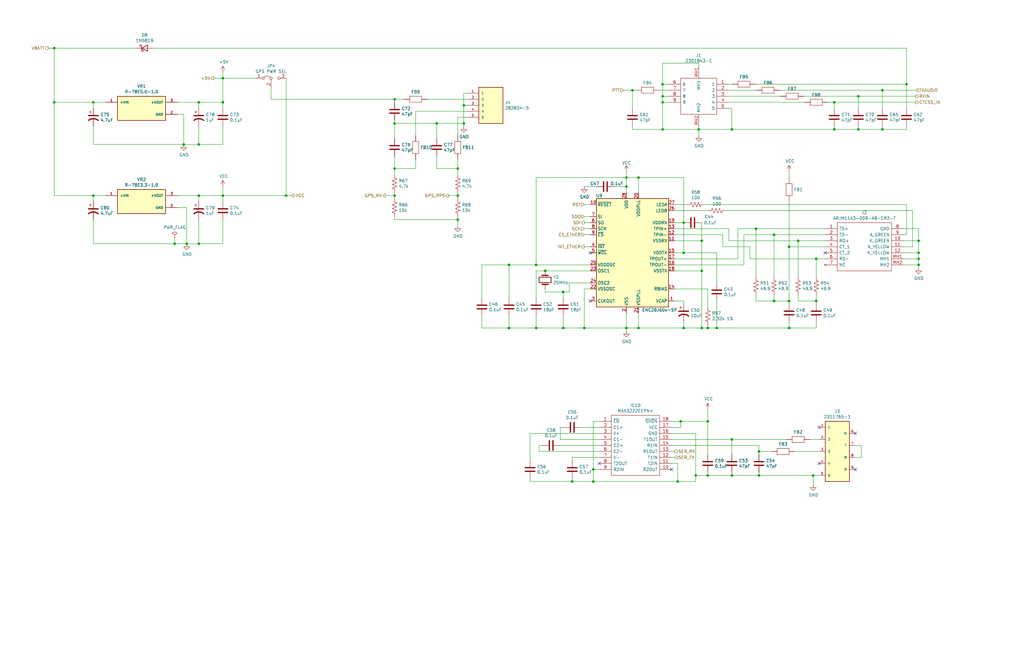
<source format=kicad_sch>
(kicad_sch (version 20211123) (generator eeschema)

  (uuid 72788e27-0549-4d3f-af79-1d0d722835b4)

  (paper "USLedger")

  (title_block
    (title "Original VOTER Through-hole Design")
    (date "2022-01-22")
    (rev "B")
    (company "FET Technologies")
    (comment 1 "Re-drawn from original Eagle files for WB6NIL's VOTER.")
    (comment 2 "Additional annotation added by VE7FET.")
    (comment 3 "Some symbols/components updated to 2022 variants.")
  )

  (lib_symbols
    (symbol "Device:C" (pin_numbers hide) (pin_names (offset 0.254)) (in_bom yes) (on_board yes)
      (property "Reference" "C" (id 0) (at 0.635 2.54 0)
        (effects (font (size 1.27 1.27)) (justify left))
      )
      (property "Value" "C" (id 1) (at 0.635 -2.54 0)
        (effects (font (size 1.27 1.27)) (justify left))
      )
      (property "Footprint" "" (id 2) (at 0.9652 -3.81 0)
        (effects (font (size 1.27 1.27)) hide)
      )
      (property "Datasheet" "~" (id 3) (at 0 0 0)
        (effects (font (size 1.27 1.27)) hide)
      )
      (property "ki_keywords" "cap capacitor" (id 4) (at 0 0 0)
        (effects (font (size 1.27 1.27)) hide)
      )
      (property "ki_description" "Unpolarized capacitor" (id 5) (at 0 0 0)
        (effects (font (size 1.27 1.27)) hide)
      )
      (property "ki_fp_filters" "C_*" (id 6) (at 0 0 0)
        (effects (font (size 1.27 1.27)) hide)
      )
      (symbol "C_0_1"
        (polyline
          (pts
            (xy -2.032 -0.762)
            (xy 2.032 -0.762)
          )
          (stroke (width 0.508) (type default) (color 0 0 0 0))
          (fill (type none))
        )
        (polyline
          (pts
            (xy -2.032 0.762)
            (xy 2.032 0.762)
          )
          (stroke (width 0.508) (type default) (color 0 0 0 0))
          (fill (type none))
        )
      )
      (symbol "C_1_1"
        (pin passive line (at 0 3.81 270) (length 2.794)
          (name "~" (effects (font (size 1.27 1.27))))
          (number "1" (effects (font (size 1.27 1.27))))
        )
        (pin passive line (at 0 -3.81 90) (length 2.794)
          (name "~" (effects (font (size 1.27 1.27))))
          (number "2" (effects (font (size 1.27 1.27))))
        )
      )
    )
    (symbol "Device:C_Polarized_US" (pin_numbers hide) (pin_names (offset 0.254) hide) (in_bom yes) (on_board yes)
      (property "Reference" "C" (id 0) (at 0.635 2.54 0)
        (effects (font (size 1.27 1.27)) (justify left))
      )
      (property "Value" "C_Polarized_US" (id 1) (at 0.635 -2.54 0)
        (effects (font (size 1.27 1.27)) (justify left))
      )
      (property "Footprint" "" (id 2) (at 0 0 0)
        (effects (font (size 1.27 1.27)) hide)
      )
      (property "Datasheet" "~" (id 3) (at 0 0 0)
        (effects (font (size 1.27 1.27)) hide)
      )
      (property "ki_keywords" "cap capacitor" (id 4) (at 0 0 0)
        (effects (font (size 1.27 1.27)) hide)
      )
      (property "ki_description" "Polarized capacitor, US symbol" (id 5) (at 0 0 0)
        (effects (font (size 1.27 1.27)) hide)
      )
      (property "ki_fp_filters" "CP_*" (id 6) (at 0 0 0)
        (effects (font (size 1.27 1.27)) hide)
      )
      (symbol "C_Polarized_US_0_1"
        (polyline
          (pts
            (xy -2.032 0.762)
            (xy 2.032 0.762)
          )
          (stroke (width 0.508) (type default) (color 0 0 0 0))
          (fill (type none))
        )
        (polyline
          (pts
            (xy -1.778 2.286)
            (xy -0.762 2.286)
          )
          (stroke (width 0) (type default) (color 0 0 0 0))
          (fill (type none))
        )
        (polyline
          (pts
            (xy -1.27 1.778)
            (xy -1.27 2.794)
          )
          (stroke (width 0) (type default) (color 0 0 0 0))
          (fill (type none))
        )
        (arc (start 2.032 -1.27) (mid 0 -0.5572) (end -2.032 -1.27)
          (stroke (width 0.508) (type default) (color 0 0 0 0))
          (fill (type none))
        )
      )
      (symbol "C_Polarized_US_1_1"
        (pin passive line (at 0 3.81 270) (length 2.794)
          (name "~" (effects (font (size 1.27 1.27))))
          (number "1" (effects (font (size 1.27 1.27))))
        )
        (pin passive line (at 0 -3.81 90) (length 3.302)
          (name "~" (effects (font (size 1.27 1.27))))
          (number "2" (effects (font (size 1.27 1.27))))
        )
      )
    )
    (symbol "Device:Crystal" (pin_numbers hide) (pin_names (offset 1.016) hide) (in_bom yes) (on_board yes)
      (property "Reference" "Y" (id 0) (at 0 3.81 0)
        (effects (font (size 1.27 1.27)))
      )
      (property "Value" "Crystal" (id 1) (at 0 -3.81 0)
        (effects (font (size 1.27 1.27)))
      )
      (property "Footprint" "" (id 2) (at 0 0 0)
        (effects (font (size 1.27 1.27)) hide)
      )
      (property "Datasheet" "~" (id 3) (at 0 0 0)
        (effects (font (size 1.27 1.27)) hide)
      )
      (property "ki_keywords" "quartz ceramic resonator oscillator" (id 4) (at 0 0 0)
        (effects (font (size 1.27 1.27)) hide)
      )
      (property "ki_description" "Two pin crystal" (id 5) (at 0 0 0)
        (effects (font (size 1.27 1.27)) hide)
      )
      (property "ki_fp_filters" "Crystal*" (id 6) (at 0 0 0)
        (effects (font (size 1.27 1.27)) hide)
      )
      (symbol "Crystal_0_1"
        (rectangle (start -1.143 2.54) (end 1.143 -2.54)
          (stroke (width 0.3048) (type default) (color 0 0 0 0))
          (fill (type none))
        )
        (polyline
          (pts
            (xy -2.54 0)
            (xy -1.905 0)
          )
          (stroke (width 0) (type default) (color 0 0 0 0))
          (fill (type none))
        )
        (polyline
          (pts
            (xy -1.905 -1.27)
            (xy -1.905 1.27)
          )
          (stroke (width 0.508) (type default) (color 0 0 0 0))
          (fill (type none))
        )
        (polyline
          (pts
            (xy 1.905 -1.27)
            (xy 1.905 1.27)
          )
          (stroke (width 0.508) (type default) (color 0 0 0 0))
          (fill (type none))
        )
        (polyline
          (pts
            (xy 2.54 0)
            (xy 1.905 0)
          )
          (stroke (width 0) (type default) (color 0 0 0 0))
          (fill (type none))
        )
      )
      (symbol "Crystal_1_1"
        (pin passive line (at -3.81 0 0) (length 1.27)
          (name "1" (effects (font (size 1.27 1.27))))
          (number "1" (effects (font (size 1.27 1.27))))
        )
        (pin passive line (at 3.81 0 180) (length 1.27)
          (name "2" (effects (font (size 1.27 1.27))))
          (number "2" (effects (font (size 1.27 1.27))))
        )
      )
    )
    (symbol "Device:R_US" (pin_numbers hide) (pin_names (offset 0)) (in_bom yes) (on_board yes)
      (property "Reference" "R" (id 0) (at 2.54 0 90)
        (effects (font (size 1.27 1.27)))
      )
      (property "Value" "R_US" (id 1) (at -2.54 0 90)
        (effects (font (size 1.27 1.27)))
      )
      (property "Footprint" "" (id 2) (at 1.016 -0.254 90)
        (effects (font (size 1.27 1.27)) hide)
      )
      (property "Datasheet" "~" (id 3) (at 0 0 0)
        (effects (font (size 1.27 1.27)) hide)
      )
      (property "ki_keywords" "R res resistor" (id 4) (at 0 0 0)
        (effects (font (size 1.27 1.27)) hide)
      )
      (property "ki_description" "Resistor, US symbol" (id 5) (at 0 0 0)
        (effects (font (size 1.27 1.27)) hide)
      )
      (property "ki_fp_filters" "R_*" (id 6) (at 0 0 0)
        (effects (font (size 1.27 1.27)) hide)
      )
      (symbol "R_US_0_1"
        (polyline
          (pts
            (xy 0 -2.286)
            (xy 0 -2.54)
          )
          (stroke (width 0) (type default) (color 0 0 0 0))
          (fill (type none))
        )
        (polyline
          (pts
            (xy 0 2.286)
            (xy 0 2.54)
          )
          (stroke (width 0) (type default) (color 0 0 0 0))
          (fill (type none))
        )
        (polyline
          (pts
            (xy 0 -0.762)
            (xy 1.016 -1.143)
            (xy 0 -1.524)
            (xy -1.016 -1.905)
            (xy 0 -2.286)
          )
          (stroke (width 0) (type default) (color 0 0 0 0))
          (fill (type none))
        )
        (polyline
          (pts
            (xy 0 0.762)
            (xy 1.016 0.381)
            (xy 0 0)
            (xy -1.016 -0.381)
            (xy 0 -0.762)
          )
          (stroke (width 0) (type default) (color 0 0 0 0))
          (fill (type none))
        )
        (polyline
          (pts
            (xy 0 2.286)
            (xy 1.016 1.905)
            (xy 0 1.524)
            (xy -1.016 1.143)
            (xy 0 0.762)
          )
          (stroke (width 0) (type default) (color 0 0 0 0))
          (fill (type none))
        )
      )
      (symbol "R_US_1_1"
        (pin passive line (at 0 3.81 270) (length 1.27)
          (name "~" (effects (font (size 1.27 1.27))))
          (number "1" (effects (font (size 1.27 1.27))))
        )
        (pin passive line (at 0 -3.81 90) (length 1.27)
          (name "~" (effects (font (size 1.27 1.27))))
          (number "2" (effects (font (size 1.27 1.27))))
        )
      )
    )
    (symbol "Diode:1N5819" (pin_numbers hide) (pin_names (offset 1.016) hide) (in_bom yes) (on_board yes)
      (property "Reference" "D" (id 0) (at 0 2.54 0)
        (effects (font (size 1.27 1.27)))
      )
      (property "Value" "1N5819" (id 1) (at 0 -2.54 0)
        (effects (font (size 1.27 1.27)))
      )
      (property "Footprint" "Diode_THT:D_DO-41_SOD81_P10.16mm_Horizontal" (id 2) (at 0 -4.445 0)
        (effects (font (size 1.27 1.27)) hide)
      )
      (property "Datasheet" "http://www.vishay.com/docs/88525/1n5817.pdf" (id 3) (at 0 0 0)
        (effects (font (size 1.27 1.27)) hide)
      )
      (property "ki_keywords" "diode Schottky" (id 4) (at 0 0 0)
        (effects (font (size 1.27 1.27)) hide)
      )
      (property "ki_description" "40V 1A Schottky Barrier Rectifier Diode, DO-41" (id 5) (at 0 0 0)
        (effects (font (size 1.27 1.27)) hide)
      )
      (property "ki_fp_filters" "D*DO?41*" (id 6) (at 0 0 0)
        (effects (font (size 1.27 1.27)) hide)
      )
      (symbol "1N5819_0_1"
        (polyline
          (pts
            (xy 1.27 0)
            (xy -1.27 0)
          )
          (stroke (width 0) (type default) (color 0 0 0 0))
          (fill (type none))
        )
        (polyline
          (pts
            (xy 1.27 1.27)
            (xy 1.27 -1.27)
            (xy -1.27 0)
            (xy 1.27 1.27)
          )
          (stroke (width 0.254) (type default) (color 0 0 0 0))
          (fill (type none))
        )
        (polyline
          (pts
            (xy -1.905 0.635)
            (xy -1.905 1.27)
            (xy -1.27 1.27)
            (xy -1.27 -1.27)
            (xy -0.635 -1.27)
            (xy -0.635 -0.635)
          )
          (stroke (width 0.254) (type default) (color 0 0 0 0))
          (fill (type none))
        )
      )
      (symbol "1N5819_1_1"
        (pin passive line (at -3.81 0 0) (length 2.54)
          (name "K" (effects (font (size 1.27 1.27))))
          (number "1" (effects (font (size 1.27 1.27))))
        )
        (pin passive line (at 3.81 0 180) (length 2.54)
          (name "A" (effects (font (size 1.27 1.27))))
          (number "2" (effects (font (size 1.27 1.27))))
        )
      )
    )
    (symbol "Interface_Ethernet:ENC28J60x-SP" (in_bom yes) (on_board yes)
      (property "Reference" "U" (id 0) (at -13.97 24.13 0)
        (effects (font (size 1.27 1.27)) (justify left))
      )
      (property "Value" "ENC28J60x-SP" (id 1) (at 5.08 24.13 0)
        (effects (font (size 1.27 1.27)) (justify left))
      )
      (property "Footprint" "Package_DIP:DIP-28_W7.62mm" (id 2) (at 19.05 -24.13 0)
        (effects (font (size 1.27 1.27) italic) hide)
      )
      (property "Datasheet" "http://ww1.microchip.com/downloads/en/devicedoc/39662e.pdf" (id 3) (at 0 0 0)
        (effects (font (size 1.27 1.27)) hide)
      )
      (property "ki_keywords" "ENC Ethernet" (id 4) (at 0 0 0)
        (effects (font (size 1.27 1.27)) hide)
      )
      (property "ki_description" "ENC28J60 Single Chip Ethernet Interface, DIP-28" (id 5) (at 0 0 0)
        (effects (font (size 1.27 1.27)) hide)
      )
      (property "ki_fp_filters" "DIP*28*W7.62mm*" (id 6) (at 0 0 0)
        (effects (font (size 1.27 1.27)) hide)
      )
      (symbol "ENC28J60x-SP_0_1"
        (rectangle (start -15.24 22.86) (end 15.24 -22.86)
          (stroke (width 0.254) (type default) (color 0 0 0 0))
          (fill (type background))
        )
      )
      (symbol "ENC28J60x-SP_1_1"
        (pin input line (at 17.78 -20.32 180) (length 2.54)
          (name "VCAP" (effects (font (size 1.27 1.27))))
          (number "1" (effects (font (size 1.27 1.27))))
        )
        (pin input line (at -17.78 20.32 0) (length 2.54)
          (name "~{RESET}" (effects (font (size 1.27 1.27))))
          (number "10" (effects (font (size 1.27 1.27))))
        )
        (pin power_in line (at 17.78 5.08 180) (length 2.54)
          (name "VSSRX" (effects (font (size 1.27 1.27))))
          (number "11" (effects (font (size 1.27 1.27))))
        )
        (pin input line (at 17.78 7.62 180) (length 2.54)
          (name "TPIN-" (effects (font (size 1.27 1.27))))
          (number "12" (effects (font (size 1.27 1.27))))
        )
        (pin input line (at 17.78 10.16 180) (length 2.54)
          (name "TPIN+" (effects (font (size 1.27 1.27))))
          (number "13" (effects (font (size 1.27 1.27))))
        )
        (pin input line (at 17.78 -15.24 180) (length 2.54)
          (name "RBIAS" (effects (font (size 1.27 1.27))))
          (number "14" (effects (font (size 1.27 1.27))))
        )
        (pin power_in line (at 17.78 0 180) (length 2.54)
          (name "VDDTX" (effects (font (size 1.27 1.27))))
          (number "15" (effects (font (size 1.27 1.27))))
        )
        (pin output line (at 17.78 -5.08 180) (length 2.54)
          (name "TPOUT-" (effects (font (size 1.27 1.27))))
          (number "16" (effects (font (size 1.27 1.27))))
        )
        (pin output line (at 17.78 -2.54 180) (length 2.54)
          (name "TPOUT+" (effects (font (size 1.27 1.27))))
          (number "17" (effects (font (size 1.27 1.27))))
        )
        (pin power_in line (at 17.78 -7.62 180) (length 2.54)
          (name "VSSTX" (effects (font (size 1.27 1.27))))
          (number "18" (effects (font (size 1.27 1.27))))
        )
        (pin power_in line (at 17.78 12.7 180) (length 2.54)
          (name "VDDRX" (effects (font (size 1.27 1.27))))
          (number "19" (effects (font (size 1.27 1.27))))
        )
        (pin power_in line (at -2.54 -25.4 90) (length 2.54)
          (name "VSS" (effects (font (size 1.27 1.27))))
          (number "2" (effects (font (size 1.27 1.27))))
        )
        (pin power_in line (at 2.54 25.4 270) (length 2.54)
          (name "VDDPLL" (effects (font (size 1.27 1.27))))
          (number "20" (effects (font (size 1.27 1.27))))
        )
        (pin power_in line (at 2.54 -25.4 90) (length 2.54)
          (name "VSSPLL" (effects (font (size 1.27 1.27))))
          (number "21" (effects (font (size 1.27 1.27))))
        )
        (pin power_in line (at -17.78 -15.24 0) (length 2.54)
          (name "VSSOSC" (effects (font (size 1.27 1.27))))
          (number "22" (effects (font (size 1.27 1.27))))
        )
        (pin input line (at -17.78 -7.62 0) (length 2.54)
          (name "OSC1" (effects (font (size 1.27 1.27))))
          (number "23" (effects (font (size 1.27 1.27))))
        )
        (pin input line (at -17.78 -12.7 0) (length 2.54)
          (name "OSC2" (effects (font (size 1.27 1.27))))
          (number "24" (effects (font (size 1.27 1.27))))
        )
        (pin power_in line (at -17.78 -5.08 0) (length 2.54)
          (name "VDDOSC" (effects (font (size 1.27 1.27))))
          (number "25" (effects (font (size 1.27 1.27))))
        )
        (pin output line (at 17.78 17.78 180) (length 2.54)
          (name "LEDB" (effects (font (size 1.27 1.27))))
          (number "26" (effects (font (size 1.27 1.27))))
        )
        (pin output line (at 17.78 20.32 180) (length 2.54)
          (name "LEDA" (effects (font (size 1.27 1.27))))
          (number "27" (effects (font (size 1.27 1.27))))
        )
        (pin power_in line (at -2.54 25.4 270) (length 2.54)
          (name "VDD" (effects (font (size 1.27 1.27))))
          (number "28" (effects (font (size 1.27 1.27))))
        )
        (pin output line (at -17.78 -20.32 0) (length 2.54)
          (name "CLKOUT" (effects (font (size 1.27 1.27))))
          (number "3" (effects (font (size 1.27 1.27))))
        )
        (pin output line (at -17.78 2.54 0) (length 2.54)
          (name "~{INT}" (effects (font (size 1.27 1.27))))
          (number "4" (effects (font (size 1.27 1.27))))
        )
        (pin output line (at -17.78 0 0) (length 2.54)
          (name "~{WOL}" (effects (font (size 1.27 1.27))))
          (number "5" (effects (font (size 1.27 1.27))))
        )
        (pin output line (at -17.78 12.7 0) (length 2.54)
          (name "SO" (effects (font (size 1.27 1.27))))
          (number "6" (effects (font (size 1.27 1.27))))
        )
        (pin input line (at -17.78 15.24 0) (length 2.54)
          (name "SI" (effects (font (size 1.27 1.27))))
          (number "7" (effects (font (size 1.27 1.27))))
        )
        (pin input line (at -17.78 10.16 0) (length 2.54)
          (name "SCK" (effects (font (size 1.27 1.27))))
          (number "8" (effects (font (size 1.27 1.27))))
        )
        (pin input line (at -17.78 7.62 0) (length 2.54)
          (name "~{CS}" (effects (font (size 1.27 1.27))))
          (number "9" (effects (font (size 1.27 1.27))))
        )
      )
    )
    (symbol "Jumper:Jumper_3_Bridged12" (pin_names (offset 0) hide) (in_bom yes) (on_board yes)
      (property "Reference" "JP" (id 0) (at -2.54 -2.54 0)
        (effects (font (size 1.27 1.27)))
      )
      (property "Value" "Jumper_3_Bridged12" (id 1) (at 0 2.794 0)
        (effects (font (size 1.27 1.27)))
      )
      (property "Footprint" "" (id 2) (at 0 0 0)
        (effects (font (size 1.27 1.27)) hide)
      )
      (property "Datasheet" "~" (id 3) (at 0 0 0)
        (effects (font (size 1.27 1.27)) hide)
      )
      (property "ki_keywords" "Jumper SPDT" (id 4) (at 0 0 0)
        (effects (font (size 1.27 1.27)) hide)
      )
      (property "ki_description" "Jumper, 3-pole, pins 1+2 closed/bridged" (id 5) (at 0 0 0)
        (effects (font (size 1.27 1.27)) hide)
      )
      (property "ki_fp_filters" "Jumper* TestPoint*3Pads* TestPoint*Bridge*" (id 6) (at 0 0 0)
        (effects (font (size 1.27 1.27)) hide)
      )
      (symbol "Jumper_3_Bridged12_0_0"
        (circle (center -3.302 0) (radius 0.508)
          (stroke (width 0) (type default) (color 0 0 0 0))
          (fill (type none))
        )
        (circle (center 0 0) (radius 0.508)
          (stroke (width 0) (type default) (color 0 0 0 0))
          (fill (type none))
        )
        (circle (center 3.302 0) (radius 0.508)
          (stroke (width 0) (type default) (color 0 0 0 0))
          (fill (type none))
        )
      )
      (symbol "Jumper_3_Bridged12_0_1"
        (arc (start -0.254 0.508) (mid -1.651 0.9912) (end -3.048 0.508)
          (stroke (width 0) (type default) (color 0 0 0 0))
          (fill (type none))
        )
        (polyline
          (pts
            (xy 0 -1.27)
            (xy 0 -0.508)
          )
          (stroke (width 0) (type default) (color 0 0 0 0))
          (fill (type none))
        )
      )
      (symbol "Jumper_3_Bridged12_1_1"
        (pin passive line (at -6.35 0 0) (length 2.54)
          (name "A" (effects (font (size 1.27 1.27))))
          (number "1" (effects (font (size 1.27 1.27))))
        )
        (pin input line (at 0 -3.81 90) (length 2.54)
          (name "C" (effects (font (size 1.27 1.27))))
          (number "2" (effects (font (size 1.27 1.27))))
        )
        (pin passive line (at 6.35 0 180) (length 2.54)
          (name "B" (effects (font (size 1.27 1.27))))
          (number "3" (effects (font (size 1.27 1.27))))
        )
      )
    )
    (symbol "VE7FET:2301843-1" (pin_names (offset 0.762)) (in_bom yes) (on_board yes)
      (property "Reference" "J" (id 0) (at 21.59 12.7 0)
        (effects (font (size 1.27 1.27)) (justify left))
      )
      (property "Value" "2301843-1" (id 1) (at 21.59 10.16 0)
        (effects (font (size 1.27 1.27)) (justify left))
      )
      (property "Footprint" "VE7FET:23018431" (id 2) (at 21.59 7.62 0)
        (effects (font (size 1.27 1.27)) (justify left) hide)
      )
      (property "Datasheet" "" (id 3) (at 21.59 5.08 0)
        (effects (font (size 1.27 1.27)) (justify left) hide)
      )
      (property "Description" "TE CONNECTIVITY - 2301843-1 - D-SUB CONN, PLUG, 9POS, THROUGH HOLE" (id 4) (at 21.59 2.54 0)
        (effects (font (size 1.27 1.27)) (justify left) hide)
      )
      (property "Height" "13.955" (id 5) (at 21.59 0 0)
        (effects (font (size 1.27 1.27)) (justify left) hide)
      )
      (property "Mouser Part Number" "571-2301843-1" (id 6) (at 21.59 -2.54 0)
        (effects (font (size 1.27 1.27)) (justify left) hide)
      )
      (property "Manufacturer_Name" "TE Connectivity" (id 7) (at 21.59 -7.62 0)
        (effects (font (size 1.27 1.27)) (justify left) hide)
      )
      (property "Manufacturer_Part_Number" "2301843-1" (id 8) (at 21.59 -10.16 0)
        (effects (font (size 1.27 1.27)) (justify left) hide)
      )
      (symbol "2301843-1_0_0"
        (pin passive line (at 7.62 12.7 270) (length 5.08)
          (name "1" (effects (font (size 1.27 1.27))))
          (number "1" (effects (font (size 1.27 1.27))))
        )
        (pin passive line (at 10.16 12.7 270) (length 5.08)
          (name "2" (effects (font (size 1.27 1.27))))
          (number "2" (effects (font (size 1.27 1.27))))
        )
        (pin passive line (at 12.7 12.7 270) (length 5.08)
          (name "3" (effects (font (size 1.27 1.27))))
          (number "3" (effects (font (size 1.27 1.27))))
        )
        (pin passive line (at 15.24 12.7 270) (length 5.08)
          (name "4" (effects (font (size 1.27 1.27))))
          (number "4" (effects (font (size 1.27 1.27))))
        )
        (pin passive line (at 17.78 12.7 270) (length 5.08)
          (name "5" (effects (font (size 1.27 1.27))))
          (number "5" (effects (font (size 1.27 1.27))))
        )
        (pin passive line (at 7.62 -12.7 90) (length 5.08)
          (name "6" (effects (font (size 1.27 1.27))))
          (number "6" (effects (font (size 1.27 1.27))))
        )
        (pin passive line (at 10.16 -12.7 90) (length 5.08)
          (name "7" (effects (font (size 1.27 1.27))))
          (number "7" (effects (font (size 1.27 1.27))))
        )
        (pin passive line (at 12.7 -12.7 90) (length 5.08)
          (name "8" (effects (font (size 1.27 1.27))))
          (number "8" (effects (font (size 1.27 1.27))))
        )
        (pin passive line (at 15.24 -12.7 90) (length 5.08)
          (name "9" (effects (font (size 1.27 1.27))))
          (number "9" (effects (font (size 1.27 1.27))))
        )
        (pin passive line (at 0 0 0) (length 5.08)
          (name "MH1" (effects (font (size 1.27 1.27))))
          (number "MH1" (effects (font (size 1.27 1.27))))
        )
        (pin passive line (at 25.4 0 180) (length 5.08)
          (name "MH2" (effects (font (size 1.27 1.27))))
          (number "MH2" (effects (font (size 1.27 1.27))))
        )
      )
      (symbol "2301843-1_0_1"
        (polyline
          (pts
            (xy 5.08 7.62)
            (xy 20.32 7.62)
            (xy 20.32 -7.62)
            (xy 5.08 -7.62)
            (xy 5.08 7.62)
          )
          (stroke (width 0.1524) (type default) (color 0 0 0 0))
          (fill (type none))
        )
      )
    )
    (symbol "VE7FET:2311765-1" (pin_names (offset 1.016)) (in_bom yes) (on_board yes)
      (property "Reference" "J" (id 0) (at -5.08 13.97 0)
        (effects (font (size 1.27 1.27)) (justify left bottom))
      )
      (property "Value" "2311765-1" (id 1) (at -5.08 -15.24 0)
        (effects (font (size 1.27 1.27)) (justify left bottom))
      )
      (property "Footprint" "VE7FET:TE_2311765-1" (id 2) (at 12.7 11.43 0)
        (effects (font (size 1.27 1.27)) (justify left bottom) hide)
      )
      (property "Datasheet" "" (id 3) (at 0 0 0)
        (effects (font (size 1.27 1.27)) (justify left bottom) hide)
      )
      (property "Comment" "2311765-1" (id 4) (at 12.7 8.89 0)
        (effects (font (size 1.27 1.27)) (justify left bottom) hide)
      )
      (property "Mouser Part Number" "571-2311765-1" (id 5) (at 12.7 6.35 0)
        (effects (font (size 1.27 1.27)) (justify left bottom) hide)
      )
      (symbol "2311765-1_0_0"
        (rectangle (start -5.08 -12.7) (end 5.08 12.7)
          (stroke (width 0.254) (type default) (color 0 0 0 0))
          (fill (type background))
        )
        (pin passive line (at -7.62 10.16 0) (length 2.54)
          (name "1" (effects (font (size 1.016 1.016))))
          (number "1" (effects (font (size 1.016 1.016))))
        )
        (pin passive line (at -7.62 5.08 0) (length 2.54)
          (name "2" (effects (font (size 1.016 1.016))))
          (number "2" (effects (font (size 1.016 1.016))))
        )
        (pin passive line (at -7.62 0 0) (length 2.54)
          (name "3" (effects (font (size 1.016 1.016))))
          (number "3" (effects (font (size 1.016 1.016))))
        )
        (pin passive line (at -7.62 -5.08 0) (length 2.54)
          (name "4" (effects (font (size 1.016 1.016))))
          (number "4" (effects (font (size 1.016 1.016))))
        )
        (pin passive line (at -7.62 -10.16 0) (length 2.54)
          (name "5" (effects (font (size 1.016 1.016))))
          (number "5" (effects (font (size 1.016 1.016))))
        )
        (pin passive line (at 7.62 7.62 180) (length 2.54)
          (name "6" (effects (font (size 1.016 1.016))))
          (number "6" (effects (font (size 1.016 1.016))))
        )
        (pin passive line (at 7.62 2.54 180) (length 2.54)
          (name "7" (effects (font (size 1.016 1.016))))
          (number "7" (effects (font (size 1.016 1.016))))
        )
        (pin passive line (at 7.62 -2.54 180) (length 2.54)
          (name "8" (effects (font (size 1.016 1.016))))
          (number "8" (effects (font (size 1.016 1.016))))
        )
        (pin passive line (at 7.62 -7.62 180) (length 2.54)
          (name "9" (effects (font (size 1.016 1.016))))
          (number "9" (effects (font (size 1.016 1.016))))
        )
      )
    )
    (symbol "VE7FET:282834-5" (pin_names (offset 1.016)) (in_bom yes) (on_board yes)
      (property "Reference" "J" (id 0) (at -4.318 8.89 0)
        (effects (font (size 1.27 1.27)) (justify left bottom))
      )
      (property "Value" "282834-5" (id 1) (at -5.08 -10.16 0)
        (effects (font (size 1.27 1.27)) (justify left bottom))
      )
      (property "Footprint" "VE7FET:TE_282834-5" (id 2) (at 7.62 5.08 0)
        (effects (font (size 1.27 1.27)) (justify left bottom) hide)
      )
      (property "Datasheet" "" (id 3) (at 8.89 1.27 0)
        (effects (font (size 1.27 1.27)) (justify left bottom) hide)
      )
      (property "Comment" "282834-5" (id 4) (at 7.62 2.54 0)
        (effects (font (size 1.27 1.27)) (justify left bottom) hide)
      )
      (property "Mouser Part Number" "571-282834-5" (id 5) (at 7.62 0 0)
        (effects (font (size 1.27 1.27)) (justify left bottom) hide)
      )
      (symbol "282834-5_0_0"
        (rectangle (start -5.08 -7.62) (end 5.08 7.62)
          (stroke (width 0.254) (type default) (color 0 0 0 0))
          (fill (type background))
        )
        (pin passive line (at -10.16 5.08 0) (length 5.08)
          (name "1" (effects (font (size 1.016 1.016))))
          (number "1" (effects (font (size 1.016 1.016))))
        )
        (pin passive line (at -10.16 2.54 0) (length 5.08)
          (name "2" (effects (font (size 1.016 1.016))))
          (number "2" (effects (font (size 1.016 1.016))))
        )
        (pin passive line (at -10.16 0 0) (length 5.08)
          (name "3" (effects (font (size 1.016 1.016))))
          (number "3" (effects (font (size 1.016 1.016))))
        )
        (pin passive line (at -10.16 -2.54 0) (length 5.08)
          (name "4" (effects (font (size 1.016 1.016))))
          (number "4" (effects (font (size 1.016 1.016))))
        )
        (pin passive line (at -10.16 -5.08 0) (length 5.08)
          (name "5" (effects (font (size 1.016 1.016))))
          (number "5" (effects (font (size 1.016 1.016))))
        )
      )
    )
    (symbol "VE7FET:ARJM11A3-009-AB-ER2-T" (pin_names (offset 0.762)) (in_bom yes) (on_board yes)
      (property "Reference" "J" (id 0) (at 29.21 7.62 0)
        (effects (font (size 1.27 1.27)) (justify left))
      )
      (property "Value" "ARJM11A3-009-AB-ER2-T" (id 1) (at 29.21 5.08 0)
        (effects (font (size 1.27 1.27)) (justify left))
      )
      (property "Footprint" "VE7FET:ARJM11A3009ABER2T" (id 2) (at 29.21 2.54 0)
        (effects (font (size 1.27 1.27)) (justify left) hide)
      )
      (property "Datasheet" "" (id 3) (at 29.21 0 0)
        (effects (font (size 1.27 1.27)) (justify left) hide)
      )
      (property "Description" "Modular Connectors / Ethernet Connectors RJ45 JACK W/MAG 1X1 100BASE-T" (id 4) (at 29.21 -2.54 0)
        (effects (font (size 1.27 1.27)) (justify left) hide)
      )
      (property "Height" "13.3" (id 5) (at 29.21 -5.08 0)
        (effects (font (size 1.27 1.27)) (justify left) hide)
      )
      (property "Mouser Part Number" "815-RJM11A3009ABER2T" (id 6) (at 29.21 -7.62 0)
        (effects (font (size 1.27 1.27)) (justify left) hide)
      )
      (property "Manufacturer_Name" "ABRACON" (id 7) (at 29.21 -12.7 0)
        (effects (font (size 1.27 1.27)) (justify left) hide)
      )
      (property "Manufacturer_Part_Number" "ARJM11A3-009-AB-ER2-T" (id 8) (at 29.21 -15.24 0)
        (effects (font (size 1.27 1.27)) (justify left) hide)
      )
      (symbol "ARJM11A3-009-AB-ER2-T_0_0"
        (pin passive line (at 0 0 0) (length 5.08)
          (name "TD+" (effects (font (size 1.27 1.27))))
          (number "1" (effects (font (size 1.27 1.27))))
        )
        (pin passive line (at 33.02 -5.08 180) (length 5.08)
          (name "K_GREEN" (effects (font (size 1.27 1.27))))
          (number "10" (effects (font (size 1.27 1.27))))
        )
        (pin passive line (at 33.02 -7.62 180) (length 5.08)
          (name "A_YELLOW" (effects (font (size 1.27 1.27))))
          (number "11" (effects (font (size 1.27 1.27))))
        )
        (pin passive line (at 33.02 -10.16 180) (length 5.08)
          (name "K_YELLOW" (effects (font (size 1.27 1.27))))
          (number "12" (effects (font (size 1.27 1.27))))
        )
        (pin passive line (at 0 -2.54 0) (length 5.08)
          (name "TD-" (effects (font (size 1.27 1.27))))
          (number "2" (effects (font (size 1.27 1.27))))
        )
        (pin passive line (at 0 -5.08 0) (length 5.08)
          (name "RD+" (effects (font (size 1.27 1.27))))
          (number "3" (effects (font (size 1.27 1.27))))
        )
        (pin passive line (at 0 -7.62 0) (length 5.08)
          (name "CT_1" (effects (font (size 1.27 1.27))))
          (number "4" (effects (font (size 1.27 1.27))))
        )
        (pin passive line (at 0 -10.16 0) (length 5.08)
          (name "CT_2" (effects (font (size 1.27 1.27))))
          (number "5" (effects (font (size 1.27 1.27))))
        )
        (pin passive line (at 0 -12.7 0) (length 5.08)
          (name "RD-" (effects (font (size 1.27 1.27))))
          (number "6" (effects (font (size 1.27 1.27))))
        )
        (pin no_connect line (at 0 -15.24 0) (length 5.08)
          (name "NC" (effects (font (size 1.27 1.27))))
          (number "7" (effects (font (size 1.27 1.27))))
        )
        (pin passive line (at 33.02 0 180) (length 5.08)
          (name "GND" (effects (font (size 1.27 1.27))))
          (number "8" (effects (font (size 1.27 1.27))))
        )
        (pin passive line (at 33.02 -2.54 180) (length 5.08)
          (name "A_GREEN" (effects (font (size 1.27 1.27))))
          (number "9" (effects (font (size 1.27 1.27))))
        )
        (pin passive line (at 33.02 -12.7 180) (length 5.08)
          (name "MH1" (effects (font (size 1.27 1.27))))
          (number "MH1" (effects (font (size 1.27 1.27))))
        )
        (pin passive line (at 33.02 -15.24 180) (length 5.08)
          (name "MH2" (effects (font (size 1.27 1.27))))
          (number "MH2" (effects (font (size 1.27 1.27))))
        )
      )
      (symbol "ARJM11A3-009-AB-ER2-T_0_1"
        (polyline
          (pts
            (xy 5.08 2.54)
            (xy 27.94 2.54)
            (xy 27.94 -17.78)
            (xy 5.08 -17.78)
            (xy 5.08 2.54)
          )
          (stroke (width 0.1524) (type default) (color 0 0 0 0))
          (fill (type none))
        )
      )
    )
    (symbol "VE7FET:MAX3222EEPN+" (pin_names (offset 0.762)) (in_bom yes) (on_board yes)
      (property "Reference" "IC" (id 0) (at 26.67 7.62 0)
        (effects (font (size 1.27 1.27)) (justify left))
      )
      (property "Value" "MAX3222EEPN+" (id 1) (at 26.67 5.08 0)
        (effects (font (size 1.27 1.27)) (justify left))
      )
      (property "Footprint" "VE7FET:DIP762W56P254L2286H457Q18N" (id 2) (at 26.67 2.54 0)
        (effects (font (size 1.27 1.27)) (justify left) hide)
      )
      (property "Datasheet" "" (id 3) (at 26.67 0 0)
        (effects (font (size 1.27 1.27)) (justify left) hide)
      )
      (property "Description" "Maxim Integrated MAX3222EEPN+, Line Transceiver, EIA/TIA-232, V.24, V.28 2-TX 2-RX 2-TRX, 3  5.5 V, 18-Pin PDIP" (id 4) (at 26.67 -2.54 0)
        (effects (font (size 1.27 1.27)) (justify left) hide)
      )
      (property "Height" "4.572" (id 5) (at 26.67 -5.08 0)
        (effects (font (size 1.27 1.27)) (justify left) hide)
      )
      (property "Mouser Part Number" "700-MAX3222EEPN" (id 6) (at 26.67 -7.62 0)
        (effects (font (size 1.27 1.27)) (justify left) hide)
      )
      (property "Manufacturer_Name" "Maxim Integrated" (id 7) (at 26.67 -12.7 0)
        (effects (font (size 1.27 1.27)) (justify left) hide)
      )
      (property "Manufacturer_Part_Number" "MAX3222EEPN+" (id 8) (at 26.67 -15.24 0)
        (effects (font (size 1.27 1.27)) (justify left) hide)
      )
      (symbol "MAX3222EEPN+_0_0"
        (pin passive line (at 0 0 0) (length 5.08)
          (name "~{EN}" (effects (font (size 1.27 1.27))))
          (number "1" (effects (font (size 1.27 1.27))))
        )
        (pin passive line (at 30.48 -20.32 180) (length 5.08)
          (name "R2OUT" (effects (font (size 1.27 1.27))))
          (number "10" (effects (font (size 1.27 1.27))))
        )
        (pin passive line (at 30.48 -17.78 180) (length 5.08)
          (name "T2IN" (effects (font (size 1.27 1.27))))
          (number "11" (effects (font (size 1.27 1.27))))
        )
        (pin passive line (at 30.48 -15.24 180) (length 5.08)
          (name "T1IN" (effects (font (size 1.27 1.27))))
          (number "12" (effects (font (size 1.27 1.27))))
        )
        (pin passive line (at 30.48 -12.7 180) (length 5.08)
          (name "R1OUT" (effects (font (size 1.27 1.27))))
          (number "13" (effects (font (size 1.27 1.27))))
        )
        (pin passive line (at 30.48 -10.16 180) (length 5.08)
          (name "R1IN" (effects (font (size 1.27 1.27))))
          (number "14" (effects (font (size 1.27 1.27))))
        )
        (pin passive line (at 30.48 -7.62 180) (length 5.08)
          (name "T1OUT" (effects (font (size 1.27 1.27))))
          (number "15" (effects (font (size 1.27 1.27))))
        )
        (pin passive line (at 30.48 -5.08 180) (length 5.08)
          (name "GND" (effects (font (size 1.27 1.27))))
          (number "16" (effects (font (size 1.27 1.27))))
        )
        (pin passive line (at 30.48 -2.54 180) (length 5.08)
          (name "VCC" (effects (font (size 1.27 1.27))))
          (number "17" (effects (font (size 1.27 1.27))))
        )
        (pin passive line (at 30.48 0 180) (length 5.08)
          (name "~{SHDN}" (effects (font (size 1.27 1.27))))
          (number "18" (effects (font (size 1.27 1.27))))
        )
        (pin passive line (at 0 -2.54 0) (length 5.08)
          (name "C1+" (effects (font (size 1.27 1.27))))
          (number "2" (effects (font (size 1.27 1.27))))
        )
        (pin passive line (at 0 -5.08 0) (length 5.08)
          (name "V+" (effects (font (size 1.27 1.27))))
          (number "3" (effects (font (size 1.27 1.27))))
        )
        (pin passive line (at 0 -7.62 0) (length 5.08)
          (name "C1-" (effects (font (size 1.27 1.27))))
          (number "4" (effects (font (size 1.27 1.27))))
        )
        (pin passive line (at 0 -10.16 0) (length 5.08)
          (name "C2+" (effects (font (size 1.27 1.27))))
          (number "5" (effects (font (size 1.27 1.27))))
        )
        (pin passive line (at 0 -12.7 0) (length 5.08)
          (name "C2-" (effects (font (size 1.27 1.27))))
          (number "6" (effects (font (size 1.27 1.27))))
        )
        (pin passive line (at 0 -15.24 0) (length 5.08)
          (name "V-" (effects (font (size 1.27 1.27))))
          (number "7" (effects (font (size 1.27 1.27))))
        )
        (pin passive line (at 0 -17.78 0) (length 5.08)
          (name "T2OUT" (effects (font (size 1.27 1.27))))
          (number "8" (effects (font (size 1.27 1.27))))
        )
        (pin passive line (at 0 -20.32 0) (length 5.08)
          (name "R2IN" (effects (font (size 1.27 1.27))))
          (number "9" (effects (font (size 1.27 1.27))))
        )
      )
      (symbol "MAX3222EEPN+_0_1"
        (polyline
          (pts
            (xy 5.08 2.54)
            (xy 25.4 2.54)
            (xy 25.4 -22.86)
            (xy 5.08 -22.86)
            (xy 5.08 2.54)
          )
          (stroke (width 0.1524) (type default) (color 0 0 0 0))
          (fill (type none))
        )
      )
    )
    (symbol "VE7FET:MH3261-601Y" (pin_numbers hide) (pin_names (offset 0.762) hide) (in_bom yes) (on_board yes)
      (property "Reference" "FB" (id 0) (at 2.54 2.54 0)
        (effects (font (size 1.27 1.27)) (justify left))
      )
      (property "Value" "MH3261-601Y" (id 1) (at -1.27 -3.81 0)
        (effects (font (size 1.27 1.27)) (justify left) hide)
      )
      (property "Footprint" "BEADC3216X130N" (id 2) (at 16.51 3.81 0)
        (effects (font (size 1.27 1.27)) (justify left) hide)
      )
      (property "Datasheet" "" (id 3) (at 16.51 1.27 0)
        (effects (font (size 1.27 1.27)) (justify left) hide)
      )
      (property "Description" "BOURNS - MH3261-601Y. - FERRITE, BEAD, 1206, 0.1OHM, 2A" (id 4) (at 16.51 -1.27 0)
        (effects (font (size 1.27 1.27)) (justify left) hide)
      )
      (property "Height" "1.3" (id 5) (at 16.51 -3.81 0)
        (effects (font (size 1.27 1.27)) (justify left) hide)
      )
      (property "Mouser Part Number" "652-MH3261-601Y" (id 6) (at 16.51 -7.62 0)
        (effects (font (size 1.27 1.27)) (justify left) hide)
      )
      (property "Manufacturer_Name" "Bourns" (id 7) (at 16.51 -12.7 0)
        (effects (font (size 1.27 1.27)) (justify left) hide)
      )
      (property "Manufacturer_Part_Number" "MH3261-601Y" (id 8) (at 16.51 -15.24 0)
        (effects (font (size 1.27 1.27)) (justify left) hide)
      )
      (symbol "MH3261-601Y_0_0"
        (pin passive line (at 0 0 0) (length 2.54)
          (name "1" (effects (font (size 1.27 1.27))))
          (number "1" (effects (font (size 1.27 1.27))))
        )
        (pin passive line (at 10.16 0 180) (length 2.54)
          (name "2" (effects (font (size 1.27 1.27))))
          (number "2" (effects (font (size 1.27 1.27))))
        )
      )
      (symbol "MH3261-601Y_0_1"
        (polyline
          (pts
            (xy 2.54 1.27)
            (xy 7.62 1.27)
            (xy 7.62 -1.27)
            (xy 2.54 -1.27)
            (xy 2.54 1.27)
          )
          (stroke (width 0.1524) (type default) (color 0 0 0 0))
          (fill (type none))
        )
      )
    )
    (symbol "VE7FET:R-78E3.3-1.0" (pin_names (offset 1.016)) (in_bom yes) (on_board yes)
      (property "Reference" "VR" (id 0) (at -10.16 6.35 0)
        (effects (font (size 1.27 1.27)) (justify left bottom))
      )
      (property "Value" "R-78E3.3-1.0" (id 1) (at -10.16 -7.62 0)
        (effects (font (size 1.27 1.27)) (justify left bottom))
      )
      (property "Footprint" "VE7FET:CONV_R-78E3.3-1.0" (id 2) (at 0 0 0)
        (effects (font (size 1.27 1.27)) (justify left bottom) hide)
      )
      (property "Datasheet" "" (id 3) (at 0 0 0)
        (effects (font (size 1.27 1.27)) (justify left bottom) hide)
      )
      (property "MAXIMUM_PACKAGE_HEIGHT" "10.40mm" (id 4) (at 0 0 0)
        (effects (font (size 1.27 1.27)) (justify left bottom) hide)
      )
      (property "MANUFACTURER" "RECOM" (id 5) (at 0 0 0)
        (effects (font (size 1.27 1.27)) (justify left bottom) hide)
      )
      (symbol "R-78E3.3-1.0_0_0"
        (rectangle (start -10.16 -5.08) (end 10.16 5.08)
          (stroke (width 0.254) (type default) (color 0 0 0 0))
          (fill (type background))
        )
        (pin input line (at -15.24 2.54 0) (length 5.08)
          (name "+VIN" (effects (font (size 1.016 1.016))))
          (number "1" (effects (font (size 1.016 1.016))))
        )
        (pin power_in line (at 15.24 -2.54 180) (length 5.08)
          (name "GND" (effects (font (size 1.016 1.016))))
          (number "2" (effects (font (size 1.016 1.016))))
        )
        (pin power_out line (at 15.24 2.54 180) (length 5.08)
          (name "+VOUT" (effects (font (size 1.016 1.016))))
          (number "3" (effects (font (size 1.016 1.016))))
        )
      )
    )
    (symbol "VE7FET:R-78E5.0-1.0" (pin_names (offset 1.016)) (in_bom yes) (on_board yes)
      (property "Reference" "VR" (id 0) (at -10.16 6.35 0)
        (effects (font (size 1.27 1.27)) (justify left bottom))
      )
      (property "Value" "R-78E5.0-1.0" (id 1) (at -10.16 -7.62 0)
        (effects (font (size 1.27 1.27)) (justify left bottom))
      )
      (property "Footprint" "CONV_R-78E5.0-1.0" (id 2) (at -10.16 -10.16 0)
        (effects (font (size 1.27 1.27)) (justify left bottom) hide)
      )
      (property "Datasheet" "" (id 3) (at 0 0 0)
        (effects (font (size 1.27 1.27)) (justify left bottom) hide)
      )
      (property "MANUFACTURER" "RECOM" (id 4) (at -10.16 -12.7 0)
        (effects (font (size 1.27 1.27)) (justify left bottom) hide)
      )
      (property "MAXIMUM_PACKAGE_HEIGHT" "10.40mm" (id 5) (at -10.16 -15.24 0)
        (effects (font (size 1.27 1.27)) (justify left bottom) hide)
      )
      (property "Mouser Part Number" "919-R-78E5.0-1.0" (id 6) (at 0 0 0)
        (effects (font (size 1.27 1.27)) hide)
      )
      (symbol "R-78E5.0-1.0_0_0"
        (rectangle (start -10.16 -5.08) (end 10.16 5.08)
          (stroke (width 0.254) (type default) (color 0 0 0 0))
          (fill (type background))
        )
        (pin input line (at -15.24 2.54 0) (length 5.08)
          (name "+VIN" (effects (font (size 1.016 1.016))))
          (number "1" (effects (font (size 1.016 1.016))))
        )
        (pin power_in line (at 15.24 -2.54 180) (length 5.08)
          (name "GND" (effects (font (size 1.016 1.016))))
          (number "2" (effects (font (size 1.016 1.016))))
        )
        (pin power_out line (at 15.24 2.54 180) (length 5.08)
          (name "+VOUT" (effects (font (size 1.016 1.016))))
          (number "3" (effects (font (size 1.016 1.016))))
        )
      )
    )
    (symbol "power:+5V" (power) (pin_names (offset 0)) (in_bom yes) (on_board yes)
      (property "Reference" "#PWR" (id 0) (at 0 -3.81 0)
        (effects (font (size 1.27 1.27)) hide)
      )
      (property "Value" "+5V" (id 1) (at 0 3.556 0)
        (effects (font (size 1.27 1.27)))
      )
      (property "Footprint" "" (id 2) (at 0 0 0)
        (effects (font (size 1.27 1.27)) hide)
      )
      (property "Datasheet" "" (id 3) (at 0 0 0)
        (effects (font (size 1.27 1.27)) hide)
      )
      (property "ki_keywords" "power-flag" (id 4) (at 0 0 0)
        (effects (font (size 1.27 1.27)) hide)
      )
      (property "ki_description" "Power symbol creates a global label with name \"+5V\"" (id 5) (at 0 0 0)
        (effects (font (size 1.27 1.27)) hide)
      )
      (symbol "+5V_0_1"
        (polyline
          (pts
            (xy -0.762 1.27)
            (xy 0 2.54)
          )
          (stroke (width 0) (type default) (color 0 0 0 0))
          (fill (type none))
        )
        (polyline
          (pts
            (xy 0 0)
            (xy 0 2.54)
          )
          (stroke (width 0) (type default) (color 0 0 0 0))
          (fill (type none))
        )
        (polyline
          (pts
            (xy 0 2.54)
            (xy 0.762 1.27)
          )
          (stroke (width 0) (type default) (color 0 0 0 0))
          (fill (type none))
        )
      )
      (symbol "+5V_1_1"
        (pin power_in line (at 0 0 90) (length 0) hide
          (name "+5V" (effects (font (size 1.27 1.27))))
          (number "1" (effects (font (size 1.27 1.27))))
        )
      )
    )
    (symbol "power:GND" (power) (pin_names (offset 0)) (in_bom yes) (on_board yes)
      (property "Reference" "#PWR" (id 0) (at 0 -6.35 0)
        (effects (font (size 1.27 1.27)) hide)
      )
      (property "Value" "GND" (id 1) (at 0 -3.81 0)
        (effects (font (size 1.27 1.27)))
      )
      (property "Footprint" "" (id 2) (at 0 0 0)
        (effects (font (size 1.27 1.27)) hide)
      )
      (property "Datasheet" "" (id 3) (at 0 0 0)
        (effects (font (size 1.27 1.27)) hide)
      )
      (property "ki_keywords" "power-flag" (id 4) (at 0 0 0)
        (effects (font (size 1.27 1.27)) hide)
      )
      (property "ki_description" "Power symbol creates a global label with name \"GND\" , ground" (id 5) (at 0 0 0)
        (effects (font (size 1.27 1.27)) hide)
      )
      (symbol "GND_0_1"
        (polyline
          (pts
            (xy 0 0)
            (xy 0 -1.27)
            (xy 1.27 -1.27)
            (xy 0 -2.54)
            (xy -1.27 -1.27)
            (xy 0 -1.27)
          )
          (stroke (width 0) (type default) (color 0 0 0 0))
          (fill (type none))
        )
      )
      (symbol "GND_1_1"
        (pin power_in line (at 0 0 270) (length 0) hide
          (name "GND" (effects (font (size 1.27 1.27))))
          (number "1" (effects (font (size 1.27 1.27))))
        )
      )
    )
    (symbol "power:PWR_FLAG" (power) (pin_numbers hide) (pin_names (offset 0) hide) (in_bom yes) (on_board yes)
      (property "Reference" "#FLG" (id 0) (at 0 1.905 0)
        (effects (font (size 1.27 1.27)) hide)
      )
      (property "Value" "PWR_FLAG" (id 1) (at 0 3.81 0)
        (effects (font (size 1.27 1.27)))
      )
      (property "Footprint" "" (id 2) (at 0 0 0)
        (effects (font (size 1.27 1.27)) hide)
      )
      (property "Datasheet" "~" (id 3) (at 0 0 0)
        (effects (font (size 1.27 1.27)) hide)
      )
      (property "ki_keywords" "power-flag" (id 4) (at 0 0 0)
        (effects (font (size 1.27 1.27)) hide)
      )
      (property "ki_description" "Special symbol for telling ERC where power comes from" (id 5) (at 0 0 0)
        (effects (font (size 1.27 1.27)) hide)
      )
      (symbol "PWR_FLAG_0_0"
        (pin power_out line (at 0 0 90) (length 0)
          (name "pwr" (effects (font (size 1.27 1.27))))
          (number "1" (effects (font (size 1.27 1.27))))
        )
      )
      (symbol "PWR_FLAG_0_1"
        (polyline
          (pts
            (xy 0 0)
            (xy 0 1.27)
            (xy -1.016 1.905)
            (xy 0 2.54)
            (xy 1.016 1.905)
            (xy 0 1.27)
          )
          (stroke (width 0) (type default) (color 0 0 0 0))
          (fill (type none))
        )
      )
    )
    (symbol "power:VCC" (power) (pin_names (offset 0)) (in_bom yes) (on_board yes)
      (property "Reference" "#PWR" (id 0) (at 0 -3.81 0)
        (effects (font (size 1.27 1.27)) hide)
      )
      (property "Value" "VCC" (id 1) (at 0 3.81 0)
        (effects (font (size 1.27 1.27)))
      )
      (property "Footprint" "" (id 2) (at 0 0 0)
        (effects (font (size 1.27 1.27)) hide)
      )
      (property "Datasheet" "" (id 3) (at 0 0 0)
        (effects (font (size 1.27 1.27)) hide)
      )
      (property "ki_keywords" "power-flag" (id 4) (at 0 0 0)
        (effects (font (size 1.27 1.27)) hide)
      )
      (property "ki_description" "Power symbol creates a global label with name \"VCC\"" (id 5) (at 0 0 0)
        (effects (font (size 1.27 1.27)) hide)
      )
      (symbol "VCC_0_1"
        (polyline
          (pts
            (xy -0.762 1.27)
            (xy 0 2.54)
          )
          (stroke (width 0) (type default) (color 0 0 0 0))
          (fill (type none))
        )
        (polyline
          (pts
            (xy 0 0)
            (xy 0 2.54)
          )
          (stroke (width 0) (type default) (color 0 0 0 0))
          (fill (type none))
        )
        (polyline
          (pts
            (xy 0 2.54)
            (xy 0.762 1.27)
          )
          (stroke (width 0) (type default) (color 0 0 0 0))
          (fill (type none))
        )
      )
      (symbol "VCC_1_1"
        (pin power_in line (at 0 0 90) (length 0) hide
          (name "VCC" (effects (font (size 1.27 1.27))))
          (number "1" (effects (font (size 1.27 1.27))))
        )
      )
    )
  )

  (junction (at 326.39 99.06) (diameter 0) (color 0 0 0 0)
    (uuid 036cef99-8a6b-4a72-a682-9ce5eb0f6d4a)
  )
  (junction (at 250.19 203.2) (diameter 0) (color 0 0 0 0)
    (uuid 09a900ed-cd39-4d49-a3d2-bd9cd3ff9070)
  )
  (junction (at 308.61 185.42) (diameter 0) (color 0 0 0 0)
    (uuid 0d5db284-8d3f-4708-94db-2e21958b29e5)
  )
  (junction (at 83.82 60.96) (diameter 0) (color 0 0 0 0)
    (uuid 0d8c0908-41d6-4e5e-9492-41a142ecf84f)
  )
  (junction (at 279.4 54.61) (diameter 0) (color 0 0 0 0)
    (uuid 0dddd7f8-0908-4e16-a0ac-65df686c3bc1)
  )
  (junction (at 193.04 82.55) (diameter 0) (color 0 0 0 0)
    (uuid 127ea6e1-da51-4db4-b95f-0f5adaf12b97)
  )
  (junction (at 264.16 74.93) (diameter 0) (color 0 0 0 0)
    (uuid 14ea77ea-e5f8-4f5b-b39f-e8957593957f)
  )
  (junction (at 166.37 41.91) (diameter 0) (color 0 0 0 0)
    (uuid 152fb1b6-9a90-4d93-b88e-098de64ff5c5)
  )
  (junction (at 237.49 138.43) (diameter 0) (color 0 0 0 0)
    (uuid 16176b8e-8270-4fa5-87f5-a030a5ab1f7f)
  )
  (junction (at 39.37 43.18) (diameter 0) (color 0 0 0 0)
    (uuid 1c5ca710-bcf6-406c-8d82-52053b6dd832)
  )
  (junction (at 83.82 43.18) (diameter 0) (color 0 0 0 0)
    (uuid 1c872993-cd7f-4ffd-8d15-358532fd51d6)
  )
  (junction (at 22.86 20.32) (diameter 0) (color 0 0 0 0)
    (uuid 1ca37abc-5fac-43d7-bf8c-fbd2e82f9a18)
  )
  (junction (at 332.74 138.43) (diameter 0) (color 0 0 0 0)
    (uuid 1cc12afd-c07f-4060-9360-b89be12aa59d)
  )
  (junction (at 387.35 109.22) (diameter 0) (color 0 0 0 0)
    (uuid 23e897bb-908e-40ac-9813-c0cef84ff2d7)
  )
  (junction (at 351.79 43.18) (diameter 0) (color 0 0 0 0)
    (uuid 2576086b-3fe8-48af-b9bd-155ad9abf966)
  )
  (junction (at 332.74 127) (diameter 0) (color 0 0 0 0)
    (uuid 25f27fa9-080e-424c-9d65-5d94dea8ad16)
  )
  (junction (at 237.49 123.19) (diameter 0) (color 0 0 0 0)
    (uuid 2892e5f6-34e2-4597-89e8-f52184468d69)
  )
  (junction (at 295.91 138.43) (diameter 0) (color 0 0 0 0)
    (uuid 2a8619a6-fe17-4067-8441-f68341f5fb68)
  )
  (junction (at 288.29 138.43) (diameter 0) (color 0 0 0 0)
    (uuid 2d4d8dcc-b9aa-41df-ac61-d227f3322fec)
  )
  (junction (at 320.04 190.5) (diameter 0) (color 0 0 0 0)
    (uuid 32504f7d-8cf8-4c1d-92d4-6f376a3064da)
  )
  (junction (at 226.06 111.76) (diameter 0) (color 0 0 0 0)
    (uuid 34dbbae4-84ef-4671-b736-ffb1ac71fb00)
  )
  (junction (at 83.82 82.55) (diameter 0) (color 0 0 0 0)
    (uuid 378d1d04-c7a5-4abd-bd74-afc84de6e8bf)
  )
  (junction (at 264.16 78.74) (diameter 0) (color 0 0 0 0)
    (uuid 38802f64-40da-4cdc-8cff-c05238d39244)
  )
  (junction (at 77.47 60.96) (diameter 0) (color 0 0 0 0)
    (uuid 45516e5a-9781-4ff7-a199-70cd2f997f53)
  )
  (junction (at 332.74 104.14) (diameter 0) (color 0 0 0 0)
    (uuid 46acb08a-3f09-4ee3-95d9-ba680832dc5b)
  )
  (junction (at 351.79 54.61) (diameter 0) (color 0 0 0 0)
    (uuid 4729a223-b6f5-4b93-8534-838dd2dfa550)
  )
  (junction (at 372.11 54.61) (diameter 0) (color 0 0 0 0)
    (uuid 47f9c188-db77-4653-9f95-dcdd37c8e5cf)
  )
  (junction (at 382.27 35.56) (diameter 0) (color 0 0 0 0)
    (uuid 49c008bf-fd29-4eea-9d52-ebf549a2b4c2)
  )
  (junction (at 294.64 54.61) (diameter 0) (color 0 0 0 0)
    (uuid 4c6a7d7d-c205-487a-8be9-1c7a49faf662)
  )
  (junction (at 288.29 93.98) (diameter 0) (color 0 0 0 0)
    (uuid 5472bcbb-346a-46a3-9c9a-85a21883499e)
  )
  (junction (at 229.87 114.3) (diameter 0) (color 0 0 0 0)
    (uuid 555d54e6-cfd6-43b7-a680-c1a7905b9a20)
  )
  (junction (at 326.39 127) (diameter 0) (color 0 0 0 0)
    (uuid 55aabe3c-90be-4eed-8af4-39478b766b53)
  )
  (junction (at 226.06 138.43) (diameter 0) (color 0 0 0 0)
    (uuid 5eb7efb1-f012-43f9-a424-e8a8a729f6de)
  )
  (junction (at 193.04 92.71) (diameter 0) (color 0 0 0 0)
    (uuid 5eff2e22-a608-425f-bf9b-4bac9c900815)
  )
  (junction (at 387.35 111.76) (diameter 0) (color 0 0 0 0)
    (uuid 61f7cf93-40f9-4313-88c1-994d265794dd)
  )
  (junction (at 250.19 198.12) (diameter 0) (color 0 0 0 0)
    (uuid 64f2ebf7-fbac-4878-b9e0-66cc4273358d)
  )
  (junction (at 73.66 102.87) (diameter 0) (color 0 0 0 0)
    (uuid 69caeb27-a84f-4005-a955-2a09e462a644)
  )
  (junction (at 22.86 43.18) (diameter 0) (color 0 0 0 0)
    (uuid 6a10c588-051a-485f-8573-4b91d2e033f7)
  )
  (junction (at 93.98 33.02) (diameter 0) (color 0 0 0 0)
    (uuid 6c362d80-a5d8-4cec-a646-a65a2c4c5838)
  )
  (junction (at 241.3 203.2) (diameter 0) (color 0 0 0 0)
    (uuid 70a77887-c68e-40fb-8ece-b0756e121ab9)
  )
  (junction (at 285.75 203.2) (diameter 0) (color 0 0 0 0)
    (uuid 713d6cf4-1f7a-4caf-ad88-b899c0e16438)
  )
  (junction (at 214.63 138.43) (diameter 0) (color 0 0 0 0)
    (uuid 72abdeb9-7d90-4cfd-b632-d246e01561d1)
  )
  (junction (at 372.11 38.1) (diameter 0) (color 0 0 0 0)
    (uuid 7689cb57-58ce-4d82-9c52-227210256081)
  )
  (junction (at 387.35 106.68) (diameter 0) (color 0 0 0 0)
    (uuid 7795e6a8-8266-4c47-a72f-fc0f44cf000c)
  )
  (junction (at 279.4 35.56) (diameter 0) (color 0 0 0 0)
    (uuid 77c6ce96-5fe5-489f-9fe6-aa6837fc7bf7)
  )
  (junction (at 298.45 200.66) (diameter 0) (color 0 0 0 0)
    (uuid 7b7c359d-84cb-4b7c-bd5a-894a4434ad0a)
  )
  (junction (at 320.04 200.66) (diameter 0) (color 0 0 0 0)
    (uuid 7bc97abe-6519-4ed5-8018-c1c1b6e84ac3)
  )
  (junction (at 308.61 200.66) (diameter 0) (color 0 0 0 0)
    (uuid 82a0bf50-88c9-496e-9d14-5165e69657b9)
  )
  (junction (at 195.58 52.07) (diameter 0) (color 0 0 0 0)
    (uuid 8585d843-00d1-4357-a5a6-6f93f72feb83)
  )
  (junction (at 279.4 40.64) (diameter 0) (color 0 0 0 0)
    (uuid 8bc3b9b2-0f24-4bd1-ac42-e52e42f0946d)
  )
  (junction (at 298.45 138.43) (diameter 0) (color 0 0 0 0)
    (uuid 8d4b1434-d226-4107-b07b-99aef098c31f)
  )
  (junction (at 336.55 101.6) (diameter 0) (color 0 0 0 0)
    (uuid 9627e3e1-ad3d-4a0f-ad18-7e10ec020e85)
  )
  (junction (at 308.61 54.61) (diameter 0) (color 0 0 0 0)
    (uuid 9b617014-bc55-482a-ad35-bfe53d117d87)
  )
  (junction (at 78.74 102.87) (diameter 0) (color 0 0 0 0)
    (uuid a15493c0-8be0-4753-a69c-3897a312eb49)
  )
  (junction (at 214.63 111.76) (diameter 0) (color 0 0 0 0)
    (uuid a1ae8e88-8728-49fb-a3db-eee8b6d999ac)
  )
  (junction (at 288.29 106.68) (diameter 0) (color 0 0 0 0)
    (uuid a2838ed7-ead1-4931-b02e-4a68a85c7efb)
  )
  (junction (at 295.91 101.6) (diameter 0) (color 0 0 0 0)
    (uuid a74053af-6304-4ff3-89f0-4a401d5e1c97)
  )
  (junction (at 39.37 82.55) (diameter 0) (color 0 0 0 0)
    (uuid a82eb0aa-3c54-4f92-81a5-7165496c0543)
  )
  (junction (at 344.17 109.22) (diameter 0) (color 0 0 0 0)
    (uuid ac1d3362-aa3b-4df9-9646-c59a3c17d8d3)
  )
  (junction (at 279.4 43.18) (diameter 0) (color 0 0 0 0)
    (uuid ad1fb85b-cc70-4983-9137-d4e2478b958f)
  )
  (junction (at 318.77 96.52) (diameter 0) (color 0 0 0 0)
    (uuid af2b88d3-15af-40c8-ba7e-dcc48d8702db)
  )
  (junction (at 264.16 138.43) (diameter 0) (color 0 0 0 0)
    (uuid b3e02f18-8f12-496d-88f3-6e55ad7e8277)
  )
  (junction (at 269.24 138.43) (diameter 0) (color 0 0 0 0)
    (uuid b42f649e-544c-42b2-8d29-b639e2cf108d)
  )
  (junction (at 193.04 71.12) (diameter 0) (color 0 0 0 0)
    (uuid b6bde052-d99a-4d4d-ad12-e782a98647b2)
  )
  (junction (at 246.38 138.43) (diameter 0) (color 0 0 0 0)
    (uuid b7fbc045-bf47-46c2-9daa-ff845429b376)
  )
  (junction (at 266.7 38.1) (diameter 0) (color 0 0 0 0)
    (uuid b9f67118-4958-4aa1-912e-c23197c81669)
  )
  (junction (at 387.35 101.6) (diameter 0) (color 0 0 0 0)
    (uuid be31637d-12b3-474b-b19e-15a2bfce77eb)
  )
  (junction (at 361.95 54.61) (diameter 0) (color 0 0 0 0)
    (uuid c2dccfe1-1941-4122-b594-9511b00b084b)
  )
  (junction (at 93.98 82.55) (diameter 0) (color 0 0 0 0)
    (uuid c5853cef-a8ab-4efc-bcf9-29beb9fffe8a)
  )
  (junction (at 361.95 40.64) (diameter 0) (color 0 0 0 0)
    (uuid c64adac6-fc14-4915-83aa-02e3ac38df20)
  )
  (junction (at 269.24 74.93) (diameter 0) (color 0 0 0 0)
    (uuid cb66fc36-249b-4ca0-8314-6e9f85362870)
  )
  (junction (at 302.26 138.43) (diameter 0) (color 0 0 0 0)
    (uuid cd766a7c-ea31-44a0-9101-d0c0afbfc849)
  )
  (junction (at 342.9 200.66) (diameter 0) (color 0 0 0 0)
    (uuid ce78ad35-9e13-4644-bd08-838e6fc36679)
  )
  (junction (at 120.65 82.55) (diameter 0) (color 0 0 0 0)
    (uuid d46e5ec0-79ab-4ed8-a63a-12a6606e08ed)
  )
  (junction (at 195.58 44.45) (diameter 0) (color 0 0 0 0)
    (uuid d555b514-f044-46c8-8800-22218e762a03)
  )
  (junction (at 166.37 71.12) (diameter 0) (color 0 0 0 0)
    (uuid d8f42a91-2a77-45e3-947a-62e93db064b0)
  )
  (junction (at 295.91 114.3) (diameter 0) (color 0 0 0 0)
    (uuid df17dbde-617f-45f0-a4a8-45671ce83bf6)
  )
  (junction (at 298.45 177.8) (diameter 0) (color 0 0 0 0)
    (uuid ee6253ea-e505-480e-b9a8-dded91f91095)
  )
  (junction (at 166.37 82.55) (diameter 0) (color 0 0 0 0)
    (uuid eeb78ed8-f726-439c-8dd5-1de82917b8d3)
  )
  (junction (at 184.15 52.07) (diameter 0) (color 0 0 0 0)
    (uuid f0bbd1da-db58-4fa3-89cf-3f0f0e9001a3)
  )
  (junction (at 287.02 177.8) (diameter 0) (color 0 0 0 0)
    (uuid f615869c-492f-404c-b040-1d5f5187eb61)
  )
  (junction (at 293.37 200.66) (diameter 0) (color 0 0 0 0)
    (uuid f6b448ec-7e9c-4fb5-9eb1-d09ac2555d03)
  )
  (junction (at 83.82 102.87) (diameter 0) (color 0 0 0 0)
    (uuid f98c8b37-df06-44d5-9c80-f68add38cb35)
  )
  (junction (at 93.98 43.18) (diameter 0) (color 0 0 0 0)
    (uuid fb1b4fc3-372a-4879-9e87-ee5a85350af7)
  )
  (junction (at 166.37 52.07) (diameter 0) (color 0 0 0 0)
    (uuid fc1f2709-01a1-4e5e-a56f-72ab0c7a6067)
  )
  (junction (at 344.17 127) (diameter 0) (color 0 0 0 0)
    (uuid fe1ffa45-8f3c-4d0b-a4fd-edfec21bc8a5)
  )

  (no_connect (at 252.73 195.58) (uuid 23e74de6-f238-48ed-8b92-572393073699))
  (no_connect (at 345.44 195.58) (uuid 2b8216a2-c165-43aa-8f01-03bdb2710c7d))
  (no_connect (at 345.44 180.34) (uuid 612f789f-ea56-44b4-bd18-3895225facab))
  (no_connect (at 248.92 106.68) (uuid 8bcb2ac0-60f2-4c4a-8706-ddbf2ad0834c))
  (no_connect (at 283.21 198.12) (uuid 9627a8da-364d-4259-b6b8-2673e9933812))
  (no_connect (at 347.98 106.68) (uuid 9d512dd2-0ab8-4c08-8642-959b4405a9c0))
  (no_connect (at 248.92 127) (uuid a6bfb382-f69a-4e4e-b1e4-b894c2b26e4f))
  (no_connect (at 360.68 182.88) (uuid c23806e2-2103-4b84-9d48-a8f7045018f0))
  (no_connect (at 360.68 198.12) (uuid d2a3b88b-0e0b-48a7-8f27-dd26d368e3b7))

  (wire (pts (xy 203.2 138.43) (xy 203.2 133.35))
    (stroke (width 0) (type default) (color 0 0 0 0))
    (uuid 0035ca70-e332-4039-a123-3927a7a328c2)
  )
  (wire (pts (xy 83.82 43.18) (xy 83.82 45.72))
    (stroke (width 0) (type default) (color 0 0 0 0))
    (uuid 006e36e2-8b0a-4614-bc31-62d45d9b5e8f)
  )
  (wire (pts (xy 196.85 44.45) (xy 195.58 44.45))
    (stroke (width 0) (type default) (color 0 0 0 0))
    (uuid 008e72d4-3a46-4d35-b070-7bbe6d4f8a8f)
  )
  (wire (pts (xy 372.11 54.61) (xy 382.27 54.61))
    (stroke (width 0) (type default) (color 0 0 0 0))
    (uuid 012ab313-f924-4901-b482-0c18af6be7bd)
  )
  (wire (pts (xy 193.04 92.71) (xy 193.04 91.44))
    (stroke (width 0) (type default) (color 0 0 0 0))
    (uuid 02501be1-de69-4f21-8127-577801261292)
  )
  (wire (pts (xy 344.17 127) (xy 344.17 124.46))
    (stroke (width 0) (type default) (color 0 0 0 0))
    (uuid 0258e548-f569-4627-a915-00bd34d6fda1)
  )
  (wire (pts (xy 166.37 52.07) (xy 184.15 52.07))
    (stroke (width 0) (type default) (color 0 0 0 0))
    (uuid 05198449-0b5e-42d5-9b23-b580ae857b62)
  )
  (wire (pts (xy 189.23 82.55) (xy 193.04 82.55))
    (stroke (width 0) (type default) (color 0 0 0 0))
    (uuid 05ecff6a-7dba-408e-a5b9-2a98e90f8bef)
  )
  (wire (pts (xy 381 96.52) (xy 387.35 96.52))
    (stroke (width 0) (type default) (color 0 0 0 0))
    (uuid 061cdf88-3518-45df-9cdf-5b8618547b82)
  )
  (wire (pts (xy 279.4 54.61) (xy 294.64 54.61))
    (stroke (width 0) (type default) (color 0 0 0 0))
    (uuid 06394e7e-97b5-4b67-84f1-400a985fff2b)
  )
  (wire (pts (xy 120.65 82.55) (xy 120.65 33.02))
    (stroke (width 0) (type default) (color 0 0 0 0))
    (uuid 0705b107-5303-420c-8f46-b9c39e296fb7)
  )
  (wire (pts (xy 114.3 41.91) (xy 114.3 36.83))
    (stroke (width 0) (type default) (color 0 0 0 0))
    (uuid 074d6bdc-f83c-4158-89c2-1b70247e2d92)
  )
  (wire (pts (xy 264.16 72.39) (xy 264.16 74.93))
    (stroke (width 0) (type default) (color 0 0 0 0))
    (uuid 081dcf73-80f9-4683-bc0b-b840a8a41595)
  )
  (wire (pts (xy 193.04 92.71) (xy 193.04 95.25))
    (stroke (width 0) (type default) (color 0 0 0 0))
    (uuid 0852d685-71d8-4cb7-bcba-bfe53a543f42)
  )
  (wire (pts (xy 248.92 119.38) (xy 240.03 119.38))
    (stroke (width 0) (type default) (color 0 0 0 0))
    (uuid 0966a047-3a3f-4044-ba84-f2518ad90c5a)
  )
  (wire (pts (xy 308.61 45.72) (xy 308.61 54.61))
    (stroke (width 0) (type default) (color 0 0 0 0))
    (uuid 0ad6c0d5-0e41-4439-8173-d1361ef47348)
  )
  (wire (pts (xy 326.39 116.84) (xy 326.39 99.06))
    (stroke (width 0) (type default) (color 0 0 0 0))
    (uuid 0b4dab53-afd3-4c7f-8c07-61b6124a4a65)
  )
  (wire (pts (xy 195.58 39.37) (xy 195.58 44.45))
    (stroke (width 0) (type default) (color 0 0 0 0))
    (uuid 0c04e7d7-2683-429b-b5e9-affad2e1db36)
  )
  (wire (pts (xy 279.4 26.67) (xy 279.4 35.56))
    (stroke (width 0) (type default) (color 0 0 0 0))
    (uuid 0ce80ebd-c483-4b01-a819-bdd93fcc80ea)
  )
  (wire (pts (xy 175.26 46.99) (xy 175.26 57.15))
    (stroke (width 0) (type default) (color 0 0 0 0))
    (uuid 0d31b939-1c5c-4983-87c7-4b9307fc3001)
  )
  (wire (pts (xy 83.82 82.55) (xy 83.82 85.09))
    (stroke (width 0) (type default) (color 0 0 0 0))
    (uuid 0da44f78-1970-4b38-bf3c-94c5a1d5000b)
  )
  (wire (pts (xy 288.29 138.43) (xy 295.91 138.43))
    (stroke (width 0) (type default) (color 0 0 0 0))
    (uuid 0db67b2c-d69f-4cb0-b8c0-b62dcea75ae3)
  )
  (wire (pts (xy 295.91 93.98) (xy 295.91 101.6))
    (stroke (width 0) (type default) (color 0 0 0 0))
    (uuid 0dec074e-ded4-4a10-b82a-af7a28d7a064)
  )
  (wire (pts (xy 284.48 101.6) (xy 295.91 101.6))
    (stroke (width 0) (type default) (color 0 0 0 0))
    (uuid 0e6aea34-c909-43eb-ab34-679ff8f629ea)
  )
  (wire (pts (xy 288.29 127) (xy 288.29 128.27))
    (stroke (width 0) (type default) (color 0 0 0 0))
    (uuid 0ecad4b2-3831-495f-ba64-88f071d07fe1)
  )
  (wire (pts (xy 74.93 82.55) (xy 83.82 82.55))
    (stroke (width 0) (type default) (color 0 0 0 0))
    (uuid 104269ac-5dba-4f19-8e47-c309aa443ca5)
  )
  (wire (pts (xy 83.82 82.55) (xy 93.98 82.55))
    (stroke (width 0) (type default) (color 0 0 0 0))
    (uuid 1047c477-d31c-4326-af3b-a9b9f8e34ce7)
  )
  (wire (pts (xy 250.19 203.2) (xy 285.75 203.2))
    (stroke (width 0) (type default) (color 0 0 0 0))
    (uuid 127602a7-6974-47dd-8e79-d737aa986718)
  )
  (wire (pts (xy 166.37 73.66) (xy 166.37 71.12))
    (stroke (width 0) (type default) (color 0 0 0 0))
    (uuid 131b499e-d52f-4941-8af6-b47fa8cb0c15)
  )
  (wire (pts (xy 214.63 111.76) (xy 226.06 111.76))
    (stroke (width 0) (type default) (color 0 0 0 0))
    (uuid 139ebfce-7ef5-4873-a602-9937dd22553a)
  )
  (wire (pts (xy 288.29 106.68) (xy 288.29 93.98))
    (stroke (width 0) (type default) (color 0 0 0 0))
    (uuid 146d1936-5831-44f0-a7f8-935fbbaf80db)
  )
  (wire (pts (xy 311.15 96.52) (xy 311.15 109.22))
    (stroke (width 0) (type default) (color 0 0 0 0))
    (uuid 1472cc5f-cffd-4a82-94b7-7c26285ccb60)
  )
  (wire (pts (xy 387.35 111.76) (xy 387.35 113.03))
    (stroke (width 0) (type default) (color 0 0 0 0))
    (uuid 15fa3ff2-9046-4cec-bc81-db3978bd37d4)
  )
  (wire (pts (xy 295.91 114.3) (xy 295.91 138.43))
    (stroke (width 0) (type default) (color 0 0 0 0))
    (uuid 1656e52f-06e8-4ce9-ba32-e608e4a28cec)
  )
  (wire (pts (xy 93.98 33.02) (xy 93.98 43.18))
    (stroke (width 0) (type default) (color 0 0 0 0))
    (uuid 16b62cf2-40fa-4454-ad1b-c0fa79c715bc)
  )
  (wire (pts (xy 288.29 106.68) (xy 302.26 106.68))
    (stroke (width 0) (type default) (color 0 0 0 0))
    (uuid 17d9b145-9b85-469e-bcb0-81c74b555240)
  )
  (wire (pts (xy 264.16 74.93) (xy 269.24 74.93))
    (stroke (width 0) (type default) (color 0 0 0 0))
    (uuid 1998ea76-a81b-46a5-b511-6ac9d508d66d)
  )
  (wire (pts (xy 279.4 43.18) (xy 279.4 54.61))
    (stroke (width 0) (type default) (color 0 0 0 0))
    (uuid 19f6f1ab-4da4-4f2d-9825-e4b34baa83b4)
  )
  (wire (pts (xy 39.37 43.18) (xy 44.45 43.18))
    (stroke (width 0) (type default) (color 0 0 0 0))
    (uuid 1a06ffd9-bde1-43c4-af07-a171c747d869)
  )
  (wire (pts (xy 372.11 53.34) (xy 372.11 54.61))
    (stroke (width 0) (type default) (color 0 0 0 0))
    (uuid 1c8135b7-f279-409a-af45-66e5c2a7f1c7)
  )
  (wire (pts (xy 281.94 43.18) (xy 279.4 43.18))
    (stroke (width 0) (type default) (color 0 0 0 0))
    (uuid 1d6e8b5c-4657-4fbd-a45c-1fd803c19a99)
  )
  (wire (pts (xy 266.7 45.72) (xy 266.7 38.1))
    (stroke (width 0) (type default) (color 0 0 0 0))
    (uuid 1dde9526-1055-4a52-8380-66d59cf519b0)
  )
  (wire (pts (xy 328.93 38.1) (xy 372.11 38.1))
    (stroke (width 0) (type default) (color 0 0 0 0))
    (uuid 1e7dd25a-51dc-45de-b620-de765813df30)
  )
  (wire (pts (xy 193.04 71.12) (xy 193.04 67.31))
    (stroke (width 0) (type default) (color 0 0 0 0))
    (uuid 1f5beb24-3b2e-478d-868e-22a9166bce3e)
  )
  (wire (pts (xy 22.86 43.18) (xy 39.37 43.18))
    (stroke (width 0) (type default) (color 0 0 0 0))
    (uuid 1ff2b613-4ab0-4669-9024-815da466515e)
  )
  (wire (pts (xy 166.37 41.91) (xy 114.3 41.91))
    (stroke (width 0) (type default) (color 0 0 0 0))
    (uuid 22f5b034-54b6-4611-83d9-79c06eeeb200)
  )
  (wire (pts (xy 237.49 125.73) (xy 237.49 123.19))
    (stroke (width 0) (type default) (color 0 0 0 0))
    (uuid 22f979d4-df8f-4e9b-ba4e-2b8087ac6259)
  )
  (wire (pts (xy 281.94 40.64) (xy 279.4 40.64))
    (stroke (width 0) (type default) (color 0 0 0 0))
    (uuid 23e90179-dfb6-4331-b0e9-6302a2e7e478)
  )
  (wire (pts (xy 237.49 138.43) (xy 226.06 138.43))
    (stroke (width 0) (type default) (color 0 0 0 0))
    (uuid 2417eb4f-71e0-4070-98dd-13ae5ecf3c1c)
  )
  (wire (pts (xy 316.23 104.14) (xy 304.8 104.14))
    (stroke (width 0) (type default) (color 0 0 0 0))
    (uuid 246438d5-6e4f-4f3d-8de2-83ffcb599404)
  )
  (wire (pts (xy 285.75 203.2) (xy 293.37 203.2))
    (stroke (width 0) (type default) (color 0 0 0 0))
    (uuid 2828bb95-2c57-4ce6-be05-bac48793fd6e)
  )
  (wire (pts (xy 166.37 82.55) (xy 166.37 81.28))
    (stroke (width 0) (type default) (color 0 0 0 0))
    (uuid 286ade60-43d2-41c7-9739-e90e29ee8815)
  )
  (wire (pts (xy 241.3 193.04) (xy 241.3 194.31))
    (stroke (width 0) (type default) (color 0 0 0 0))
    (uuid 28a18180-0d8b-4f6d-981a-fe5341c0fedf)
  )
  (wire (pts (xy 295.91 138.43) (xy 298.45 138.43))
    (stroke (width 0) (type default) (color 0 0 0 0))
    (uuid 2926b659-95df-4d62-b837-61948fe8d17c)
  )
  (wire (pts (xy 193.04 92.71) (xy 166.37 92.71))
    (stroke (width 0) (type default) (color 0 0 0 0))
    (uuid 2b1410c8-731d-49f2-a5e5-c2c59289da3b)
  )
  (wire (pts (xy 308.61 191.77) (xy 308.61 185.42))
    (stroke (width 0) (type default) (color 0 0 0 0))
    (uuid 2b5a14da-0194-4b2a-b3d5-5ce47101350e)
  )
  (wire (pts (xy 382.27 54.61) (xy 382.27 53.34))
    (stroke (width 0) (type default) (color 0 0 0 0))
    (uuid 2c27816f-3dfd-42db-9817-3fa8301720ff)
  )
  (wire (pts (xy 344.17 128.27) (xy 344.17 127))
    (stroke (width 0) (type default) (color 0 0 0 0))
    (uuid 2cdd0863-0558-4a27-8870-bff08a903744)
  )
  (wire (pts (xy 264.16 138.43) (xy 264.16 139.7))
    (stroke (width 0) (type default) (color 0 0 0 0))
    (uuid 2d485bed-7c6f-40e6-93a8-65a86a72b459)
  )
  (wire (pts (xy 387.35 96.52) (xy 387.35 101.6))
    (stroke (width 0) (type default) (color 0 0 0 0))
    (uuid 2d61fbdf-b7df-4813-8da6-ad758b9c3bab)
  )
  (wire (pts (xy 226.06 74.93) (xy 226.06 111.76))
    (stroke (width 0) (type default) (color 0 0 0 0))
    (uuid 2d8801f9-a247-4978-890d-deeb55f637e4)
  )
  (wire (pts (xy 248.92 99.06) (xy 246.38 99.06))
    (stroke (width 0) (type default) (color 0 0 0 0))
    (uuid 2db1d48e-e9ed-4b0b-915e-4cd1dbafa454)
  )
  (wire (pts (xy 196.85 41.91) (xy 180.34 41.91))
    (stroke (width 0) (type default) (color 0 0 0 0))
    (uuid 2ed42f47-4be1-483d-bc1a-3c861c800b6a)
  )
  (wire (pts (xy 298.45 177.8) (xy 298.45 191.77))
    (stroke (width 0) (type default) (color 0 0 0 0))
    (uuid 2f8271e6-a88a-493b-aa73-67ad989c49ba)
  )
  (wire (pts (xy 267.97 38.1) (xy 266.7 38.1))
    (stroke (width 0) (type default) (color 0 0 0 0))
    (uuid 30e7d1b7-dc62-44c3-98cc-8b0d7f915f1f)
  )
  (wire (pts (xy 342.9 200.66) (xy 342.9 204.47))
    (stroke (width 0) (type default) (color 0 0 0 0))
    (uuid 33afaf22-dd47-4286-9527-2855ea7f1693)
  )
  (wire (pts (xy 284.48 106.68) (xy 288.29 106.68))
    (stroke (width 0) (type default) (color 0 0 0 0))
    (uuid 34b747ef-1518-4ab0-8373-e47e5c49d6dd)
  )
  (wire (pts (xy 298.45 172.72) (xy 298.45 177.8))
    (stroke (width 0) (type default) (color 0 0 0 0))
    (uuid 34ccdc88-7adc-432a-9a03-1aeda9749954)
  )
  (wire (pts (xy 93.98 102.87) (xy 93.98 92.71))
    (stroke (width 0) (type default) (color 0 0 0 0))
    (uuid 357920a9-3b53-4f7d-a012-5486326825ea)
  )
  (wire (pts (xy 384.81 88.9) (xy 384.81 104.14))
    (stroke (width 0) (type default) (color 0 0 0 0))
    (uuid 35d2d975-3a6e-4239-83ae-36b1e56b1957)
  )
  (wire (pts (xy 193.04 49.53) (xy 193.04 57.15))
    (stroke (width 0) (type default) (color 0 0 0 0))
    (uuid 390801f1-ffc3-4ec1-a134-f893ba9f0bd6)
  )
  (wire (pts (xy 307.34 38.1) (xy 318.77 38.1))
    (stroke (width 0) (type default) (color 0 0 0 0))
    (uuid 392917f1-a65b-454b-8984-49ea7853e5a5)
  )
  (wire (pts (xy 248.92 104.14) (xy 246.38 104.14))
    (stroke (width 0) (type default) (color 0 0 0 0))
    (uuid 3a4ce574-a72a-4074-b5c1-faf291dd70b4)
  )
  (wire (pts (xy 264.16 78.74) (xy 264.16 81.28))
    (stroke (width 0) (type default) (color 0 0 0 0))
    (uuid 3a7ffe48-80de-4414-8def-7b6647a742ab)
  )
  (wire (pts (xy 318.77 124.46) (xy 318.77 127))
    (stroke (width 0) (type default) (color 0 0 0 0))
    (uuid 3aef1927-2844-49a5-b198-a204494cb760)
  )
  (wire (pts (xy 269.24 138.43) (xy 288.29 138.43))
    (stroke (width 0) (type default) (color 0 0 0 0))
    (uuid 3aef293e-1861-4ec0-9bc4-205a1d145ba1)
  )
  (wire (pts (xy 294.64 54.61) (xy 294.64 57.15))
    (stroke (width 0) (type default) (color 0 0 0 0))
    (uuid 3bfb4a68-e5da-4ec1-8282-403bc6a9ee22)
  )
  (wire (pts (xy 196.85 46.99) (xy 175.26 46.99))
    (stroke (width 0) (type default) (color 0 0 0 0))
    (uuid 3df45cf5-34b1-4af2-9e44-450aaff73c9d)
  )
  (wire (pts (xy 298.45 121.92) (xy 298.45 129.54))
    (stroke (width 0) (type default) (color 0 0 0 0))
    (uuid 3e34e18f-5e05-4c6b-a639-a3ea793b0aed)
  )
  (wire (pts (xy 175.26 71.12) (xy 166.37 71.12))
    (stroke (width 0) (type default) (color 0 0 0 0))
    (uuid 401e0ae0-9685-458b-bbd2-1f0ff080bcf8)
  )
  (wire (pts (xy 339.09 40.64) (xy 361.95 40.64))
    (stroke (width 0) (type default) (color 0 0 0 0))
    (uuid 40266e95-e7b5-4927-9835-4c4c72c9f62f)
  )
  (wire (pts (xy 363.22 187.96) (xy 363.22 193.04))
    (stroke (width 0) (type default) (color 0 0 0 0))
    (uuid 4051102e-2ec5-4ab8-b8d0-a30b10bfee9b)
  )
  (wire (pts (xy 250.19 198.12) (xy 250.19 203.2))
    (stroke (width 0) (type default) (color 0 0 0 0))
    (uuid 40c3bae4-5b67-4585-88ff-668d6966e76a)
  )
  (wire (pts (xy 284.48 88.9) (xy 298.45 88.9))
    (stroke (width 0) (type default) (color 0 0 0 0))
    (uuid 413ec718-fa89-4703-9c8d-09a4b10d0deb)
  )
  (wire (pts (xy 308.61 54.61) (xy 351.79 54.61))
    (stroke (width 0) (type default) (color 0 0 0 0))
    (uuid 4275e8b2-1ab5-489b-8f74-89dc70a9db08)
  )
  (wire (pts (xy 39.37 82.55) (xy 22.86 82.55))
    (stroke (width 0) (type default) (color 0 0 0 0))
    (uuid 4383f674-1ae5-4479-9f11-d7db1a5ccf2c)
  )
  (wire (pts (xy 320.04 187.96) (xy 320.04 190.5))
    (stroke (width 0) (type default) (color 0 0 0 0))
    (uuid 45801a00-8867-4e0f-9057-9789605ac555)
  )
  (wire (pts (xy 298.45 138.43) (xy 298.45 137.16))
    (stroke (width 0) (type default) (color 0 0 0 0))
    (uuid 45e3d3f5-102f-471a-8e86-35b42033ba21)
  )
  (wire (pts (xy 308.61 200.66) (xy 320.04 200.66))
    (stroke (width 0) (type default) (color 0 0 0 0))
    (uuid 45eb6602-d47e-41b2-9190-f0bda6d7dbd0)
  )
  (wire (pts (xy 381 109.22) (xy 387.35 109.22))
    (stroke (width 0) (type default) (color 0 0 0 0))
    (uuid 467a2c8c-11df-409f-9593-30807e60c8d2)
  )
  (wire (pts (xy 308.61 200.66) (xy 298.45 200.66))
    (stroke (width 0) (type default) (color 0 0 0 0))
    (uuid 490a3e30-b730-498c-92c3-26c414a1daf3)
  )
  (wire (pts (xy 318.77 96.52) (xy 311.15 96.52))
    (stroke (width 0) (type default) (color 0 0 0 0))
    (uuid 49a6a7a7-3c50-4045-bdf4-32f7e677495f)
  )
  (wire (pts (xy 246.38 138.43) (xy 237.49 138.43))
    (stroke (width 0) (type default) (color 0 0 0 0))
    (uuid 4a3e7ef2-47a2-42c1-be3b-5bdc5c1e70eb)
  )
  (wire (pts (xy 248.92 114.3) (xy 229.87 114.3))
    (stroke (width 0) (type default) (color 0 0 0 0))
    (uuid 4b4ec9c5-5e61-4da1-8bf5-61cb3d42cccb)
  )
  (wire (pts (xy 184.15 52.07) (xy 195.58 52.07))
    (stroke (width 0) (type default) (color 0 0 0 0))
    (uuid 4cbb3aac-cbdc-443f-a183-7b29f08aac88)
  )
  (wire (pts (xy 326.39 124.46) (xy 326.39 127))
    (stroke (width 0) (type default) (color 0 0 0 0))
    (uuid 505ece24-ba9d-4b0d-bbc6-63032b15b72a)
  )
  (wire (pts (xy 226.06 111.76) (xy 248.92 111.76))
    (stroke (width 0) (type default) (color 0 0 0 0))
    (uuid 50848e03-c647-4bfe-916b-5a6d48135159)
  )
  (wire (pts (xy 381 106.68) (xy 387.35 106.68))
    (stroke (width 0) (type default) (color 0 0 0 0))
    (uuid 50f667c0-12e8-426a-a8e0-761c11501107)
  )
  (wire (pts (xy 307.34 45.72) (xy 308.61 45.72))
    (stroke (width 0) (type default) (color 0 0 0 0))
    (uuid 5108a850-5478-4af0-b258-0c339a1fa2d8)
  )
  (wire (pts (xy 284.48 114.3) (xy 295.91 114.3))
    (stroke (width 0) (type default) (color 0 0 0 0))
    (uuid 51217cd4-97ec-4762-99ac-79ea2d087824)
  )
  (wire (pts (xy 196.85 39.37) (xy 195.58 39.37))
    (stroke (width 0) (type default) (color 0 0 0 0))
    (uuid 51b001c0-2dfe-46b9-8671-c5a384fdee97)
  )
  (wire (pts (xy 382.27 86.36) (xy 382.27 99.06))
    (stroke (width 0) (type default) (color 0 0 0 0))
    (uuid 51b5773d-3c81-45d5-b7a7-3526577ae096)
  )
  (wire (pts (xy 250.19 177.8) (xy 250.19 198.12))
    (stroke (width 0) (type default) (color 0 0 0 0))
    (uuid 5269dd6e-3375-4918-9ca4-24a0785951a7)
  )
  (wire (pts (xy 360.68 187.96) (xy 363.22 187.96))
    (stroke (width 0) (type default) (color 0 0 0 0))
    (uuid 538a7c3b-2358-4bc8-af11-138dca1ec264)
  )
  (wire (pts (xy 248.92 91.44) (xy 246.38 91.44))
    (stroke (width 0) (type default) (color 0 0 0 0))
    (uuid 545a4e77-977c-402e-b99c-d1155a4ca13c)
  )
  (wire (pts (xy 264.16 132.08) (xy 264.16 138.43))
    (stroke (width 0) (type default) (color 0 0 0 0))
    (uuid 54676216-85c7-4724-b155-476fc6937c1a)
  )
  (wire (pts (xy 285.75 195.58) (xy 285.75 203.2))
    (stroke (width 0) (type default) (color 0 0 0 0))
    (uuid 54d57ae8-0405-4354-866c-8847ac37dd42)
  )
  (wire (pts (xy 44.45 82.55) (xy 39.37 82.55))
    (stroke (width 0) (type default) (color 0 0 0 0))
    (uuid 57bb06df-608c-451b-899a-27d4cf2abef2)
  )
  (wire (pts (xy 336.55 116.84) (xy 336.55 101.6))
    (stroke (width 0) (type default) (color 0 0 0 0))
    (uuid 57fc12d2-0aa2-42a4-aa2d-0eb057e985e2)
  )
  (wire (pts (xy 93.98 82.55) (xy 120.65 82.55))
    (stroke (width 0) (type default) (color 0 0 0 0))
    (uuid 589c3831-ca24-48a9-a45f-33bdafee752b)
  )
  (wire (pts (xy 93.98 43.18) (xy 93.98 45.72))
    (stroke (width 0) (type default) (color 0 0 0 0))
    (uuid 5bd58b01-d022-4a2c-9c8b-6f1e9ad7a6e0)
  )
  (wire (pts (xy 166.37 83.82) (xy 166.37 82.55))
    (stroke (width 0) (type default) (color 0 0 0 0))
    (uuid 5e037c93-add8-421d-8026-c039d5b35dff)
  )
  (wire (pts (xy 22.86 20.32) (xy 20.32 20.32))
    (stroke (width 0) (type default) (color 0 0 0 0))
    (uuid 5ed5f1d8-76cd-4a80-842e-d40b73919ded)
  )
  (wire (pts (xy 22.86 82.55) (xy 22.86 43.18))
    (stroke (width 0) (type default) (color 0 0 0 0))
    (uuid 5efe02fe-af69-466b-865b-139182216e30)
  )
  (wire (pts (xy 336.55 101.6) (xy 307.34 101.6))
    (stroke (width 0) (type default) (color 0 0 0 0))
    (uuid 60f5e2db-6a23-41b2-ad29-3c8fefd939ef)
  )
  (wire (pts (xy 298.45 138.43) (xy 302.26 138.43))
    (stroke (width 0) (type default) (color 0 0 0 0))
    (uuid 6143cd55-0430-474f-b540-e03492ff14a1)
  )
  (wire (pts (xy 39.37 102.87) (xy 39.37 92.71))
    (stroke (width 0) (type default) (color 0 0 0 0))
    (uuid 6267d862-ccfa-497c-9489-120e38669bd9)
  )
  (wire (pts (xy 39.37 43.18) (xy 39.37 45.72))
    (stroke (width 0) (type default) (color 0 0 0 0))
    (uuid 643c42c1-ae9f-4434-9893-c902c15c5ea6)
  )
  (wire (pts (xy 298.45 200.66) (xy 298.45 199.39))
    (stroke (width 0) (type default) (color 0 0 0 0))
    (uuid 6677affe-2cba-4052-88eb-c739b0e26076)
  )
  (wire (pts (xy 307.34 43.18) (xy 339.09 43.18))
    (stroke (width 0) (type default) (color 0 0 0 0))
    (uuid 66a8b658-749e-41da-b938-eb65ab84a7b6)
  )
  (wire (pts (xy 326.39 99.06) (xy 313.69 99.06))
    (stroke (width 0) (type default) (color 0 0 0 0))
    (uuid 67cc0ba3-d1d1-44c1-98ea-63dcdc219650)
  )
  (wire (pts (xy 302.26 106.68) (xy 302.26 119.38))
    (stroke (width 0) (type default) (color 0 0 0 0))
    (uuid 681574b4-bea2-4e66-8396-961d76bc78d5)
  )
  (wire (pts (xy 318.77 116.84) (xy 318.77 96.52))
    (stroke (width 0) (type default) (color 0 0 0 0))
    (uuid 681c7591-8880-4899-a52e-867c99f48259)
  )
  (wire (pts (xy 184.15 66.04) (xy 184.15 71.12))
    (stroke (width 0) (type default) (color 0 0 0 0))
    (uuid 6889cce7-7b17-470f-b76d-986ce6db4658)
  )
  (wire (pts (xy 266.7 54.61) (xy 266.7 53.34))
    (stroke (width 0) (type default) (color 0 0 0 0))
    (uuid 69352316-dcfb-44d2-91bf-73cc278bf159)
  )
  (wire (pts (xy 248.92 96.52) (xy 246.38 96.52))
    (stroke (width 0) (type default) (color 0 0 0 0))
    (uuid 6a309cf7-3002-4ea5-9f5a-1b9adab74d36)
  )
  (wire (pts (xy 229.87 123.19) (xy 229.87 121.92))
    (stroke (width 0) (type default) (color 0 0 0 0))
    (uuid 6aa5b3bc-4ac4-4488-bcd3-d2a79ea194e8)
  )
  (wire (pts (xy 284.48 93.98) (xy 288.29 93.98))
    (stroke (width 0) (type default) (color 0 0 0 0))
    (uuid 6b7c6bfd-4c24-4de0-b9a1-135730599ae5)
  )
  (wire (pts (xy 288.29 138.43) (xy 288.29 135.89))
    (stroke (width 0) (type default) (color 0 0 0 0))
    (uuid 6bb9135f-1742-4560-a06b-77cdcadeede2)
  )
  (wire (pts (xy 93.98 60.96) (xy 93.98 53.34))
    (stroke (width 0) (type default) (color 0 0 0 0))
    (uuid 6bfe1001-773c-4e3e-addd-649d2a69f490)
  )
  (wire (pts (xy 240.03 123.19) (xy 237.49 123.19))
    (stroke (width 0) (type default) (color 0 0 0 0))
    (uuid 6d97fa49-1c40-4588-b114-7b816ee2ddf7)
  )
  (wire (pts (xy 361.95 53.34) (xy 361.95 54.61))
    (stroke (width 0) (type default) (color 0 0 0 0))
    (uuid 6da01713-94a1-4f96-a375-73b665e1b1d7)
  )
  (wire (pts (xy 246.38 138.43) (xy 246.38 121.92))
    (stroke (width 0) (type default) (color 0 0 0 0))
    (uuid 6e6ee25c-2eb6-48c2-b2fc-63e18e3f2e6e)
  )
  (wire (pts (xy 294.64 27.94) (xy 294.64 26.67))
    (stroke (width 0) (type default) (color 0 0 0 0))
    (uuid 6f419437-5df9-45fe-8ab8-436b9145be8f)
  )
  (wire (pts (xy 308.61 54.61) (xy 294.64 54.61))
    (stroke (width 0) (type default) (color 0 0 0 0))
    (uuid 6f8a701b-23ab-44ad-ab7b-66decadd633d)
  )
  (wire (pts (xy 170.18 41.91) (xy 166.37 41.91))
    (stroke (width 0) (type default) (color 0 0 0 0))
    (uuid 700851ae-7453-4f31-ae5a-920e79b0e6c1)
  )
  (wire (pts (xy 264.16 74.93) (xy 264.16 78.74))
    (stroke (width 0) (type default) (color 0 0 0 0))
    (uuid 70aaaa6a-238a-407a-8c5d-1e54ff7fc69b)
  )
  (wire (pts (xy 344.17 116.84) (xy 344.17 109.22))
    (stroke (width 0) (type default) (color 0 0 0 0))
    (uuid 73657cb7-c7be-49a1-b03e-8e8977780565)
  )
  (wire (pts (xy 288.29 74.93) (xy 269.24 74.93))
    (stroke (width 0) (type default) (color 0 0 0 0))
    (uuid 73d35f8d-bd8d-4cc2-805a-e50643520b87)
  )
  (wire (pts (xy 320.04 190.5) (xy 320.04 191.77))
    (stroke (width 0) (type default) (color 0 0 0 0))
    (uuid 748340bd-1c19-4eaf-9291-23a20b3e0897)
  )
  (wire (pts (xy 214.63 111.76) (xy 203.2 111.76))
    (stroke (width 0) (type default) (color 0 0 0 0))
    (uuid 75742af1-f591-4a29-93b3-9fbc6649d43c)
  )
  (wire (pts (xy 284.48 121.92) (xy 298.45 121.92))
    (stroke (width 0) (type default) (color 0 0 0 0))
    (uuid 77614c5d-7765-4bda-85e5-1479a457460d)
  )
  (wire (pts (xy 223.52 182.88) (xy 223.52 194.31))
    (stroke (width 0) (type default) (color 0 0 0 0))
    (uuid 77ae7df9-3e92-4cc2-ac51-11307d9dc472)
  )
  (wire (pts (xy 248.92 93.98) (xy 246.38 93.98))
    (stroke (width 0) (type default) (color 0 0 0 0))
    (uuid 77fd4a7c-ef82-4afc-99ba-5f531ccd8dc0)
  )
  (wire (pts (xy 318.77 127) (xy 326.39 127))
    (stroke (width 0) (type default) (color 0 0 0 0))
    (uuid 785bdb4e-0a67-46c2-ba36-3ea6ad55d5db)
  )
  (wire (pts (xy 332.74 138.43) (xy 332.74 135.89))
    (stroke (width 0) (type default) (color 0 0 0 0))
    (uuid 786b5863-c313-45d5-b10e-9783a0c25758)
  )
  (wire (pts (xy 78.74 87.63) (xy 78.74 102.87))
    (stroke (width 0) (type default) (color 0 0 0 0))
    (uuid 78f83e24-dcc6-4d2c-b23c-71aa0377657f)
  )
  (wire (pts (xy 297.18 86.36) (xy 382.27 86.36))
    (stroke (width 0) (type default) (color 0 0 0 0))
    (uuid 7ba4dc4e-c5fc-4e15-b98f-7268bb0cc664)
  )
  (wire (pts (xy 345.44 200.66) (xy 342.9 200.66))
    (stroke (width 0) (type default) (color 0 0 0 0))
    (uuid 7c43670b-9f7d-44b7-b982-36e131023031)
  )
  (wire (pts (xy 73.66 102.87) (xy 39.37 102.87))
    (stroke (width 0) (type default) (color 0 0 0 0))
    (uuid 7c9c8fbf-83c8-4463-803c-a3967b810f93)
  )
  (wire (pts (xy 283.21 180.34) (xy 287.02 180.34))
    (stroke (width 0) (type default) (color 0 0 0 0))
    (uuid 7ce74685-9a6c-4496-92be-75c552d48a24)
  )
  (wire (pts (xy 246.38 78.74) (xy 251.46 78.74))
    (stroke (width 0) (type default) (color 0 0 0 0))
    (uuid 7daff708-b47a-446d-bbc2-bece7f3d4cf8)
  )
  (wire (pts (xy 252.73 180.34) (xy 245.11 180.34))
    (stroke (width 0) (type default) (color 0 0 0 0))
    (uuid 7fc51b51-26b5-4d73-97c0-6609d5f1eb4f)
  )
  (wire (pts (xy 382.27 20.32) (xy 382.27 35.56))
    (stroke (width 0) (type default) (color 0 0 0 0))
    (uuid 80b00994-086b-40c6-b17f-12c5eed8b523)
  )
  (wire (pts (xy 259.08 78.74) (xy 264.16 78.74))
    (stroke (width 0) (type default) (color 0 0 0 0))
    (uuid 820840b0-3b12-4b9a-b864-e892dd132726)
  )
  (wire (pts (xy 283.21 182.88) (xy 293.37 182.88))
    (stroke (width 0) (type default) (color 0 0 0 0))
    (uuid 8241ce78-0b11-406c-b514-79da8bcf2156)
  )
  (wire (pts (xy 74.93 48.26) (xy 77.47 48.26))
    (stroke (width 0) (type default) (color 0 0 0 0))
    (uuid 829e0b76-ab95-46cf-ad06-b6265b5fb97f)
  )
  (wire (pts (xy 237.49 138.43) (xy 237.49 133.35))
    (stroke (width 0) (type default) (color 0 0 0 0))
    (uuid 85059722-7acd-4dd5-b26a-e9d0a95a80a9)
  )
  (wire (pts (xy 332.74 127) (xy 332.74 128.27))
    (stroke (width 0) (type default) (color 0 0 0 0))
    (uuid 8552e61a-1056-4448-9c02-27a99317637a)
  )
  (wire (pts (xy 78.74 102.87) (xy 83.82 102.87))
    (stroke (width 0) (type default) (color 0 0 0 0))
    (uuid 8554849e-43e5-4a19-aa80-d809a1ffa153)
  )
  (wire (pts (xy 166.37 92.71) (xy 166.37 91.44))
    (stroke (width 0) (type default) (color 0 0 0 0))
    (uuid 86f007ec-e6bb-44b0-863c-ba15b033609d)
  )
  (wire (pts (xy 284.48 193.04) (xy 283.21 193.04))
    (stroke (width 0) (type default) (color 0 0 0 0))
    (uuid 8778cc08-15ea-4790-bfd8-e12a7446ebef)
  )
  (wire (pts (xy 307.34 101.6) (xy 307.34 96.52))
    (stroke (width 0) (type default) (color 0 0 0 0))
    (uuid 8784d10c-0ac0-4c4e-8e62-fedd2301d30c)
  )
  (wire (pts (xy 78.74 102.87) (xy 73.66 102.87))
    (stroke (width 0) (type default) (color 0 0 0 0))
    (uuid 892e3221-d5db-4c3f-b46a-760c502dd56e)
  )
  (wire (pts (xy 332.74 74.93) (xy 332.74 72.39))
    (stroke (width 0) (type default) (color 0 0 0 0))
    (uuid 89eb53b6-25fe-457e-a572-f0e2d20095e1)
  )
  (wire (pts (xy 307.34 40.64) (xy 328.93 40.64))
    (stroke (width 0) (type default) (color 0 0 0 0))
    (uuid 8a831c6f-14d3-4214-b65f-f44057a83ea9)
  )
  (wire (pts (xy 83.82 60.96) (xy 83.82 53.34))
    (stroke (width 0) (type default) (color 0 0 0 0))
    (uuid 8bb0f1dd-e677-4f1c-bea8-d2c171f893a9)
  )
  (wire (pts (xy 313.69 99.06) (xy 313.69 111.76))
    (stroke (width 0) (type default) (color 0 0 0 0))
    (uuid 8c09f4c4-aa08-4bee-a201-dc257c63ec85)
  )
  (wire (pts (xy 283.21 187.96) (xy 320.04 187.96))
    (stroke (width 0) (type default) (color 0 0 0 0))
    (uuid 8c2b752c-bd8e-48ad-a5b7-6abd9ae45594)
  )
  (wire (pts (xy 162.56 82.55) (xy 166.37 82.55))
    (stroke (width 0) (type default) (color 0 0 0 0))
    (uuid 8d558c8a-df2e-40cd-9124-de93c5bfd42c)
  )
  (wire (pts (xy 288.29 93.98) (xy 288.29 74.93))
    (stroke (width 0) (type default) (color 0 0 0 0))
    (uuid 9047aa30-2f1b-4734-801f-73b57b56cd5a)
  )
  (wire (pts (xy 266.7 38.1) (xy 262.89 38.1))
    (stroke (width 0) (type default) (color 0 0 0 0))
    (uuid 9130c995-35e3-4544-a81c-a826406a6a4b)
  )
  (wire (pts (xy 246.38 121.92) (xy 248.92 121.92))
    (stroke (width 0) (type default) (color 0 0 0 0))
    (uuid 913d879c-0c18-4af1-8158-673180b38594)
  )
  (wire (pts (xy 326.39 127) (xy 332.74 127))
    (stroke (width 0) (type default) (color 0 0 0 0))
    (uuid 92b38941-d4b7-42f3-9407-3a80494fac22)
  )
  (wire (pts (xy 252.73 177.8) (xy 250.19 177.8))
    (stroke (width 0) (type default) (color 0 0 0 0))
    (uuid 938f32bf-c589-469f-ae29-892962f27e35)
  )
  (wire (pts (xy 287.02 177.8) (xy 298.45 177.8))
    (stroke (width 0) (type default) (color 0 0 0 0))
    (uuid 955c8fbb-11b3-47ac-8d10-3a639d2bf63a)
  )
  (wire (pts (xy 252.73 187.96) (xy 236.22 187.96))
    (stroke (width 0) (type default) (color 0 0 0 0))
    (uuid 9798c4f9-dfb5-4e1f-8b40-d42d42ef64f5)
  )
  (wire (pts (xy 302.26 138.43) (xy 332.74 138.43))
    (stroke (width 0) (type default) (color 0 0 0 0))
    (uuid 97c34ae4-9aec-43a6-bd09-6c3043ed9bfe)
  )
  (wire (pts (xy 295.91 101.6) (xy 295.91 114.3))
    (stroke (width 0) (type default) (color 0 0 0 0))
    (uuid 9a128832-f713-4c1b-9688-643fbf9def64)
  )
  (wire (pts (xy 279.4 35.56) (xy 279.4 40.64))
    (stroke (width 0) (type default) (color 0 0 0 0))
    (uuid 9b517632-db24-440c-8924-930c23493a3a)
  )
  (wire (pts (xy 279.4 54.61) (xy 266.7 54.61))
    (stroke (width 0) (type default) (color 0 0 0 0))
    (uuid 9b57c46d-2171-401c-bd76-6e95fe64cb2d)
  )
  (wire (pts (xy 283.21 195.58) (xy 285.75 195.58))
    (stroke (width 0) (type default) (color 0 0 0 0))
    (uuid 9dcd7c02-0bc6-413b-b26a-04ff8a155da5)
  )
  (wire (pts (xy 83.82 102.87) (xy 93.98 102.87))
    (stroke (width 0) (type default) (color 0 0 0 0))
    (uuid 9ee09cfb-103d-4738-b6d2-9bd429c196c0)
  )
  (wire (pts (xy 293.37 200.66) (xy 298.45 200.66))
    (stroke (width 0) (type default) (color 0 0 0 0))
    (uuid 9f542482-25a9-4dc0-9da2-0b3a13d60a02)
  )
  (wire (pts (xy 226.06 138.43) (xy 226.06 133.35))
    (stroke (width 0) (type default) (color 0 0 0 0))
    (uuid a00878f2-8d2f-4913-a444-67c62f967c26)
  )
  (wire (pts (xy 294.64 26.67) (xy 279.4 26.67))
    (stroke (width 0) (type default) (color 0 0 0 0))
    (uuid a0f04bb3-fe0d-4611-99f8-0b5c93642bff)
  )
  (wire (pts (xy 361.95 40.64) (xy 361.95 45.72))
    (stroke (width 0) (type default) (color 0 0 0 0))
    (uuid a106d48d-57ef-4d1e-9c79-79b07550aeed)
  )
  (wire (pts (xy 74.93 87.63) (xy 78.74 87.63))
    (stroke (width 0) (type default) (color 0 0 0 0))
    (uuid a1433bae-b8c4-451c-b2b3-5373b5d52b4e)
  )
  (wire (pts (xy 237.49 123.19) (xy 229.87 123.19))
    (stroke (width 0) (type default) (color 0 0 0 0))
    (uuid a3ba5fab-3d99-4944-bdab-40147794366f)
  )
  (wire (pts (xy 351.79 54.61) (xy 361.95 54.61))
    (stroke (width 0) (type default) (color 0 0 0 0))
    (uuid a624f649-7254-4093-a2b3-8dc78ec53439)
  )
  (wire (pts (xy 93.98 82.55) (xy 93.98 85.09))
    (stroke (width 0) (type default) (color 0 0 0 0))
    (uuid a639af76-90ff-4a02-ac6c-57fe594c36c6)
  )
  (wire (pts (xy 363.22 193.04) (xy 360.68 193.04))
    (stroke (width 0) (type default) (color 0 0 0 0))
    (uuid a68294e4-022f-46ce-910a-97316468c854)
  )
  (wire (pts (xy 351.79 43.18) (xy 386.08 43.18))
    (stroke (width 0) (type default) (color 0 0 0 0))
    (uuid a70245b4-b3d5-4e10-a0b0-a06306bbcdca)
  )
  (wire (pts (xy 229.87 114.3) (xy 226.06 114.3))
    (stroke (width 0) (type default) (color 0 0 0 0))
    (uuid a733ee21-b524-407c-a4f9-d44cb7d8cb56)
  )
  (wire (pts (xy 347.98 109.22) (xy 344.17 109.22))
    (stroke (width 0) (type default) (color 0 0 0 0))
    (uuid a7e47135-3716-4505-b6f4-236a6cb3b8a0)
  )
  (wire (pts (xy 269.24 138.43) (xy 264.16 138.43))
    (stroke (width 0) (type default) (color 0 0 0 0))
    (uuid a8bb5bb6-591e-4164-b4c7-89dc339ea112)
  )
  (wire (pts (xy 120.65 82.55) (xy 123.19 82.55))
    (stroke (width 0) (type default) (color 0 0 0 0))
    (uuid a913a7cd-435a-4514-b0aa-c0e0ea50786e)
  )
  (wire (pts (xy 308.61 185.42) (xy 283.21 185.42))
    (stroke (width 0) (type default) (color 0 0 0 0))
    (uuid a93bbcde-d850-4c5a-9ce2-0149653542e9)
  )
  (wire (pts (xy 241.3 201.93) (xy 241.3 203.2))
    (stroke (width 0) (type default) (color 0 0 0 0))
    (uuid a9c8e536-0f94-4a0c-9000-a8e2629e4260)
  )
  (wire (pts (xy 306.07 88.9) (xy 384.81 88.9))
    (stroke (width 0) (type default) (color 0 0 0 0))
    (uuid aa0050db-2ec5-4513-9fca-cb860ed78b10)
  )
  (wire (pts (xy 279.4 40.64) (xy 279.4 43.18))
    (stroke (width 0) (type default) (color 0 0 0 0))
    (uuid aa838d7e-ef4a-4c6d-b14b-48deee7c8790)
  )
  (wire (pts (xy 240.03 119.38) (xy 240.03 123.19))
    (stroke (width 0) (type default) (color 0 0 0 0))
    (uuid ac0e16ef-81e1-41a2-ba0f-802d7cd9b967)
  )
  (wire (pts (xy 22.86 20.32) (xy 22.86 43.18))
    (stroke (width 0) (type default) (color 0 0 0 0))
    (uuid ac9b007c-ba37-4f1b-966d-f1e470189cf5)
  )
  (wire (pts (xy 304.8 104.14) (xy 304.8 99.06))
    (stroke (width 0) (type default) (color 0 0 0 0))
    (uuid ae5e0c45-c162-427f-a3ba-6b6058162ce8)
  )
  (wire (pts (xy 166.37 50.8) (xy 166.37 52.07))
    (stroke (width 0) (type default) (color 0 0 0 0))
    (uuid ae91061c-ba6e-4124-88f8-e90e7eba12ac)
  )
  (wire (pts (xy 293.37 182.88) (xy 293.37 200.66))
    (stroke (width 0) (type default) (color 0 0 0 0))
    (uuid aeaedb53-75b7-4fd6-adad-82319ac2cc8d)
  )
  (wire (pts (xy 77.47 60.96) (xy 39.37 60.96))
    (stroke (width 0) (type default) (color 0 0 0 0))
    (uuid aebbe1e5-39b8-493f-86c2-1e2a09722824)
  )
  (wire (pts (xy 77.47 48.26) (xy 77.47 60.96))
    (stroke (width 0) (type default) (color 0 0 0 0))
    (uuid aed45f5f-7463-4cce-b6c6-d3f00481bbd2)
  )
  (wire (pts (xy 361.95 40.64) (xy 386.08 40.64))
    (stroke (width 0) (type default) (color 0 0 0 0))
    (uuid aed53181-bee3-4c31-98de-496e95a95fac)
  )
  (wire (pts (xy 83.82 60.96) (xy 93.98 60.96))
    (stroke (width 0) (type default) (color 0 0 0 0))
    (uuid afbd84c2-6cc5-4794-94d5-ca7f689bc9b1)
  )
  (wire (pts (xy 281.94 35.56) (xy 279.4 35.56))
    (stroke (width 0) (type default) (color 0 0 0 0))
    (uuid b02557d2-54c7-4c71-bd51-17e59b343678)
  )
  (wire (pts (xy 196.85 49.53) (xy 193.04 49.53))
    (stroke (width 0) (type default) (color 0 0 0 0))
    (uuid b21468d3-9d2d-4165-b45f-f54d5ed576b4)
  )
  (wire (pts (xy 347.98 99.06) (xy 326.39 99.06))
    (stroke (width 0) (type default) (color 0 0 0 0))
    (uuid b27debbe-6dcb-4b42-9a91-0e5955a757b5)
  )
  (wire (pts (xy 73.66 100.33) (xy 73.66 102.87))
    (stroke (width 0) (type default) (color 0 0 0 0))
    (uuid b37f22b4-6ddf-4e99-bee1-7a394ebf2ac0)
  )
  (wire (pts (xy 351.79 43.18) (xy 351.79 45.72))
    (stroke (width 0) (type default) (color 0 0 0 0))
    (uuid b3fa2a17-a2a1-4b7a-87e4-393f55a1774e)
  )
  (wire (pts (xy 39.37 82.55) (xy 39.37 85.09))
    (stroke (width 0) (type default) (color 0 0 0 0))
    (uuid b4a6eae7-8669-46b5-ac92-bb1f10d7e091)
  )
  (wire (pts (xy 308.61 199.39) (xy 308.61 200.66))
    (stroke (width 0) (type default) (color 0 0 0 0))
    (uuid b4c098d8-083e-4d75-8656-e54e30c97614)
  )
  (wire (pts (xy 342.9 200.66) (xy 320.04 200.66))
    (stroke (width 0) (type default) (color 0 0 0 0))
    (uuid b57b06b3-0aca-49bf-a9ef-55e068f08a59)
  )
  (wire (pts (xy 331.47 185.42) (xy 308.61 185.42))
    (stroke (width 0) (type default) (color 0 0 0 0))
    (uuid b5945973-dec2-4ce7-b2f3-d1de63074208)
  )
  (wire (pts (xy 74.93 43.18) (xy 83.82 43.18))
    (stroke (width 0) (type default) (color 0 0 0 0))
    (uuid b757e5e9-382f-42b2-ad7b-e469066c06e5)
  )
  (wire (pts (xy 304.8 99.06) (xy 284.48 99.06))
    (stroke (width 0) (type default) (color 0 0 0 0))
    (uuid b80710f8-4925-46e0-ba16-ba7c07cc6154)
  )
  (wire (pts (xy 214.63 133.35) (xy 214.63 138.43))
    (stroke (width 0) (type default) (color 0 0 0 0))
    (uuid b863b57d-a95c-444f-a8e6-6cdf5d4735b4)
  )
  (wire (pts (xy 57.15 20.32) (xy 22.86 20.32))
    (stroke (width 0) (type default) (color 0 0 0 0))
    (uuid b88a2e97-cfde-4a6e-a6b5-2a846af1ebd9)
  )
  (wire (pts (xy 195.58 52.07) (xy 195.58 53.34))
    (stroke (width 0) (type default) (color 0 0 0 0))
    (uuid b8e5bcf5-f14c-4b20-98a7-c957789ec51c)
  )
  (wire (pts (xy 93.98 33.02) (xy 107.95 33.02))
    (stroke (width 0) (type default) (color 0 0 0 0))
    (uuid b9b92bda-0a4b-4ada-af50-c7cbfe0314bd)
  )
  (wire (pts (xy 203.2 111.76) (xy 203.2 125.73))
    (stroke (width 0) (type default) (color 0 0 0 0))
    (uuid bbf32abb-c68f-43db-82a3-7b05b6b0436f)
  )
  (wire (pts (xy 269.24 74.93) (xy 269.24 81.28))
    (stroke (width 0) (type default) (color 0 0 0 0))
    (uuid bcd76384-d064-4ba8-ae53-ea7229d78d43)
  )
  (wire (pts (xy 382.27 99.06) (xy 381 99.06))
    (stroke (width 0) (type default) (color 0 0 0 0))
    (uuid bdba4b48-14fc-49aa-ba57-360155dd7fd1)
  )
  (wire (pts (xy 307.34 35.56) (xy 308.61 35.56))
    (stroke (width 0) (type default) (color 0 0 0 0))
    (uuid bdc53a52-5a90-4340-a844-391ae4271eef)
  )
  (wire (pts (xy 344.17 138.43) (xy 344.17 135.89))
    (stroke (width 0) (type default) (color 0 0 0 0))
    (uuid bdf119da-753d-4d37-93a3-cd761d7a0b83)
  )
  (wire (pts (xy 302.26 127) (xy 302.26 138.43))
    (stroke (width 0) (type default) (color 0 0 0 0))
    (uuid be5d8899-660e-46d2-ab1e-910254422435)
  )
  (wire (pts (xy 227.33 187.96) (xy 228.6 187.96))
    (stroke (width 0) (type default) (color 0 0 0 0))
    (uuid bfb685c5-57e0-4dc1-b363-f6d1f028f2b6)
  )
  (wire (pts (xy 248.92 86.36) (xy 246.38 86.36))
    (stroke (width 0) (type default) (color 0 0 0 0))
    (uuid c067dd8c-59c0-4b84-aaf0-4ab892e76db4)
  )
  (wire (pts (xy 349.25 43.18) (xy 351.79 43.18))
    (stroke (width 0) (type default) (color 0 0 0 0))
    (uuid c269d025-eb74-4dbf-bdea-3d5f8a393b09)
  )
  (wire (pts (xy 252.73 193.04) (xy 241.3 193.04))
    (stroke (width 0) (type default) (color 0 0 0 0))
    (uuid c354ba26-3b3e-4ffa-9c57-f05733a934c2)
  )
  (wire (pts (xy 336.55 127) (xy 344.17 127))
    (stroke (width 0) (type default) (color 0 0 0 0))
    (uuid c4116ac7-8e5e-442c-9346-379933230309)
  )
  (wire (pts (xy 347.98 101.6) (xy 336.55 101.6))
    (stroke (width 0) (type default) (color 0 0 0 0))
    (uuid c5b05bf3-8fc1-4d1a-9f6d-bc237ff10dcf)
  )
  (wire (pts (xy 83.82 102.87) (xy 83.82 92.71))
    (stroke (width 0) (type default) (color 0 0 0 0))
    (uuid c5c1d867-9c63-4b8a-b36a-b23882053681)
  )
  (wire (pts (xy 387.35 109.22) (xy 387.35 111.76))
    (stroke (width 0) (type default) (color 0 0 0 0))
    (uuid c7b4a028-f024-4250-8efa-4eaf950202cd)
  )
  (wire (pts (xy 90.17 33.02) (xy 93.98 33.02))
    (stroke (width 0) (type default) (color 0 0 0 0))
    (uuid c7e5d8ff-06d8-4cf7-b1b1-71964448bc5d)
  )
  (wire (pts (xy 347.98 96.52) (xy 318.77 96.52))
    (stroke (width 0) (type default) (color 0 0 0 0))
    (uuid c8f43d63-c1f3-49a0-9564-ad2346dad6bb)
  )
  (wire (pts (xy 252.73 182.88) (xy 223.52 182.88))
    (stroke (width 0) (type default) (color 0 0 0 0))
    (uuid c9a059c2-4731-41c3-ba53-22d71c8cf61b)
  )
  (wire (pts (xy 93.98 78.74) (xy 93.98 82.55))
    (stroke (width 0) (type default) (color 0 0 0 0))
    (uuid ca8c6924-bf3e-431c-8b71-441f37699316)
  )
  (wire (pts (xy 214.63 111.76) (xy 214.63 125.73))
    (stroke (width 0) (type default) (color 0 0 0 0))
    (uuid cc4cabf7-cbcf-4c67-8750-7ada5135ce1f)
  )
  (wire (pts (xy 223.52 203.2) (xy 241.3 203.2))
    (stroke (width 0) (type default) (color 0 0 0 0))
    (uuid cc5d6523-0546-411c-9542-2b6e8279b5c4)
  )
  (wire (pts (xy 294.64 53.34) (xy 294.64 54.61))
    (stroke (width 0) (type default) (color 0 0 0 0))
    (uuid ccdc7ad5-4b3b-4c5f-9b3c-ca28cd13bffb)
  )
  (wire (pts (xy 345.44 185.42) (xy 341.63 185.42))
    (stroke (width 0) (type default) (color 0 0 0 0))
    (uuid cdc3b906-03a1-49d1-9555-dc3dde6b0002)
  )
  (wire (pts (xy 293.37 203.2) (xy 293.37 200.66))
    (stroke (width 0) (type default) (color 0 0 0 0))
    (uuid cdd2f27e-1a8b-4b81-9fcc-d4796bc34c95)
  )
  (wire (pts (xy 332.74 138.43) (xy 344.17 138.43))
    (stroke (width 0) (type default) (color 0 0 0 0))
    (uuid cdef8844-0856-4f97-92ad-fc793f801276)
  )
  (wire (pts (xy 345.44 190.5) (xy 335.28 190.5))
    (stroke (width 0) (type default) (color 0 0 0 0))
    (uuid cf0544d4-3c74-4380-9e0e-133d2f215538)
  )
  (wire (pts (xy 313.69 111.76) (xy 284.48 111.76))
    (stroke (width 0) (type default) (color 0 0 0 0))
    (uuid cfde71b5-2c91-4a06-b173-7995bc0a04de)
  )
  (wire (pts (xy 269.24 132.08) (xy 269.24 138.43))
    (stroke (width 0) (type default) (color 0 0 0 0))
    (uuid cffec083-998c-40bb-bcad-9e3c90b5e3aa)
  )
  (wire (pts (xy 387.35 101.6) (xy 387.35 106.68))
    (stroke (width 0) (type default) (color 0 0 0 0))
    (uuid d046dd9b-d059-4478-8fc6-29e008a0272d)
  )
  (wire (pts (xy 39.37 60.96) (xy 39.37 53.34))
    (stroke (width 0) (type default) (color 0 0 0 0))
    (uuid d138c787-b49a-42fa-b826-8316ef123776)
  )
  (wire (pts (xy 372.11 38.1) (xy 372.11 45.72))
    (stroke (width 0) (type default) (color 0 0 0 0))
    (uuid d2219f5a-bfef-4370-b685-363017417204)
  )
  (wire (pts (xy 214.63 138.43) (xy 203.2 138.43))
    (stroke (width 0) (type default) (color 0 0 0 0))
    (uuid d36227c9-faf1-41c4-a75b-e2ec763bb1c4)
  )
  (wire (pts (xy 307.34 96.52) (xy 284.48 96.52))
    (stroke (width 0) (type default) (color 0 0 0 0))
    (uuid d43cf19e-68ec-43c8-9d44-6ae965fa66bd)
  )
  (wire (pts (xy 284.48 86.36) (xy 289.56 86.36))
    (stroke (width 0) (type default) (color 0 0 0 0))
    (uuid d4876746-bddf-46b2-8308-5d3ee9bb08f6)
  )
  (wire (pts (xy 264.16 138.43) (xy 246.38 138.43))
    (stroke (width 0) (type default) (color 0 0 0 0))
    (uuid d4e4a6d7-89a3-4b98-b30a-69c12b1c948d)
  )
  (wire (pts (xy 193.04 82.55) (xy 193.04 81.28))
    (stroke (width 0) (type default) (color 0 0 0 0))
    (uuid d532929c-db3f-4157-a3e4-2c26c0f7044d)
  )
  (wire (pts (xy 344.17 109.22) (xy 316.23 109.22))
    (stroke (width 0) (type default) (color 0 0 0 0))
    (uuid d5525501-8bc0-43ee-89c1-ec4c38dafd46)
  )
  (wire (pts (xy 166.37 43.18) (xy 166.37 41.91))
    (stroke (width 0) (type default) (color 0 0 0 0))
    (uuid d756acec-1a96-4e69-96c4-194c7d84882c)
  )
  (wire (pts (xy 226.06 114.3) (xy 226.06 125.73))
    (stroke (width 0) (type default) (color 0 0 0 0))
    (uuid d8052505-ae58-4808-a8b7-2d1d71be0daf)
  )
  (wire (pts (xy 166.37 71.12) (xy 166.37 66.04))
    (stroke (width 0) (type default) (color 0 0 0 0))
    (uuid d90c06ff-fb51-4ab7-8d42-f4988ad31cc8)
  )
  (wire (pts (xy 227.33 190.5) (xy 227.33 187.96))
    (stroke (width 0) (type default) (color 0 0 0 0))
    (uuid d9eb67fc-edfb-47fd-a363-56ff9d688832)
  )
  (wire (pts (xy 351.79 53.34) (xy 351.79 54.61))
    (stroke (width 0) (type default) (color 0 0 0 0))
    (uuid dab0a0d9-b658-47cc-9107-75ec828eb45f)
  )
  (wire (pts (xy 83.82 43.18) (xy 93.98 43.18))
    (stroke (width 0) (type default) (color 0 0 0 0))
    (uuid dc1a87ef-deba-4f10-80da-eaf490aff015)
  )
  (wire (pts (xy 384.81 104.14) (xy 381 104.14))
    (stroke (width 0) (type default) (color 0 0 0 0))
    (uuid dc3203fb-67c7-46d8-8717-c559febcff7b)
  )
  (wire (pts (xy 347.98 104.14) (xy 332.74 104.14))
    (stroke (width 0) (type default) (color 0 0 0 0))
    (uuid dccf5def-143f-4ca9-a862-dddefe111890)
  )
  (wire (pts (xy 93.98 30.48) (xy 93.98 33.02))
    (stroke (width 0) (type default) (color 0 0 0 0))
    (uuid dd13a1c4-170e-43b8-a5a5-73b3287ffc2b)
  )
  (wire (pts (xy 381 101.6) (xy 387.35 101.6))
    (stroke (width 0) (type default) (color 0 0 0 0))
    (uuid de7b3700-b23d-436d-9227-1206fd4b8323)
  )
  (wire (pts (xy 193.04 83.82) (xy 193.04 82.55))
    (stroke (width 0) (type default) (color 0 0 0 0))
    (uuid de883fa9-9586-4d51-84ce-f946f71e4afd)
  )
  (wire (pts (xy 336.55 124.46) (xy 336.55 127))
    (stroke (width 0) (type default) (color 0 0 0 0))
    (uuid dee3800d-ec57-45fc-aaf9-ce39fbf2f1ed)
  )
  (wire (pts (xy 193.04 73.66) (xy 193.04 71.12))
    (stroke (width 0) (type default) (color 0 0 0 0))
    (uuid df97a630-abb9-47a5-b5b3-05ce442ae0e9)
  )
  (wire (pts (xy 236.22 180.34) (xy 237.49 180.34))
    (stroke (width 0) (type default) (color 0 0 0 0))
    (uuid e0333c22-4005-44f9-8e48-95dd92c1623d)
  )
  (wire (pts (xy 287.02 180.34) (xy 287.02 177.8))
    (stroke (width 0) (type default) (color 0 0 0 0))
    (uuid e051cd2b-7105-49be-a468-8514075697be)
  )
  (wire (pts (xy 278.13 38.1) (xy 281.94 38.1))
    (stroke (width 0) (type default) (color 0 0 0 0))
    (uuid e157aeaa-b054-4eac-9d95-c4780b020a37)
  )
  (wire (pts (xy 316.23 109.22) (xy 316.23 104.14))
    (stroke (width 0) (type default) (color 0 0 0 0))
    (uuid e1619e54-46af-4351-a413-0e84f23f97d6)
  )
  (wire (pts (xy 195.58 44.45) (xy 195.58 52.07))
    (stroke (width 0) (type default) (color 0 0 0 0))
    (uuid e41737a0-e18e-441d-82a2-da322c2f489b)
  )
  (wire (pts (xy 283.21 177.8) (xy 287.02 177.8))
    (stroke (width 0) (type default) (color 0 0 0 0))
    (uuid e4305165-a982-4a8d-aee3-d605de12a757)
  )
  (wire (pts (xy 252.73 190.5) (xy 227.33 190.5))
    (stroke (width 0) (type default) (color 0 0 0 0))
    (uuid e47ae6ca-18b7-4734-ac68-9b9b90892221)
  )
  (wire (pts (xy 382.27 35.56) (xy 382.27 45.72))
    (stroke (width 0) (type default) (color 0 0 0 0))
    (uuid e47db4f3-7014-48eb-a407-fedd0d678292)
  )
  (wire (pts (xy 325.12 190.5) (xy 320.04 190.5))
    (stroke (width 0) (type default) (color 0 0 0 0))
    (uuid e5b5dc8d-c1ba-4f6d-8860-3f6621801f4a)
  )
  (wire (pts (xy 64.77 20.32) (xy 382.27 20.32))
    (stroke (width 0) (type default) (color 0 0 0 0))
    (uuid e67119b4-0aa2-4154-9551-606ff13ea57d)
  )
  (wire (pts (xy 381 111.76) (xy 387.35 111.76))
    (stroke (width 0) (type default) (color 0 0 0 0))
    (uuid e89b1c59-2c46-4749-b7de-3f8eb36342ec)
  )
  (wire (pts (xy 214.63 138.43) (xy 226.06 138.43))
    (stroke (width 0) (type default) (color 0 0 0 0))
    (uuid ea10b933-68b5-445c-9c1f-d78ca5ccc58c)
  )
  (wire (pts (xy 311.15 109.22) (xy 284.48 109.22))
    (stroke (width 0) (type default) (color 0 0 0 0))
    (uuid ebacbf46-2390-4c20-9e23-61a43f2aff06)
  )
  (wire (pts (xy 166.37 58.42) (xy 166.37 52.07))
    (stroke (width 0) (type default) (color 0 0 0 0))
    (uuid ebf45dfd-a384-484f-923a-5cdcf77a6145)
  )
  (wire (pts (xy 184.15 58.42) (xy 184.15 52.07))
    (stroke (width 0) (type default) (color 0 0 0 0))
    (uuid ed0b6874-b5a3-4f8f-bc02-64abddbab240)
  )
  (wire (pts (xy 241.3 203.2) (xy 250.19 203.2))
    (stroke (width 0) (type default) (color 0 0 0 0))
    (uuid edf6d7df-303c-4e27-826e-3cb9c88bdb19)
  )
  (wire (pts (xy 284.48 190.5) (xy 283.21 190.5))
    (stroke (width 0) (type default) (color 0 0 0 0))
    (uuid ef0693b7-208e-4baf-8fec-a7de3ea5a1a7)
  )
  (wire (pts (xy 252.73 198.12) (xy 250.19 198.12))
    (stroke (width 0) (type default) (color 0 0 0 0))
    (uuid f11a2e7b-d871-4dbe-b904-7b72e68790f7)
  )
  (wire (pts (xy 184.15 71.12) (xy 193.04 71.12))
    (stroke (width 0) (type default) (color 0 0 0 0))
    (uuid f1ed5572-0fa9-4e9d-a411-5dcb7ff69673)
  )
  (wire (pts (xy 236.22 185.42) (xy 236.22 180.34))
    (stroke (width 0) (type default) (color 0 0 0 0))
    (uuid f2729b81-3089-47b5-9bad-f862eaa1e75a)
  )
  (wire (pts (xy 372.11 38.1) (xy 386.08 38.1))
    (stroke (width 0) (type default) (color 0 0 0 0))
    (uuid f377b136-56b5-4e23-8cd2-f732b5942e28)
  )
  (wire (pts (xy 77.47 60.96) (xy 83.82 60.96))
    (stroke (width 0) (type default) (color 0 0 0 0))
    (uuid f39ebe94-f5ed-4d7e-b724-f88cbd420702)
  )
  (wire (pts (xy 332.74 104.14) (xy 332.74 85.09))
    (stroke (width 0) (type default) (color 0 0 0 0))
    (uuid f3b17d61-1e95-4aac-aba8-309c1113e193)
  )
  (wire (pts (xy 223.52 201.93) (xy 223.52 203.2))
    (stroke (width 0) (type default) (color 0 0 0 0))
    (uuid f4e95bb3-77bd-459d-b064-11e9b3de63c5)
  )
  (wire (pts (xy 252.73 185.42) (xy 236.22 185.42))
    (stroke (width 0) (type default) (color 0 0 0 0))
    (uuid f51cb6f2-cf82-4b6e-975d-ba88c1d484bd)
  )
  (wire (pts (xy 320.04 200.66) (xy 320.04 199.39))
    (stroke (width 0) (type default) (color 0 0 0 0))
    (uuid f65518c8-d259-4704-87ff-0e985f368306)
  )
  (wire (pts (xy 332.74 104.14) (xy 332.74 127))
    (stroke (width 0) (type default) (color 0 0 0 0))
    (uuid f74e888e-6f60-4366-a283-e4bd660ba31d)
  )
  (wire (pts (xy 284.48 127) (xy 288.29 127))
    (stroke (width 0) (type default) (color 0 0 0 0))
    (uuid f7ae679b-b994-4a0c-8c52-e76c4187442c)
  )
  (wire (pts (xy 318.77 35.56) (xy 382.27 35.56))
    (stroke (width 0) (type default) (color 0 0 0 0))
    (uuid fb779938-6c89-458e-a5fb-b3cf7f340d51)
  )
  (wire (pts (xy 175.26 67.31) (xy 175.26 71.12))
    (stroke (width 0) (type default) (color 0 0 0 0))
    (uuid fbb6b872-3d3d-4726-84ce-fd13c7100781)
  )
  (wire (pts (xy 264.16 74.93) (xy 226.06 74.93))
    (stroke (width 0) (type default) (color 0 0 0 0))
    (uuid fbee193c-f105-474e-852a-778d7b8fe55f)
  )
  (wire (pts (xy 361.95 54.61) (xy 372.11 54.61))
    (stroke (width 0) (type default) (color 0 0 0 0))
    (uuid fc3831ef-0486-497d-8694-a890fb016348)
  )
  (wire (pts (xy 387.35 106.68) (xy 387.35 109.22))
    (stroke (width 0) (type default) (color 0 0 0 0))
    (uuid fe25768b-9517-416a-bbe6-b2792a74c175)
  )

  (hierarchical_label "SCK" (shape input) (at 246.38 96.52 180)
    (effects (font (size 1.27 1.27)) (justify right))
    (uuid 086beb78-9538-4601-b688-2f14d6668604)
  )
  (hierarchical_label "RST" (shape input) (at 246.38 86.36 180)
    (effects (font (size 1.27 1.27)) (justify right))
    (uuid 09a07ba3-e7ed-437b-bea7-31bdd56e9eb7)
  )
  (hierarchical_label "INT_ETHER" (shape output) (at 246.38 104.14 180)
    (effects (font (size 1.27 1.27)) (justify right))
    (uuid 0a7be9bd-a10a-4d5c-bc89-892aaab3421a)
  )
  (hierarchical_label "TXAUDIO" (shape input) (at 386.08 38.1 0)
    (effects (font (size 1.27 1.27)) (justify left))
    (uuid 0efce195-b560-47ef-8eaa-7be9f8c45a18)
  )
  (hierarchical_label "RXIN" (shape output) (at 386.08 40.64 0)
    (effects (font (size 1.27 1.27)) (justify left))
    (uuid 1b8fb202-6fa7-45bd-a89a-9e451a5c5d8b)
  )
  (hierarchical_label "VBATT" (shape output) (at 20.32 20.32 180)
    (effects (font (size 1.27 1.27)) (justify right))
    (uuid 2315c93b-cd6c-4db1-802f-ccdd56d70fb4)
  )
  (hierarchical_label "GPS_RX" (shape output) (at 162.56 82.55 180)
    (effects (font (size 1.27 1.27)) (justify right))
    (uuid 2fb33bfa-ab6b-4f5f-a590-8845620c57a7)
  )
  (hierarchical_label "VCC" (shape output) (at 123.19 82.55 0)
    (effects (font (size 1.27 1.27)) (justify left))
    (uuid 55e42a3b-967e-4c5b-b028-4ed23148c8f1)
  )
  (hierarchical_label "GPS_PPS" (shape output) (at 189.23 82.55 180)
    (effects (font (size 1.27 1.27)) (justify right))
    (uuid 58696a5d-8d23-4f37-8df4-2a9cd6160c41)
  )
  (hierarchical_label "SDO" (shape input) (at 246.38 91.44 180)
    (effects (font (size 1.27 1.27)) (justify right))
    (uuid 58e5a7a7-0c8a-44b6-8644-b9ce54174248)
  )
  (hierarchical_label "CS_ETHER" (shape input) (at 246.38 99.06 180)
    (effects (font (size 1.27 1.27)) (justify right))
    (uuid 61959f64-6595-4161-b93f-9bd92f5987e7)
  )
  (hierarchical_label "SDI" (shape output) (at 246.38 93.98 180)
    (effects (font (size 1.27 1.27)) (justify right))
    (uuid 6a8276f4-e16b-429d-bdef-7c2c8fda1776)
  )
  (hierarchical_label "CTCSS_IN" (shape output) (at 386.08 43.18 0)
    (effects (font (size 1.27 1.27)) (justify left))
    (uuid 6e2ddb52-38ff-4145-80e8-e57645ca0097)
  )
  (hierarchical_label "SER_TX" (shape input) (at 284.48 193.04 0)
    (effects (font (size 1.27 1.27)) (justify left))
    (uuid 8da655be-1818-459c-bf7f-c6a272219831)
  )
  (hierarchical_label "SER_RX" (shape output) (at 284.48 190.5 0)
    (effects (font (size 1.27 1.27)) (justify left))
    (uuid ace47101-c6af-468f-8833-6ef93b04ef15)
  )
  (hierarchical_label "PTT" (shape input) (at 262.89 38.1 180)
    (effects (font (size 1.27 1.27)) (justify right))
    (uuid b2636a7d-6897-4e7a-8efa-89e4060107c5)
  )
  (hierarchical_label "+5V" (shape output) (at 90.17 33.02 180)
    (effects (font (size 1.27 1.27)) (justify right))
    (uuid d0b9552f-c594-4f1a-822d-1acd97a92a10)
  )

  (symbol (lib_id "VE7FET:2311765-1") (at 353.06 190.5 0) (unit 1)
    (in_bom yes) (on_board yes)
    (uuid 00000000-0000-0000-0000-000063f39f9a)
    (property "Reference" "J3" (id 0) (at 353.06 173.5582 0))
    (property "Value" "2311765-1" (id 1) (at 353.06 175.8696 0))
    (property "Footprint" "VE7FET:TE_2311765-1" (id 2) (at 365.76 179.07 0)
      (effects (font (size 1.27 1.27)) (justify left bottom) hide)
    )
    (property "Datasheet" "https://www.mouser.ca/datasheet/2/418/7/ENG_CD_2311765_D-2072985.pdf" (id 3) (at 353.06 190.5 0)
      (effects (font (size 1.27 1.27)) (justify left bottom) hide)
    )
    (property "Comment" "2311765-1" (id 4) (at 365.76 181.61 0)
      (effects (font (size 1.27 1.27)) (justify left bottom) hide)
    )
    (property "Mouser Part Number" "571-2311765-1" (id 5) (at 365.76 184.15 0)
      (effects (font (size 1.27 1.27)) (justify left bottom) hide)
    )
    (pin "1" (uuid 6c9ddc29-ae29-4d9a-8eef-ed3fdb2899aa))
    (pin "2" (uuid afdcb7e6-d5d1-45b6-a073-78ac0fcc14d1))
    (pin "3" (uuid 5bdd29cb-8f55-4095-af05-9d35ec92d17e))
    (pin "4" (uuid 577b8a16-4a9c-4a68-b5b6-edd8faac8397))
    (pin "5" (uuid 4736816d-9361-4383-9d46-9f67b0c0e530))
    (pin "6" (uuid af64368c-6abf-4e98-af3a-1d63c9c91d35))
    (pin "7" (uuid 0502a4b7-f1e4-41d1-b3cb-3e756a9c03ee))
    (pin "8" (uuid 9289c287-ea67-4c05-9b02-8e2f687a6d0d))
    (pin "9" (uuid c665d5f5-cfa3-4d27-ba71-29f466dc52e9))
  )

  (symbol (lib_id "VE7FET:MAX3222EEPN+") (at 252.73 177.8 0) (unit 1)
    (in_bom yes) (on_board yes)
    (uuid 00000000-0000-0000-0000-000063f3a6de)
    (property "Reference" "IC10" (id 0) (at 267.97 171.069 0))
    (property "Value" "MAX3222EEPN+" (id 1) (at 267.97 173.3804 0))
    (property "Footprint" "VE7FET:DIP762W56P254L2286H457Q18N" (id 2) (at 279.4 175.26 0)
      (effects (font (size 1.27 1.27)) (justify left) hide)
    )
    (property "Datasheet" "https://pdfserv.maximintegrated.com/en/ds/MAX3222E-MAX3246E.pdf" (id 3) (at 279.4 177.8 0)
      (effects (font (size 1.27 1.27)) (justify left) hide)
    )
    (property "Description" "Maxim Integrated MAX3222EEPN+, Line Transceiver, EIA/TIA-232, V.24, V.28 2-TX 2-RX 2-TRX, 3  5.5 V, 18-Pin PDIP" (id 4) (at 279.4 180.34 0)
      (effects (font (size 1.27 1.27)) (justify left) hide)
    )
    (property "Height" "4.572" (id 5) (at 279.4 182.88 0)
      (effects (font (size 1.27 1.27)) (justify left) hide)
    )
    (property "Mouser Part Number" "700-MAX3222EEPN" (id 6) (at 279.4 185.42 0)
      (effects (font (size 1.27 1.27)) (justify left) hide)
    )
    (property "Manufacturer_Name" "Maxim Integrated" (id 7) (at 279.4 190.5 0)
      (effects (font (size 1.27 1.27)) (justify left) hide)
    )
    (property "Manufacturer_Part_Number" "MAX3222EEPN+" (id 8) (at 279.4 193.04 0)
      (effects (font (size 1.27 1.27)) (justify left) hide)
    )
    (pin "1" (uuid 2371f4e8-b7aa-43fc-9152-ce15b5aca906))
    (pin "10" (uuid 7c899814-f938-468e-98be-3b6e01d62a34))
    (pin "11" (uuid dc345841-d5e1-450c-8189-6b4f0c7e5d3d))
    (pin "12" (uuid b0705ee6-e714-46a2-8a90-ab189412db93))
    (pin "13" (uuid d6b4c484-f79b-4598-96fd-13dedfd4ccd8))
    (pin "14" (uuid 32b9c78d-fffb-4ce4-a27d-fa14bc67029e))
    (pin "15" (uuid 62e18f34-5a33-445e-93b4-45c0258a00f5))
    (pin "16" (uuid 42ec2b9a-10d4-4a01-905f-8ef99c02f27a))
    (pin "17" (uuid 86b4d818-ed9b-4f5f-8c9b-685a9cd55a06))
    (pin "18" (uuid 3bec2e7b-e7a7-4f43-8385-4298c446b263))
    (pin "2" (uuid c4a3db97-3cb6-427b-87c5-6cedfeddd2ab))
    (pin "3" (uuid 0876df23-80f0-482e-8674-c510047ec958))
    (pin "4" (uuid d0fbea13-3a18-4400-a589-cb4ffe80bb07))
    (pin "5" (uuid 5109a222-58e8-4892-a562-5cd96deb5928))
    (pin "6" (uuid 137c9f27-281d-4646-a23a-b1d2e23c4708))
    (pin "7" (uuid 2d08bdd5-56dc-4e3e-aa33-9a8300fb1413))
    (pin "8" (uuid cfe2e5f0-50d9-41bd-b9fd-9a47b34e54c7))
    (pin "9" (uuid 2cc048aa-cc73-4b57-8402-ab7cdf5ef1a8))
  )

  (symbol (lib_id "power:GND") (at 342.9 204.47 0) (unit 1)
    (in_bom yes) (on_board yes)
    (uuid 00000000-0000-0000-0000-000063f3d285)
    (property "Reference" "#PWR0141" (id 0) (at 342.9 210.82 0)
      (effects (font (size 1.27 1.27)) hide)
    )
    (property "Value" "GND" (id 1) (at 343.027 208.8642 0))
    (property "Footprint" "" (id 2) (at 342.9 204.47 0)
      (effects (font (size 1.27 1.27)) hide)
    )
    (property "Datasheet" "" (id 3) (at 342.9 204.47 0)
      (effects (font (size 1.27 1.27)) hide)
    )
    (pin "1" (uuid 5b1c7cb6-5e34-4fd9-9242-6eaecf2fbd82))
  )

  (symbol (lib_id "VE7FET:MH3261-601Y") (at 331.47 185.42 0) (unit 1)
    (in_bom yes) (on_board yes)
    (uuid 00000000-0000-0000-0000-000063f44f1d)
    (property "Reference" "FB2" (id 0) (at 336.55 182.2958 0))
    (property "Value" "MH3261-601Y" (id 1) (at 330.2 189.23 0)
      (effects (font (size 1.27 1.27)) (justify left) hide)
    )
    (property "Footprint" "BEADC3216X130N" (id 2) (at 347.98 181.61 0)
      (effects (font (size 1.27 1.27)) (justify left) hide)
    )
    (property "Datasheet" "https://www.mouser.ca/datasheet/2/54/mh-777565.pdf" (id 3) (at 347.98 184.15 0)
      (effects (font (size 1.27 1.27)) (justify left) hide)
    )
    (property "Description" "BOURNS - MH3261-601Y. - FERRITE, BEAD, 1206, 0.1OHM, 2A" (id 4) (at 347.98 186.69 0)
      (effects (font (size 1.27 1.27)) (justify left) hide)
    )
    (property "Height" "1.3" (id 5) (at 347.98 189.23 0)
      (effects (font (size 1.27 1.27)) (justify left) hide)
    )
    (property "Mouser Part Number" "652-MH3261-601Y" (id 6) (at 347.98 193.04 0)
      (effects (font (size 1.27 1.27)) (justify left) hide)
    )
    (property "Manufacturer_Name" "Bourns" (id 7) (at 347.98 198.12 0)
      (effects (font (size 1.27 1.27)) (justify left) hide)
    )
    (property "Manufacturer_Part_Number" "MH3261-601Y" (id 8) (at 347.98 200.66 0)
      (effects (font (size 1.27 1.27)) (justify left) hide)
    )
    (pin "1" (uuid 3d82f7a6-bd28-4ffd-82d9-df6e5b43e8b5))
    (pin "2" (uuid 13de7215-b06a-4087-8d2c-be65eea44cd4))
  )

  (symbol (lib_id "VE7FET:MH3261-601Y") (at 325.12 190.5 0) (unit 1)
    (in_bom yes) (on_board yes)
    (uuid 00000000-0000-0000-0000-000063f452b9)
    (property "Reference" "FB3" (id 0) (at 330.2 187.3758 0))
    (property "Value" "MH3261-601Y" (id 1) (at 323.85 194.31 0)
      (effects (font (size 1.27 1.27)) (justify left) hide)
    )
    (property "Footprint" "BEADC3216X130N" (id 2) (at 341.63 186.69 0)
      (effects (font (size 1.27 1.27)) (justify left) hide)
    )
    (property "Datasheet" "https://www.mouser.ca/datasheet/2/54/mh-777565.pdf" (id 3) (at 341.63 189.23 0)
      (effects (font (size 1.27 1.27)) (justify left) hide)
    )
    (property "Description" "BOURNS - MH3261-601Y. - FERRITE, BEAD, 1206, 0.1OHM, 2A" (id 4) (at 341.63 191.77 0)
      (effects (font (size 1.27 1.27)) (justify left) hide)
    )
    (property "Height" "1.3" (id 5) (at 341.63 194.31 0)
      (effects (font (size 1.27 1.27)) (justify left) hide)
    )
    (property "Mouser Part Number" "652-MH3261-601Y" (id 6) (at 341.63 198.12 0)
      (effects (font (size 1.27 1.27)) (justify left) hide)
    )
    (property "Manufacturer_Name" "Bourns" (id 7) (at 341.63 203.2 0)
      (effects (font (size 1.27 1.27)) (justify left) hide)
    )
    (property "Manufacturer_Part_Number" "MH3261-601Y" (id 8) (at 341.63 205.74 0)
      (effects (font (size 1.27 1.27)) (justify left) hide)
    )
    (pin "1" (uuid dd3dd9cb-4ef9-4bb0-831a-cc4572714f07))
    (pin "2" (uuid 0d558693-7ea1-4300-b487-7eb362eea176))
  )

  (symbol (lib_id "Device:C") (at 320.04 195.58 0) (unit 1)
    (in_bom yes) (on_board yes)
    (uuid 00000000-0000-0000-0000-000063f45d2c)
    (property "Reference" "C54" (id 0) (at 322.961 194.4116 0)
      (effects (font (size 1.27 1.27)) (justify left))
    )
    (property "Value" "47pF" (id 1) (at 322.961 196.723 0)
      (effects (font (size 1.27 1.27)) (justify left))
    )
    (property "Footprint" "" (id 2) (at 321.0052 199.39 0)
      (effects (font (size 1.27 1.27)) hide)
    )
    (property "Datasheet" "~" (id 3) (at 320.04 195.58 0)
      (effects (font (size 1.27 1.27)) hide)
    )
    (pin "1" (uuid 6ea17cfb-78a7-411d-b70a-0cfdfc839df9))
    (pin "2" (uuid a7ea05fe-356a-4ade-ae93-22a7d97ce954))
  )

  (symbol (lib_id "Device:C") (at 308.61 195.58 0) (unit 1)
    (in_bom yes) (on_board yes)
    (uuid 00000000-0000-0000-0000-000063f460e2)
    (property "Reference" "C53" (id 0) (at 311.531 194.4116 0)
      (effects (font (size 1.27 1.27)) (justify left))
    )
    (property "Value" "47pF" (id 1) (at 311.531 196.723 0)
      (effects (font (size 1.27 1.27)) (justify left))
    )
    (property "Footprint" "" (id 2) (at 309.5752 199.39 0)
      (effects (font (size 1.27 1.27)) hide)
    )
    (property "Datasheet" "~" (id 3) (at 308.61 195.58 0)
      (effects (font (size 1.27 1.27)) hide)
    )
    (pin "1" (uuid b4a4ed54-c8b9-4e37-94fb-f343dfb9c367))
    (pin "2" (uuid 48b840bb-474c-4766-ae53-1195d49872dc))
  )

  (symbol (lib_id "Device:C") (at 298.45 195.58 0) (unit 1)
    (in_bom yes) (on_board yes)
    (uuid 00000000-0000-0000-0000-000063f4a404)
    (property "Reference" "C59" (id 0) (at 301.371 194.4116 0)
      (effects (font (size 1.27 1.27)) (justify left))
    )
    (property "Value" "0.1uF" (id 1) (at 301.371 196.723 0)
      (effects (font (size 1.27 1.27)) (justify left))
    )
    (property "Footprint" "" (id 2) (at 299.4152 199.39 0)
      (effects (font (size 1.27 1.27)) hide)
    )
    (property "Datasheet" "~" (id 3) (at 298.45 195.58 0)
      (effects (font (size 1.27 1.27)) hide)
    )
    (pin "1" (uuid 0ae0b6fa-59e4-4cf4-9a66-0e7081fd5763))
    (pin "2" (uuid 3b0b17c8-7443-41de-a730-93890a570262))
  )

  (symbol (lib_id "power:VCC") (at 298.45 172.72 0) (unit 1)
    (in_bom yes) (on_board yes)
    (uuid 00000000-0000-0000-0000-000063f4c055)
    (property "Reference" "#PWR0142" (id 0) (at 298.45 176.53 0)
      (effects (font (size 1.27 1.27)) hide)
    )
    (property "Value" "VCC" (id 1) (at 298.831 168.3258 0))
    (property "Footprint" "" (id 2) (at 298.45 172.72 0)
      (effects (font (size 1.27 1.27)) hide)
    )
    (property "Datasheet" "" (id 3) (at 298.45 172.72 0)
      (effects (font (size 1.27 1.27)) hide)
    )
    (pin "1" (uuid 211bf8d0-869b-468d-9c83-c279e311e369))
  )

  (symbol (lib_id "Device:C") (at 241.3 180.34 270) (unit 1)
    (in_bom yes) (on_board yes)
    (uuid 00000000-0000-0000-0000-000063f4e024)
    (property "Reference" "C55" (id 0) (at 241.3 173.9392 90))
    (property "Value" "0.1uF" (id 1) (at 241.3 176.2506 90))
    (property "Footprint" "" (id 2) (at 237.49 181.3052 0)
      (effects (font (size 1.27 1.27)) hide)
    )
    (property "Datasheet" "~" (id 3) (at 241.3 180.34 0)
      (effects (font (size 1.27 1.27)) hide)
    )
    (pin "1" (uuid a63b55c7-6765-45e4-9a0e-cc10773efe82))
    (pin "2" (uuid 048db642-235c-466d-b276-66b4ffea391a))
  )

  (symbol (lib_id "Device:C") (at 232.41 187.96 270) (unit 1)
    (in_bom yes) (on_board yes)
    (uuid 00000000-0000-0000-0000-000063f51868)
    (property "Reference" "C58" (id 0) (at 232.41 181.5592 90))
    (property "Value" "0.1uF" (id 1) (at 232.41 183.8706 90))
    (property "Footprint" "" (id 2) (at 228.6 188.9252 0)
      (effects (font (size 1.27 1.27)) hide)
    )
    (property "Datasheet" "~" (id 3) (at 232.41 187.96 0)
      (effects (font (size 1.27 1.27)) hide)
    )
    (pin "1" (uuid 9f6a44b5-055c-470b-afce-064f996cb2f0))
    (pin "2" (uuid 1f9636fb-786f-4cc9-85e3-282d6db6da85))
  )

  (symbol (lib_id "Device:C") (at 241.3 198.12 0) (unit 1)
    (in_bom yes) (on_board yes)
    (uuid 00000000-0000-0000-0000-000063f5598d)
    (property "Reference" "C57" (id 0) (at 244.221 196.9516 0)
      (effects (font (size 1.27 1.27)) (justify left))
    )
    (property "Value" "0.1uF" (id 1) (at 244.221 199.263 0)
      (effects (font (size 1.27 1.27)) (justify left))
    )
    (property "Footprint" "" (id 2) (at 242.2652 201.93 0)
      (effects (font (size 1.27 1.27)) hide)
    )
    (property "Datasheet" "~" (id 3) (at 241.3 198.12 0)
      (effects (font (size 1.27 1.27)) hide)
    )
    (pin "1" (uuid a56a3f9c-2db2-47c9-9b95-34c80565dc50))
    (pin "2" (uuid 0bf93829-e2dd-407b-b9d8-f22959b4d18a))
  )

  (symbol (lib_id "Device:C") (at 223.52 198.12 0) (unit 1)
    (in_bom yes) (on_board yes)
    (uuid 00000000-0000-0000-0000-000063f56143)
    (property "Reference" "C56" (id 0) (at 226.441 196.9516 0)
      (effects (font (size 1.27 1.27)) (justify left))
    )
    (property "Value" "0.1uF" (id 1) (at 226.441 199.263 0)
      (effects (font (size 1.27 1.27)) (justify left))
    )
    (property "Footprint" "" (id 2) (at 224.4852 201.93 0)
      (effects (font (size 1.27 1.27)) hide)
    )
    (property "Datasheet" "~" (id 3) (at 223.52 198.12 0)
      (effects (font (size 1.27 1.27)) hide)
    )
    (pin "1" (uuid cbaff787-8b90-43cf-8f05-a6d7cb985dbc))
    (pin "2" (uuid f8eff891-b9f8-48fb-977a-4f1a8844ef11))
  )

  (symbol (lib_id "Interface_Ethernet:ENC28J60x-SP") (at 266.7 106.68 0) (unit 1)
    (in_bom yes) (on_board yes)
    (uuid 00000000-0000-0000-0000-000063f68dc9)
    (property "Reference" "U9" (id 0) (at 252.73 82.55 0))
    (property "Value" "ENC28J60x-SP" (id 1) (at 278.13 130.81 0))
    (property "Footprint" "Package_DIP:DIP-28_W7.62mm" (id 2) (at 285.75 130.81 0)
      (effects (font (size 1.27 1.27) italic) hide)
    )
    (property "Datasheet" "http://ww1.microchip.com/downloads/en/devicedoc/39662e.pdf" (id 3) (at 266.7 106.68 0)
      (effects (font (size 1.27 1.27)) hide)
    )
    (pin "1" (uuid a05cb646-5487-45f9-84d8-68da97aff10a))
    (pin "10" (uuid 9dada6ee-cdb7-452b-b466-e550a1c64b15))
    (pin "11" (uuid 7ec34e4c-545c-47b2-91b6-a10e0ae44c8e))
    (pin "12" (uuid 0b12ad68-c72f-4719-a60a-90cebff12889))
    (pin "13" (uuid cdd7cf6c-e195-4075-8571-e48f3329a247))
    (pin "14" (uuid bab682fe-f961-4254-bc35-1ed4b94ba4e2))
    (pin "15" (uuid 625dc145-8365-425e-9b0c-238caa901ee7))
    (pin "16" (uuid f424882d-9d9b-45f0-be65-46ffbfd1ed35))
    (pin "17" (uuid 3aeeef87-5aa5-4a90-9e30-f052002e28c4))
    (pin "18" (uuid c31ed0bf-4495-413f-ba49-7c671a925acd))
    (pin "19" (uuid 1ca8a512-e308-4d29-bfa9-69c08ca33585))
    (pin "2" (uuid 12573ca7-ec9e-418e-993b-2f432de7bca2))
    (pin "20" (uuid 4bcf1f72-9787-47c2-8ce3-099932d65327))
    (pin "21" (uuid aaf81bc8-ba8b-4ac1-9fc2-5e11f4687dc8))
    (pin "22" (uuid 487af8a0-5496-4a08-a355-98e2cd265414))
    (pin "23" (uuid f319ee4b-a4a5-418f-8399-4cf5373e5d5f))
    (pin "24" (uuid 0cf81f88-e7c4-41c5-8e03-1ee006e9a36b))
    (pin "25" (uuid c5b99a9e-3c06-4c5f-92b4-014cc56e0e5a))
    (pin "26" (uuid 0705f255-70bc-4b19-99cd-bf4334605d49))
    (pin "27" (uuid 5ac774e3-f364-492f-9c35-e4b4e47a367e))
    (pin "28" (uuid 48c8cbee-7a14-4bc3-940c-f28988918a33))
    (pin "3" (uuid bb6399a9-5ee8-4248-afe4-ba955e42e27d))
    (pin "4" (uuid 0a5ba296-afcd-4be3-a2a6-2958004511a7))
    (pin "5" (uuid a849a07c-23c8-438e-8719-61a32bce8a80))
    (pin "6" (uuid ff6d67d7-4434-4bcc-9a40-fe0d0aea8a97))
    (pin "7" (uuid 3d8e68eb-013b-43ae-94e1-88766341d7da))
    (pin "8" (uuid 94297994-7d21-4e85-aabf-9ae691d6e306))
    (pin "9" (uuid e00abed0-1bd2-40da-85db-4c3e3702211d))
  )

  (symbol (lib_id "VE7FET:ARJM11A3-009-AB-ER2-T") (at 347.98 96.52 0) (unit 1)
    (in_bom yes) (on_board yes)
    (uuid 00000000-0000-0000-0000-000063f69f4b)
    (property "Reference" "J2" (id 0) (at 364.49 89.789 0))
    (property "Value" "ARJM11A3-009-AB-ER2-T" (id 1) (at 364.49 92.1004 0))
    (property "Footprint" "VE7FET:ARJM11A3009ABER2T" (id 2) (at 377.19 93.98 0)
      (effects (font (size 1.27 1.27)) (justify left) hide)
    )
    (property "Datasheet" "https://abracon.com/Magnetics/ARJM11.pdf" (id 3) (at 377.19 96.52 0)
      (effects (font (size 1.27 1.27)) (justify left) hide)
    )
    (property "Description" "Modular Connectors / Ethernet Connectors RJ45 JACK W/MAG 1X1 100BASE-T" (id 4) (at 377.19 99.06 0)
      (effects (font (size 1.27 1.27)) (justify left) hide)
    )
    (property "Height" "13.3" (id 5) (at 377.19 101.6 0)
      (effects (font (size 1.27 1.27)) (justify left) hide)
    )
    (property "Mouser Part Number" "815-RJM11A3009ABER2T" (id 6) (at 377.19 104.14 0)
      (effects (font (size 1.27 1.27)) (justify left) hide)
    )
    (property "Manufacturer_Name" "ABRACON" (id 7) (at 377.19 109.22 0)
      (effects (font (size 1.27 1.27)) (justify left) hide)
    )
    (property "Manufacturer_Part_Number" "ARJM11A3-009-AB-ER2-T" (id 8) (at 377.19 111.76 0)
      (effects (font (size 1.27 1.27)) (justify left) hide)
    )
    (pin "1" (uuid ddf1969b-a508-4951-9e4b-01e36494f7c4))
    (pin "10" (uuid d68823e2-7a21-473b-93de-b44ad37d44bb))
    (pin "11" (uuid 93d8a000-1aba-4d3c-a744-6b403106168a))
    (pin "12" (uuid e84d1e52-6aa2-48cc-8c98-83478bd81a42))
    (pin "2" (uuid da13e849-4ffd-4a1e-a51e-8ed3275cf9d8))
    (pin "3" (uuid 90803c54-3549-4173-902c-beb6ee7d1fdd))
    (pin "4" (uuid 2d459155-e5ff-422e-bb64-e25b1278e509))
    (pin "5" (uuid cb00e9f3-30a8-4bf4-ac42-b0c56d27a163))
    (pin "6" (uuid f72fc091-a3e0-4bed-800a-2e14c39b0591))
    (pin "7" (uuid 0a0486d9-0ffe-4e31-838b-f021bfd292f9))
    (pin "8" (uuid 42d7007b-92ef-471e-b485-f15bb2f8d8d3))
    (pin "9" (uuid 6f32cc64-5529-47b5-82a8-f1dc1651125d))
    (pin "MH1" (uuid 499b82e5-b532-4a45-82dd-098ebd1b8fa8))
    (pin "MH2" (uuid 917c91b2-cda4-4d54-a511-11fe02061654))
  )

  (symbol (lib_id "power:GND") (at 387.35 113.03 0) (unit 1)
    (in_bom yes) (on_board yes)
    (uuid 00000000-0000-0000-0000-000063f6d66a)
    (property "Reference" "#PWR0143" (id 0) (at 387.35 119.38 0)
      (effects (font (size 1.27 1.27)) hide)
    )
    (property "Value" "GND" (id 1) (at 387.477 117.4242 0))
    (property "Footprint" "" (id 2) (at 387.35 113.03 0)
      (effects (font (size 1.27 1.27)) hide)
    )
    (property "Datasheet" "" (id 3) (at 387.35 113.03 0)
      (effects (font (size 1.27 1.27)) hide)
    )
    (pin "1" (uuid 193953b7-d6e3-4061-a744-432bd51535d6))
  )

  (symbol (lib_id "Device:R_US") (at 293.37 86.36 270) (unit 1)
    (in_bom yes) (on_board yes)
    (uuid 00000000-0000-0000-0000-000063f7775d)
    (property "Reference" "R58" (id 0) (at 293.37 81.153 90))
    (property "Value" "100" (id 1) (at 293.37 83.4644 90))
    (property "Footprint" "" (id 2) (at 293.116 87.376 90)
      (effects (font (size 1.27 1.27)) hide)
    )
    (property "Datasheet" "~" (id 3) (at 293.37 86.36 0)
      (effects (font (size 1.27 1.27)) hide)
    )
    (pin "1" (uuid 3146b814-ff09-49cf-8916-901c53ab6260))
    (pin "2" (uuid 545935f7-96ca-4f36-95f0-5b95aeef8fd5))
  )

  (symbol (lib_id "Device:R_US") (at 302.26 88.9 270) (unit 1)
    (in_bom yes) (on_board yes)
    (uuid 00000000-0000-0000-0000-000063f781ea)
    (property "Reference" "R56" (id 0) (at 302.26 83.693 90))
    (property "Value" "100" (id 1) (at 302.26 86.0044 90))
    (property "Footprint" "" (id 2) (at 302.006 89.916 90)
      (effects (font (size 1.27 1.27)) hide)
    )
    (property "Datasheet" "~" (id 3) (at 302.26 88.9 0)
      (effects (font (size 1.27 1.27)) hide)
    )
    (pin "1" (uuid 91cf3385-eccf-4500-ae7d-81bd6e62996c))
    (pin "2" (uuid cbe91def-6a15-48c1-b011-08471f68b5e4))
  )

  (symbol (lib_id "power:GND") (at 264.16 139.7 0) (unit 1)
    (in_bom yes) (on_board yes)
    (uuid 00000000-0000-0000-0000-000063f8b44e)
    (property "Reference" "#PWR0144" (id 0) (at 264.16 146.05 0)
      (effects (font (size 1.27 1.27)) hide)
    )
    (property "Value" "GND" (id 1) (at 264.287 144.0942 0))
    (property "Footprint" "" (id 2) (at 264.16 139.7 0)
      (effects (font (size 1.27 1.27)) hide)
    )
    (property "Datasheet" "" (id 3) (at 264.16 139.7 0)
      (effects (font (size 1.27 1.27)) hide)
    )
    (pin "1" (uuid f9e68df5-a6dc-4803-8d1b-365d1de357e1))
  )

  (symbol (lib_id "Device:C_Polarized_US") (at 288.29 132.08 0) (unit 1)
    (in_bom yes) (on_board yes)
    (uuid 00000000-0000-0000-0000-000063f962e4)
    (property "Reference" "C50" (id 0) (at 291.211 130.9116 0)
      (effects (font (size 1.27 1.27)) (justify left))
    )
    (property "Value" "10uF" (id 1) (at 291.211 133.223 0)
      (effects (font (size 1.27 1.27)) (justify left))
    )
    (property "Footprint" "" (id 2) (at 288.29 132.08 0)
      (effects (font (size 1.27 1.27)) hide)
    )
    (property "Datasheet" "~" (id 3) (at 288.29 132.08 0)
      (effects (font (size 1.27 1.27)) hide)
    )
    (pin "1" (uuid 68b7dc5a-c2d5-4de6-9756-6cde10fa9543))
    (pin "2" (uuid 3b8871e1-16ba-4cec-b417-65183e287083))
  )

  (symbol (lib_id "Device:R_US") (at 298.45 133.35 0) (unit 1)
    (in_bom yes) (on_board yes)
    (uuid 00000000-0000-0000-0000-000063faf511)
    (property "Reference" "R57" (id 0) (at 300.1772 132.1816 0)
      (effects (font (size 1.27 1.27)) (justify left))
    )
    (property "Value" "2.32k 1%" (id 1) (at 300.1772 134.493 0)
      (effects (font (size 1.27 1.27)) (justify left))
    )
    (property "Footprint" "" (id 2) (at 299.466 133.604 90)
      (effects (font (size 1.27 1.27)) hide)
    )
    (property "Datasheet" "~" (id 3) (at 298.45 133.35 0)
      (effects (font (size 1.27 1.27)) hide)
    )
    (pin "1" (uuid 16b2d810-2e24-46d0-97f5-35928756ba13))
    (pin "2" (uuid e4972da6-7722-406d-a4dd-70a55eab8481))
  )

  (symbol (lib_id "VE7FET:MH3261-601Y") (at 332.74 74.93 270) (unit 1)
    (in_bom yes) (on_board yes)
    (uuid 00000000-0000-0000-0000-000063fb6443)
    (property "Reference" "FB1" (id 0) (at 334.7212 80.01 90)
      (effects (font (size 1.27 1.27)) (justify left))
    )
    (property "Value" "MH3261-601Y" (id 1) (at 328.93 73.66 0)
      (effects (font (size 1.27 1.27)) (justify left) hide)
    )
    (property "Footprint" "BEADC3216X130N" (id 2) (at 336.55 91.44 0)
      (effects (font (size 1.27 1.27)) (justify left) hide)
    )
    (property "Datasheet" "https://www.mouser.ca/datasheet/2/54/mh-777565.pdf" (id 3) (at 334.01 91.44 0)
      (effects (font (size 1.27 1.27)) (justify left) hide)
    )
    (property "Description" "BOURNS - MH3261-601Y. - FERRITE, BEAD, 1206, 0.1OHM, 2A" (id 4) (at 331.47 91.44 0)
      (effects (font (size 1.27 1.27)) (justify left) hide)
    )
    (property "Height" "1.3" (id 5) (at 328.93 91.44 0)
      (effects (font (size 1.27 1.27)) (justify left) hide)
    )
    (property "Mouser Part Number" "652-MH3261-601Y" (id 6) (at 325.12 91.44 0)
      (effects (font (size 1.27 1.27)) (justify left) hide)
    )
    (property "Manufacturer_Name" "Bourns" (id 7) (at 320.04 91.44 0)
      (effects (font (size 1.27 1.27)) (justify left) hide)
    )
    (property "Manufacturer_Part_Number" "MH3261-601Y" (id 8) (at 317.5 91.44 0)
      (effects (font (size 1.27 1.27)) (justify left) hide)
    )
    (pin "1" (uuid dfa141f1-d502-40a1-a63e-c3e475db6408))
    (pin "2" (uuid 5b3a92b5-56bd-42ab-a599-86e7219c83d7))
  )

  (symbol (lib_id "power:VCC") (at 332.74 72.39 0) (unit 1)
    (in_bom yes) (on_board yes)
    (uuid 00000000-0000-0000-0000-000063fbdeb8)
    (property "Reference" "#PWR0146" (id 0) (at 332.74 76.2 0)
      (effects (font (size 1.27 1.27)) hide)
    )
    (property "Value" "VCC" (id 1) (at 333.121 67.9958 0))
    (property "Footprint" "" (id 2) (at 332.74 72.39 0)
      (effects (font (size 1.27 1.27)) hide)
    )
    (property "Datasheet" "" (id 3) (at 332.74 72.39 0)
      (effects (font (size 1.27 1.27)) hide)
    )
    (pin "1" (uuid 23352efa-710c-4ca4-98a5-fd92267e586c))
  )

  (symbol (lib_id "Device:C") (at 332.74 132.08 0) (unit 1)
    (in_bom yes) (on_board yes)
    (uuid 00000000-0000-0000-0000-000063fc7127)
    (property "Reference" "C48" (id 0) (at 335.661 130.9116 0)
      (effects (font (size 1.27 1.27)) (justify left))
    )
    (property "Value" "0.1uF" (id 1) (at 335.661 133.223 0)
      (effects (font (size 1.27 1.27)) (justify left))
    )
    (property "Footprint" "" (id 2) (at 333.7052 135.89 0)
      (effects (font (size 1.27 1.27)) hide)
    )
    (property "Datasheet" "~" (id 3) (at 332.74 132.08 0)
      (effects (font (size 1.27 1.27)) hide)
    )
    (pin "1" (uuid 7601e78c-825c-44d6-946c-444c1d89365a))
    (pin "2" (uuid 2479c5a9-e8b8-4e5a-b3a6-55d0e6d0df06))
  )

  (symbol (lib_id "Device:R_US") (at 326.39 120.65 0) (unit 1)
    (in_bom yes) (on_board yes)
    (uuid 00000000-0000-0000-0000-000063fd0f8d)
    (property "Reference" "R52" (id 0) (at 328.1172 119.4816 0)
      (effects (font (size 1.27 1.27)) (justify left))
    )
    (property "Value" "49.9" (id 1) (at 328.1172 121.793 0)
      (effects (font (size 1.27 1.27)) (justify left))
    )
    (property "Footprint" "" (id 2) (at 327.406 120.904 90)
      (effects (font (size 1.27 1.27)) hide)
    )
    (property "Datasheet" "~" (id 3) (at 326.39 120.65 0)
      (effects (font (size 1.27 1.27)) hide)
    )
    (pin "1" (uuid ed98c90a-04f3-46ff-9017-738a4fceab5a))
    (pin "2" (uuid 5174283f-e1ed-41b9-ac5d-0b9f5d43b301))
  )

  (symbol (lib_id "Device:R_US") (at 318.77 120.65 0) (unit 1)
    (in_bom yes) (on_board yes)
    (uuid 00000000-0000-0000-0000-000063fd142d)
    (property "Reference" "R51" (id 0) (at 320.4972 119.4816 0)
      (effects (font (size 1.27 1.27)) (justify left))
    )
    (property "Value" "49.9" (id 1) (at 320.4972 121.793 0)
      (effects (font (size 1.27 1.27)) (justify left))
    )
    (property "Footprint" "" (id 2) (at 319.786 120.904 90)
      (effects (font (size 1.27 1.27)) hide)
    )
    (property "Datasheet" "~" (id 3) (at 318.77 120.65 0)
      (effects (font (size 1.27 1.27)) hide)
    )
    (pin "1" (uuid cb65b77a-5b64-4a54-8c5c-8aa6812dd4b1))
    (pin "2" (uuid 6cc767b3-9bbe-4588-9622-107deae3fe65))
  )

  (symbol (lib_id "Device:R_US") (at 336.55 120.65 0) (unit 1)
    (in_bom yes) (on_board yes)
    (uuid 00000000-0000-0000-0000-000064005f1f)
    (property "Reference" "R53" (id 0) (at 338.2772 119.4816 0)
      (effects (font (size 1.27 1.27)) (justify left))
    )
    (property "Value" "49.9" (id 1) (at 338.2772 121.793 0)
      (effects (font (size 1.27 1.27)) (justify left))
    )
    (property "Footprint" "" (id 2) (at 337.566 120.904 90)
      (effects (font (size 1.27 1.27)) hide)
    )
    (property "Datasheet" "~" (id 3) (at 336.55 120.65 0)
      (effects (font (size 1.27 1.27)) hide)
    )
    (pin "1" (uuid a74e61d4-5b50-4576-947e-85f19aa16fee))
    (pin "2" (uuid 913db253-4574-4d66-b51a-21bd084733bd))
  )

  (symbol (lib_id "Device:R_US") (at 344.17 120.65 0) (unit 1)
    (in_bom yes) (on_board yes)
    (uuid 00000000-0000-0000-0000-00006400668f)
    (property "Reference" "R54" (id 0) (at 345.8972 119.4816 0)
      (effects (font (size 1.27 1.27)) (justify left))
    )
    (property "Value" "49.9" (id 1) (at 345.8972 121.793 0)
      (effects (font (size 1.27 1.27)) (justify left))
    )
    (property "Footprint" "" (id 2) (at 345.186 120.904 90)
      (effects (font (size 1.27 1.27)) hide)
    )
    (property "Datasheet" "~" (id 3) (at 344.17 120.65 0)
      (effects (font (size 1.27 1.27)) hide)
    )
    (pin "1" (uuid 968006f1-a358-49a6-ba7f-7e63b5495f36))
    (pin "2" (uuid e6514b4d-953f-4c5b-89b2-0afbb1868818))
  )

  (symbol (lib_id "Device:C") (at 344.17 132.08 0) (unit 1)
    (in_bom yes) (on_board yes)
    (uuid 00000000-0000-0000-0000-00006401d2df)
    (property "Reference" "C49" (id 0) (at 347.091 130.9116 0)
      (effects (font (size 1.27 1.27)) (justify left))
    )
    (property "Value" "0.1uF" (id 1) (at 347.091 133.223 0)
      (effects (font (size 1.27 1.27)) (justify left))
    )
    (property "Footprint" "" (id 2) (at 345.1352 135.89 0)
      (effects (font (size 1.27 1.27)) hide)
    )
    (property "Datasheet" "~" (id 3) (at 344.17 132.08 0)
      (effects (font (size 1.27 1.27)) hide)
    )
    (pin "1" (uuid c1c088f0-b64f-48d4-a163-3e39ac115e05))
    (pin "2" (uuid cd82d92b-c760-4c92-88ac-d72a2428019b))
  )

  (symbol (lib_id "Device:Crystal") (at 229.87 118.11 270) (unit 1)
    (in_bom yes) (on_board yes)
    (uuid 00000000-0000-0000-0000-00006407721a)
    (property "Reference" "Y2" (id 0) (at 233.1974 116.9416 90)
      (effects (font (size 1.27 1.27)) (justify left))
    )
    (property "Value" "25MHz" (id 1) (at 233.1974 119.253 90)
      (effects (font (size 1.27 1.27)) (justify left))
    )
    (property "Footprint" "" (id 2) (at 229.87 118.11 0)
      (effects (font (size 1.27 1.27)) hide)
    )
    (property "Datasheet" "~" (id 3) (at 229.87 118.11 0)
      (effects (font (size 1.27 1.27)) hide)
    )
    (pin "1" (uuid 7e7aa36e-ae71-428d-9070-5aa6eb238949))
    (pin "2" (uuid e313e7e5-a839-4a53-88d5-412bd10ce46c))
  )

  (symbol (lib_id "Device:C") (at 237.49 129.54 0) (unit 1)
    (in_bom yes) (on_board yes)
    (uuid 00000000-0000-0000-0000-00006408ce84)
    (property "Reference" "C51" (id 0) (at 240.411 128.3716 0)
      (effects (font (size 1.27 1.27)) (justify left))
    )
    (property "Value" "18pF" (id 1) (at 240.411 130.683 0)
      (effects (font (size 1.27 1.27)) (justify left))
    )
    (property "Footprint" "" (id 2) (at 238.4552 133.35 0)
      (effects (font (size 1.27 1.27)) hide)
    )
    (property "Datasheet" "~" (id 3) (at 237.49 129.54 0)
      (effects (font (size 1.27 1.27)) hide)
    )
    (pin "1" (uuid 094af0d3-35d4-4ff7-b626-7f600be0709c))
    (pin "2" (uuid 6c18c9d3-c99b-4e00-bae3-b73ad693dfc9))
  )

  (symbol (lib_id "Device:C") (at 226.06 129.54 0) (unit 1)
    (in_bom yes) (on_board yes)
    (uuid 00000000-0000-0000-0000-00006408d982)
    (property "Reference" "C52" (id 0) (at 228.981 128.3716 0)
      (effects (font (size 1.27 1.27)) (justify left))
    )
    (property "Value" "18pF" (id 1) (at 228.981 130.683 0)
      (effects (font (size 1.27 1.27)) (justify left))
    )
    (property "Footprint" "" (id 2) (at 227.0252 133.35 0)
      (effects (font (size 1.27 1.27)) hide)
    )
    (property "Datasheet" "~" (id 3) (at 226.06 129.54 0)
      (effects (font (size 1.27 1.27)) hide)
    )
    (pin "1" (uuid 90c319c7-287a-47c5-aead-946af0162d54))
    (pin "2" (uuid b5e75d6c-1483-4fd5-91c4-35f65af4b343))
  )

  (symbol (lib_id "Device:C") (at 302.26 123.19 0) (unit 1)
    (in_bom yes) (on_board yes)
    (uuid 00000000-0000-0000-0000-00006411b7f3)
    (property "Reference" "C43" (id 0) (at 305.181 122.0216 0)
      (effects (font (size 1.27 1.27)) (justify left))
    )
    (property "Value" "0.1uF" (id 1) (at 305.181 124.333 0)
      (effects (font (size 1.27 1.27)) (justify left))
    )
    (property "Footprint" "" (id 2) (at 303.2252 127 0)
      (effects (font (size 1.27 1.27)) hide)
    )
    (property "Datasheet" "~" (id 3) (at 302.26 123.19 0)
      (effects (font (size 1.27 1.27)) hide)
    )
    (pin "1" (uuid 297060d3-3e2d-4449-a4a0-4908fdcd67d8))
    (pin "2" (uuid ee6aa04b-28a2-4eb5-9838-93db52930bc2))
  )

  (symbol (lib_id "Device:C") (at 292.1 93.98 90) (unit 1)
    (in_bom yes) (on_board yes)
    (uuid 00000000-0000-0000-0000-00006411bcde)
    (property "Reference" "C44" (id 0) (at 300.99 91.44 90)
      (effects (font (size 1.27 1.27)) (justify left))
    )
    (property "Value" "0.1uF" (id 1) (at 302.26 93.98 90)
      (effects (font (size 1.27 1.27)) (justify left))
    )
    (property "Footprint" "" (id 2) (at 295.91 93.0148 0)
      (effects (font (size 1.27 1.27)) hide)
    )
    (property "Datasheet" "~" (id 3) (at 292.1 93.98 0)
      (effects (font (size 1.27 1.27)) hide)
    )
    (pin "1" (uuid d6a380e8-6cdb-431a-92f9-9437165f346f))
    (pin "2" (uuid 690e8c32-76a9-4a2c-8329-92c493c1f38a))
  )

  (symbol (lib_id "Device:C") (at 214.63 129.54 0) (unit 1)
    (in_bom yes) (on_board yes)
    (uuid 00000000-0000-0000-0000-00006411c222)
    (property "Reference" "C45" (id 0) (at 217.551 128.3716 0)
      (effects (font (size 1.27 1.27)) (justify left))
    )
    (property "Value" "0.1uF" (id 1) (at 217.551 130.683 0)
      (effects (font (size 1.27 1.27)) (justify left))
    )
    (property "Footprint" "" (id 2) (at 215.5952 133.35 0)
      (effects (font (size 1.27 1.27)) hide)
    )
    (property "Datasheet" "~" (id 3) (at 214.63 129.54 0)
      (effects (font (size 1.27 1.27)) hide)
    )
    (pin "1" (uuid 59ebcdc8-dad4-4cec-bb4c-7b920a865287))
    (pin "2" (uuid 9b56cd8a-ebf9-458b-b49c-011cd1959228))
  )

  (symbol (lib_id "Device:C") (at 203.2 129.54 0) (unit 1)
    (in_bom yes) (on_board yes)
    (uuid 00000000-0000-0000-0000-00006411c7d9)
    (property "Reference" "C46" (id 0) (at 206.121 128.3716 0)
      (effects (font (size 1.27 1.27)) (justify left))
    )
    (property "Value" "0.1uF" (id 1) (at 206.121 130.683 0)
      (effects (font (size 1.27 1.27)) (justify left))
    )
    (property "Footprint" "" (id 2) (at 204.1652 133.35 0)
      (effects (font (size 1.27 1.27)) hide)
    )
    (property "Datasheet" "~" (id 3) (at 203.2 129.54 0)
      (effects (font (size 1.27 1.27)) hide)
    )
    (pin "1" (uuid e1df1b23-88d7-4f15-95d5-2f902bad1a9e))
    (pin "2" (uuid 37b7a025-90d9-41b2-82b7-efd967ea2878))
  )

  (symbol (lib_id "Device:C") (at 255.27 78.74 90) (unit 1)
    (in_bom yes) (on_board yes)
    (uuid 00000000-0000-0000-0000-00006411cec0)
    (property "Reference" "C47" (id 0) (at 252.73 77.47 90)
      (effects (font (size 1.27 1.27)) (justify left))
    )
    (property "Value" "0.1uF" (id 1) (at 262.89 77.47 90)
      (effects (font (size 1.27 1.27)) (justify left))
    )
    (property "Footprint" "" (id 2) (at 259.08 77.7748 0)
      (effects (font (size 1.27 1.27)) hide)
    )
    (property "Datasheet" "~" (id 3) (at 255.27 78.74 0)
      (effects (font (size 1.27 1.27)) hide)
    )
    (pin "1" (uuid 31c50c2b-e298-4880-8362-45477cb936c2))
    (pin "2" (uuid 80d8c53e-2234-4c37-9d56-a44c4044f9a9))
  )

  (symbol (lib_id "VE7FET:2301843-1") (at 294.64 27.94 270) (unit 1)
    (in_bom yes) (on_board yes)
    (uuid 00000000-0000-0000-0000-0000641259a4)
    (property "Reference" "J1" (id 0) (at 294.64 23.3426 90))
    (property "Value" "2301843-1" (id 1) (at 294.64 25.654 90))
    (property "Footprint" "VE7FET:23018431" (id 2) (at 302.26 49.53 0)
      (effects (font (size 1.27 1.27)) (justify left) hide)
    )
    (property "Datasheet" "https://www.mouser.ca/datasheet/2/418/6/ENG_CD_2301843_H-2045617.pdf" (id 3) (at 299.72 49.53 0)
      (effects (font (size 1.27 1.27)) (justify left) hide)
    )
    (property "Description" "TE CONNECTIVITY - 2301843-1 - D-SUB CONN, PLUG, 9POS, THROUGH HOLE" (id 4) (at 297.18 49.53 0)
      (effects (font (size 1.27 1.27)) (justify left) hide)
    )
    (property "Height" "13.955" (id 5) (at 294.64 49.53 0)
      (effects (font (size 1.27 1.27)) (justify left) hide)
    )
    (property "Mouser Part Number" "571-2301843-1" (id 6) (at 292.1 49.53 0)
      (effects (font (size 1.27 1.27)) (justify left) hide)
    )
    (property "Manufacturer_Name" "TE Connectivity" (id 7) (at 287.02 49.53 0)
      (effects (font (size 1.27 1.27)) (justify left) hide)
    )
    (property "Manufacturer_Part_Number" "2301843-1" (id 8) (at 284.48 49.53 0)
      (effects (font (size 1.27 1.27)) (justify left) hide)
    )
    (pin "1" (uuid 6f2709e8-ee01-4f90-bdfe-0cf055de4b4f))
    (pin "2" (uuid b41a3f43-b684-420d-8837-b180bd449b45))
    (pin "3" (uuid 72540c1c-c2c3-43f3-99e6-8ba9a71d2977))
    (pin "4" (uuid f4f6472e-f284-4997-954e-b8cb8a70242f))
    (pin "5" (uuid 2b3d3ae8-7b14-4d3d-800d-4fc569770365))
    (pin "6" (uuid d98f3cec-a924-4537-b6b7-ce85a7ae31dc))
    (pin "7" (uuid 3e8f5730-fb11-43c2-bf18-e2c1bdba72f5))
    (pin "8" (uuid 6f33f1f8-a543-4d31-b2ed-dea6ffee1915))
    (pin "9" (uuid a3146dd0-ff3e-4ff6-8c10-c630509f7106))
    (pin "MH1" (uuid cba015f7-3699-406b-9664-35a8737a4a5f))
    (pin "MH2" (uuid 03a1a067-1d54-49aa-89d4-ee66d5d4de9c))
  )

  (symbol (lib_id "power:GND") (at 294.64 57.15 0) (unit 1)
    (in_bom yes) (on_board yes)
    (uuid 00000000-0000-0000-0000-00006413d53f)
    (property "Reference" "#PWR0147" (id 0) (at 294.64 63.5 0)
      (effects (font (size 1.27 1.27)) hide)
    )
    (property "Value" "GND" (id 1) (at 294.767 61.5442 0))
    (property "Footprint" "" (id 2) (at 294.64 57.15 0)
      (effects (font (size 1.27 1.27)) hide)
    )
    (property "Datasheet" "" (id 3) (at 294.64 57.15 0)
      (effects (font (size 1.27 1.27)) hide)
    )
    (pin "1" (uuid e23af2da-8717-4cdf-9b03-923b59e6796d))
  )

  (symbol (lib_id "VE7FET:MH3261-601Y") (at 308.61 35.56 0) (unit 1)
    (in_bom yes) (on_board yes)
    (uuid 00000000-0000-0000-0000-00006417612e)
    (property "Reference" "FB5" (id 0) (at 313.69 32.4358 0))
    (property "Value" "MH3261-601Y" (id 1) (at 307.34 39.37 0)
      (effects (font (size 1.27 1.27)) (justify left) hide)
    )
    (property "Footprint" "BEADC3216X130N" (id 2) (at 325.12 31.75 0)
      (effects (font (size 1.27 1.27)) (justify left) hide)
    )
    (property "Datasheet" "https://www.mouser.ca/datasheet/2/54/mh-777565.pdf" (id 3) (at 325.12 34.29 0)
      (effects (font (size 1.27 1.27)) (justify left) hide)
    )
    (property "Description" "BOURNS - MH3261-601Y. - FERRITE, BEAD, 1206, 0.1OHM, 2A" (id 4) (at 325.12 36.83 0)
      (effects (font (size 1.27 1.27)) (justify left) hide)
    )
    (property "Height" "1.3" (id 5) (at 325.12 39.37 0)
      (effects (font (size 1.27 1.27)) (justify left) hide)
    )
    (property "Mouser Part Number" "652-MH3261-601Y" (id 6) (at 325.12 43.18 0)
      (effects (font (size 1.27 1.27)) (justify left) hide)
    )
    (property "Manufacturer_Name" "Bourns" (id 7) (at 325.12 48.26 0)
      (effects (font (size 1.27 1.27)) (justify left) hide)
    )
    (property "Manufacturer_Part_Number" "MH3261-601Y" (id 8) (at 325.12 50.8 0)
      (effects (font (size 1.27 1.27)) (justify left) hide)
    )
    (pin "1" (uuid aa4b260f-49c4-4336-869a-9fc778cc7b79))
    (pin "2" (uuid 6734f166-06cf-4857-b933-90ccbabe4a11))
  )

  (symbol (lib_id "VE7FET:MH3261-601Y") (at 318.77 38.1 0) (unit 1)
    (in_bom yes) (on_board yes)
    (uuid 00000000-0000-0000-0000-000064176a7b)
    (property "Reference" "FB6" (id 0) (at 323.85 34.9758 0))
    (property "Value" "MH3261-601Y" (id 1) (at 317.5 41.91 0)
      (effects (font (size 1.27 1.27)) (justify left) hide)
    )
    (property "Footprint" "BEADC3216X130N" (id 2) (at 335.28 34.29 0)
      (effects (font (size 1.27 1.27)) (justify left) hide)
    )
    (property "Datasheet" "https://www.mouser.ca/datasheet/2/54/mh-777565.pdf" (id 3) (at 335.28 36.83 0)
      (effects (font (size 1.27 1.27)) (justify left) hide)
    )
    (property "Description" "BOURNS - MH3261-601Y. - FERRITE, BEAD, 1206, 0.1OHM, 2A" (id 4) (at 335.28 39.37 0)
      (effects (font (size 1.27 1.27)) (justify left) hide)
    )
    (property "Height" "1.3" (id 5) (at 335.28 41.91 0)
      (effects (font (size 1.27 1.27)) (justify left) hide)
    )
    (property "Mouser Part Number" "652-MH3261-601Y" (id 6) (at 335.28 45.72 0)
      (effects (font (size 1.27 1.27)) (justify left) hide)
    )
    (property "Manufacturer_Name" "Bourns" (id 7) (at 335.28 50.8 0)
      (effects (font (size 1.27 1.27)) (justify left) hide)
    )
    (property "Manufacturer_Part_Number" "MH3261-601Y" (id 8) (at 335.28 53.34 0)
      (effects (font (size 1.27 1.27)) (justify left) hide)
    )
    (pin "1" (uuid 26621835-7ca4-4f37-89b9-22efd3b575ab))
    (pin "2" (uuid 298fd9b1-9cdd-4ec7-ac54-436316bce391))
  )

  (symbol (lib_id "VE7FET:MH3261-601Y") (at 328.93 40.64 0) (unit 1)
    (in_bom yes) (on_board yes)
    (uuid 00000000-0000-0000-0000-000064178359)
    (property "Reference" "FB7" (id 0) (at 334.01 37.5158 0))
    (property "Value" "MH3261-601Y" (id 1) (at 327.66 44.45 0)
      (effects (font (size 1.27 1.27)) (justify left) hide)
    )
    (property "Footprint" "BEADC3216X130N" (id 2) (at 345.44 36.83 0)
      (effects (font (size 1.27 1.27)) (justify left) hide)
    )
    (property "Datasheet" "https://www.mouser.ca/datasheet/2/54/mh-777565.pdf" (id 3) (at 345.44 39.37 0)
      (effects (font (size 1.27 1.27)) (justify left) hide)
    )
    (property "Description" "BOURNS - MH3261-601Y. - FERRITE, BEAD, 1206, 0.1OHM, 2A" (id 4) (at 345.44 41.91 0)
      (effects (font (size 1.27 1.27)) (justify left) hide)
    )
    (property "Height" "1.3" (id 5) (at 345.44 44.45 0)
      (effects (font (size 1.27 1.27)) (justify left) hide)
    )
    (property "Mouser Part Number" "652-MH3261-601Y" (id 6) (at 345.44 48.26 0)
      (effects (font (size 1.27 1.27)) (justify left) hide)
    )
    (property "Manufacturer_Name" "Bourns" (id 7) (at 345.44 53.34 0)
      (effects (font (size 1.27 1.27)) (justify left) hide)
    )
    (property "Manufacturer_Part_Number" "MH3261-601Y" (id 8) (at 345.44 55.88 0)
      (effects (font (size 1.27 1.27)) (justify left) hide)
    )
    (pin "1" (uuid 25cd3775-6653-48c8-9871-569434524244))
    (pin "2" (uuid f9c9b36f-73b3-490c-9c8e-011d56442582))
  )

  (symbol (lib_id "VE7FET:MH3261-601Y") (at 339.09 43.18 0) (unit 1)
    (in_bom yes) (on_board yes)
    (uuid 00000000-0000-0000-0000-000064178d0c)
    (property "Reference" "FB8" (id 0) (at 344.17 40.0558 0))
    (property "Value" "MH3261-601Y" (id 1) (at 337.82 46.99 0)
      (effects (font (size 1.27 1.27)) (justify left) hide)
    )
    (property "Footprint" "BEADC3216X130N" (id 2) (at 355.6 39.37 0)
      (effects (font (size 1.27 1.27)) (justify left) hide)
    )
    (property "Datasheet" "https://www.mouser.ca/datasheet/2/54/mh-777565.pdf" (id 3) (at 355.6 41.91 0)
      (effects (font (size 1.27 1.27)) (justify left) hide)
    )
    (property "Description" "BOURNS - MH3261-601Y. - FERRITE, BEAD, 1206, 0.1OHM, 2A" (id 4) (at 355.6 44.45 0)
      (effects (font (size 1.27 1.27)) (justify left) hide)
    )
    (property "Height" "1.3" (id 5) (at 355.6 46.99 0)
      (effects (font (size 1.27 1.27)) (justify left) hide)
    )
    (property "Mouser Part Number" "652-MH3261-601Y" (id 6) (at 355.6 50.8 0)
      (effects (font (size 1.27 1.27)) (justify left) hide)
    )
    (property "Manufacturer_Name" "Bourns" (id 7) (at 355.6 55.88 0)
      (effects (font (size 1.27 1.27)) (justify left) hide)
    )
    (property "Manufacturer_Part_Number" "MH3261-601Y" (id 8) (at 355.6 58.42 0)
      (effects (font (size 1.27 1.27)) (justify left) hide)
    )
    (pin "1" (uuid 93d62d2d-c8dc-4863-9f90-25a98433b175))
    (pin "2" (uuid 6be3501b-5fd5-4e9a-bc27-ffb20b48b718))
  )

  (symbol (lib_id "VE7FET:MH3261-601Y") (at 267.97 38.1 0) (unit 1)
    (in_bom yes) (on_board yes)
    (uuid 00000000-0000-0000-0000-000064179495)
    (property "Reference" "FB4" (id 0) (at 273.05 34.9758 0))
    (property "Value" "MH3261-601Y" (id 1) (at 266.7 41.91 0)
      (effects (font (size 1.27 1.27)) (justify left) hide)
    )
    (property "Footprint" "BEADC3216X130N" (id 2) (at 284.48 34.29 0)
      (effects (font (size 1.27 1.27)) (justify left) hide)
    )
    (property "Datasheet" "https://www.mouser.ca/datasheet/2/54/mh-777565.pdf" (id 3) (at 284.48 36.83 0)
      (effects (font (size 1.27 1.27)) (justify left) hide)
    )
    (property "Description" "BOURNS - MH3261-601Y. - FERRITE, BEAD, 1206, 0.1OHM, 2A" (id 4) (at 284.48 39.37 0)
      (effects (font (size 1.27 1.27)) (justify left) hide)
    )
    (property "Height" "1.3" (id 5) (at 284.48 41.91 0)
      (effects (font (size 1.27 1.27)) (justify left) hide)
    )
    (property "Mouser Part Number" "652-MH3261-601Y" (id 6) (at 284.48 45.72 0)
      (effects (font (size 1.27 1.27)) (justify left) hide)
    )
    (property "Manufacturer_Name" "Bourns" (id 7) (at 284.48 50.8 0)
      (effects (font (size 1.27 1.27)) (justify left) hide)
    )
    (property "Manufacturer_Part_Number" "MH3261-601Y" (id 8) (at 284.48 53.34 0)
      (effects (font (size 1.27 1.27)) (justify left) hide)
    )
    (pin "1" (uuid c23cd8f3-2950-4437-9691-c8d016af62c8))
    (pin "2" (uuid 0becc3ad-bcf2-48be-8b68-92ee66e4b181))
  )

  (symbol (lib_id "Device:C") (at 266.7 49.53 0) (unit 1)
    (in_bom yes) (on_board yes)
    (uuid 00000000-0000-0000-0000-0000641b8d3c)
    (property "Reference" "C61" (id 0) (at 269.621 48.3616 0)
      (effects (font (size 1.27 1.27)) (justify left))
    )
    (property "Value" "47pF" (id 1) (at 269.621 50.673 0)
      (effects (font (size 1.27 1.27)) (justify left))
    )
    (property "Footprint" "" (id 2) (at 267.6652 53.34 0)
      (effects (font (size 1.27 1.27)) hide)
    )
    (property "Datasheet" "~" (id 3) (at 266.7 49.53 0)
      (effects (font (size 1.27 1.27)) hide)
    )
    (pin "1" (uuid c5aa2927-a941-4f29-9ff5-623442ef6a9b))
    (pin "2" (uuid 1d86f5af-88dc-408e-80e8-ca48d230d327))
  )

  (symbol (lib_id "Device:C") (at 351.79 49.53 0) (unit 1)
    (in_bom yes) (on_board yes)
    (uuid 00000000-0000-0000-0000-00006424d7f8)
    (property "Reference" "C71" (id 0) (at 354.711 48.3616 0)
      (effects (font (size 1.27 1.27)) (justify left))
    )
    (property "Value" "47pF" (id 1) (at 354.711 50.673 0)
      (effects (font (size 1.27 1.27)) (justify left))
    )
    (property "Footprint" "" (id 2) (at 352.7552 53.34 0)
      (effects (font (size 1.27 1.27)) hide)
    )
    (property "Datasheet" "~" (id 3) (at 351.79 49.53 0)
      (effects (font (size 1.27 1.27)) hide)
    )
    (pin "1" (uuid 9c659144-11b1-4866-8ff4-fa206f805ff6))
    (pin "2" (uuid 3b9de2af-dbc5-4add-9cc1-3c8034960623))
  )

  (symbol (lib_id "Device:C") (at 361.95 49.53 0) (unit 1)
    (in_bom yes) (on_board yes)
    (uuid 00000000-0000-0000-0000-00006424e689)
    (property "Reference" "C70" (id 0) (at 364.871 48.3616 0)
      (effects (font (size 1.27 1.27)) (justify left))
    )
    (property "Value" "47pF" (id 1) (at 364.871 50.673 0)
      (effects (font (size 1.27 1.27)) (justify left))
    )
    (property "Footprint" "" (id 2) (at 362.9152 53.34 0)
      (effects (font (size 1.27 1.27)) hide)
    )
    (property "Datasheet" "~" (id 3) (at 361.95 49.53 0)
      (effects (font (size 1.27 1.27)) hide)
    )
    (pin "1" (uuid c20005ff-e2e6-4180-8869-17741d645568))
    (pin "2" (uuid fd397377-df52-4f13-9959-0056b4d77b01))
  )

  (symbol (lib_id "Device:C") (at 372.11 49.53 0) (unit 1)
    (in_bom yes) (on_board yes)
    (uuid 00000000-0000-0000-0000-00006424ecdd)
    (property "Reference" "C65" (id 0) (at 375.031 48.3616 0)
      (effects (font (size 1.27 1.27)) (justify left))
    )
    (property "Value" "47pF" (id 1) (at 375.031 50.673 0)
      (effects (font (size 1.27 1.27)) (justify left))
    )
    (property "Footprint" "" (id 2) (at 373.0752 53.34 0)
      (effects (font (size 1.27 1.27)) hide)
    )
    (property "Datasheet" "~" (id 3) (at 372.11 49.53 0)
      (effects (font (size 1.27 1.27)) hide)
    )
    (pin "1" (uuid 8144b458-a787-4588-b939-a2fa677a6fca))
    (pin "2" (uuid 58cc97bc-5189-4809-8e17-b2bbbb6f2d05))
  )

  (symbol (lib_id "Device:C") (at 382.27 49.53 0) (unit 1)
    (in_bom yes) (on_board yes)
    (uuid 00000000-0000-0000-0000-00006424f370)
    (property "Reference" "C62" (id 0) (at 385.191 48.3616 0)
      (effects (font (size 1.27 1.27)) (justify left))
    )
    (property "Value" "47pF" (id 1) (at 385.191 50.673 0)
      (effects (font (size 1.27 1.27)) (justify left))
    )
    (property "Footprint" "" (id 2) (at 383.2352 53.34 0)
      (effects (font (size 1.27 1.27)) hide)
    )
    (property "Datasheet" "~" (id 3) (at 382.27 49.53 0)
      (effects (font (size 1.27 1.27)) hide)
    )
    (pin "1" (uuid fa6097e4-1863-463f-9234-912fde1fb831))
    (pin "2" (uuid 09c4036c-ee9e-4acd-8d63-b709ffe795d5))
  )

  (symbol (lib_id "VE7FET:R-78E5.0-1.0") (at 59.69 45.72 0) (unit 1)
    (in_bom yes) (on_board yes)
    (uuid 00000000-0000-0000-0000-00006439dc35)
    (property "Reference" "VR1" (id 0) (at 59.69 36.3982 0))
    (property "Value" "R-78E5.0-1.0" (id 1) (at 59.69 38.7096 0))
    (property "Footprint" "CONV_R-78E5.0-1.0" (id 2) (at 49.53 55.88 0)
      (effects (font (size 1.27 1.27)) (justify left bottom) hide)
    )
    (property "Datasheet" "https://www.mouser.ca/datasheet/2/468/R_78E_1_0-1711201.pdf" (id 3) (at 59.69 45.72 0)
      (effects (font (size 1.27 1.27)) (justify left bottom) hide)
    )
    (property "MANUFACTURER" "RECOM" (id 4) (at 49.53 58.42 0)
      (effects (font (size 1.27 1.27)) (justify left bottom) hide)
    )
    (property "MAXIMUM_PACKAGE_HEIGHT" "10.40mm" (id 5) (at 49.53 60.96 0)
      (effects (font (size 1.27 1.27)) (justify left bottom) hide)
    )
    (property "Mouser Part Number" "919-R-78E5.0-1.0" (id 6) (at 59.69 45.72 0)
      (effects (font (size 1.27 1.27)) hide)
    )
    (pin "1" (uuid b0af8412-c61a-4edc-9f5f-3fa44413b97a))
    (pin "2" (uuid 46ce80bd-e22d-4370-bb28-6425d156ef2b))
    (pin "3" (uuid 72ca375e-1727-4b46-973a-e45bf1b24698))
  )

  (symbol (lib_id "VE7FET:R-78E3.3-1.0") (at 59.69 85.09 0) (unit 1)
    (in_bom yes) (on_board yes)
    (uuid 00000000-0000-0000-0000-00006439e249)
    (property "Reference" "VR2" (id 0) (at 59.69 75.7682 0))
    (property "Value" "R-78E3.3-1.0" (id 1) (at 59.69 78.0796 0))
    (property "Footprint" "VE7FET:CONV_R-78E3.3-1.0" (id 2) (at 59.69 85.09 0)
      (effects (font (size 1.27 1.27)) (justify left bottom) hide)
    )
    (property "Datasheet" "" (id 3) (at 59.69 85.09 0)
      (effects (font (size 1.27 1.27)) (justify left bottom) hide)
    )
    (property "MAXIMUM_PACKAGE_HEIGHT" "10.40mm" (id 4) (at 59.69 85.09 0)
      (effects (font (size 1.27 1.27)) (justify left bottom) hide)
    )
    (property "MANUFACTURER" "RECOM" (id 5) (at 59.69 85.09 0)
      (effects (font (size 1.27 1.27)) (justify left bottom) hide)
    )
    (pin "1" (uuid 687251d0-9a0d-489b-9b70-f7e723e02d4b))
    (pin "2" (uuid c44f03d3-3e7b-4208-bcf4-ec91acdac139))
    (pin "3" (uuid fead582b-3d2b-4bca-b82d-41367dcee507))
  )

  (symbol (lib_id "Diode:1N5819") (at 60.96 20.32 0) (unit 1)
    (in_bom yes) (on_board yes)
    (uuid 00000000-0000-0000-0000-00006439e96e)
    (property "Reference" "D8" (id 0) (at 60.96 14.8082 0))
    (property "Value" "1N5819" (id 1) (at 60.96 17.1196 0))
    (property "Footprint" "Diode_THT:D_DO-41_SOD81_P10.16mm_Horizontal" (id 2) (at 60.96 24.765 0)
      (effects (font (size 1.27 1.27)) hide)
    )
    (property "Datasheet" "http://www.vishay.com/docs/88525/1n5817.pdf" (id 3) (at 60.96 20.32 0)
      (effects (font (size 1.27 1.27)) hide)
    )
    (pin "1" (uuid 72f98a20-2a3a-48c9-bb6d-45e2e3c7f525))
    (pin "2" (uuid 96eaabbc-1351-42a0-b385-94516fb78638))
  )

  (symbol (lib_id "power:GND") (at 77.47 60.96 0) (unit 1)
    (in_bom yes) (on_board yes)
    (uuid 00000000-0000-0000-0000-0000644b77c5)
    (property "Reference" "#PWR0151" (id 0) (at 77.47 67.31 0)
      (effects (font (size 1.27 1.27)) hide)
    )
    (property "Value" "GND" (id 1) (at 77.597 65.3542 0))
    (property "Footprint" "" (id 2) (at 77.47 60.96 0)
      (effects (font (size 1.27 1.27)) hide)
    )
    (property "Datasheet" "" (id 3) (at 77.47 60.96 0)
      (effects (font (size 1.27 1.27)) hide)
    )
    (pin "1" (uuid 680a6363-b1c9-4cee-ba7d-3ba2e8c47bcd))
  )

  (symbol (lib_id "power:GND") (at 78.74 102.87 0) (unit 1)
    (in_bom yes) (on_board yes)
    (uuid 00000000-0000-0000-0000-0000644b8281)
    (property "Reference" "#PWR0152" (id 0) (at 78.74 109.22 0)
      (effects (font (size 1.27 1.27)) hide)
    )
    (property "Value" "GND" (id 1) (at 78.867 107.2642 0))
    (property "Footprint" "" (id 2) (at 78.74 102.87 0)
      (effects (font (size 1.27 1.27)) hide)
    )
    (property "Datasheet" "" (id 3) (at 78.74 102.87 0)
      (effects (font (size 1.27 1.27)) hide)
    )
    (pin "1" (uuid cf58a709-0e8f-42a7-a85e-5f1413ca6e79))
  )

  (symbol (lib_id "Device:C_Polarized_US") (at 39.37 49.53 0) (unit 1)
    (in_bom yes) (on_board yes)
    (uuid 00000000-0000-0000-0000-0000644b9bd0)
    (property "Reference" "C75" (id 0) (at 42.291 48.3616 0)
      (effects (font (size 1.27 1.27)) (justify left))
    )
    (property "Value" "4.7uF" (id 1) (at 42.291 50.673 0)
      (effects (font (size 1.27 1.27)) (justify left))
    )
    (property "Footprint" "" (id 2) (at 39.37 49.53 0)
      (effects (font (size 1.27 1.27)) hide)
    )
    (property "Datasheet" "~" (id 3) (at 39.37 49.53 0)
      (effects (font (size 1.27 1.27)) hide)
    )
    (pin "1" (uuid cc970aea-48de-4da7-9628-04867150ca2d))
    (pin "2" (uuid 639e8ed5-496d-41e9-a2e2-83befbcee455))
  )

  (symbol (lib_id "Device:C_Polarized_US") (at 39.37 88.9 0) (unit 1)
    (in_bom yes) (on_board yes)
    (uuid 00000000-0000-0000-0000-0000644ba9eb)
    (property "Reference" "C80" (id 0) (at 42.291 87.7316 0)
      (effects (font (size 1.27 1.27)) (justify left))
    )
    (property "Value" "4.7uF" (id 1) (at 42.291 90.043 0)
      (effects (font (size 1.27 1.27)) (justify left))
    )
    (property "Footprint" "" (id 2) (at 39.37 88.9 0)
      (effects (font (size 1.27 1.27)) hide)
    )
    (property "Datasheet" "~" (id 3) (at 39.37 88.9 0)
      (effects (font (size 1.27 1.27)) hide)
    )
    (pin "1" (uuid fc60fe26-a5bb-4dae-9cf2-0a5b5fd77410))
    (pin "2" (uuid 4d91d2d6-b35f-4cad-bc81-a66a0e442307))
  )

  (symbol (lib_id "Device:C_Polarized_US") (at 83.82 49.53 0) (unit 1)
    (in_bom yes) (on_board yes)
    (uuid 00000000-0000-0000-0000-0000644c0055)
    (property "Reference" "C78" (id 0) (at 86.741 48.3616 0)
      (effects (font (size 1.27 1.27)) (justify left))
    )
    (property "Value" "1uF" (id 1) (at 86.741 50.673 0)
      (effects (font (size 1.27 1.27)) (justify left))
    )
    (property "Footprint" "" (id 2) (at 83.82 49.53 0)
      (effects (font (size 1.27 1.27)) hide)
    )
    (property "Datasheet" "~" (id 3) (at 83.82 49.53 0)
      (effects (font (size 1.27 1.27)) hide)
    )
    (pin "1" (uuid ae795e98-6466-4576-a48b-9e63d3fc395e))
    (pin "2" (uuid 56cf810f-4f30-4902-b6d0-d1251f00dff8))
  )

  (symbol (lib_id "Device:C_Polarized_US") (at 83.82 88.9 0) (unit 1)
    (in_bom yes) (on_board yes)
    (uuid 00000000-0000-0000-0000-0000644c0bd3)
    (property "Reference" "C79" (id 0) (at 86.741 87.7316 0)
      (effects (font (size 1.27 1.27)) (justify left))
    )
    (property "Value" "1uF" (id 1) (at 86.741 90.043 0)
      (effects (font (size 1.27 1.27)) (justify left))
    )
    (property "Footprint" "" (id 2) (at 83.82 88.9 0)
      (effects (font (size 1.27 1.27)) hide)
    )
    (property "Datasheet" "~" (id 3) (at 83.82 88.9 0)
      (effects (font (size 1.27 1.27)) hide)
    )
    (pin "1" (uuid 0e57377d-cbb2-48e7-a6f2-03cc4c905d95))
    (pin "2" (uuid fc25bdf9-2751-454f-82af-0266e904f6d2))
  )

  (symbol (lib_id "Device:C") (at 93.98 49.53 0) (unit 1)
    (in_bom yes) (on_board yes)
    (uuid 00000000-0000-0000-0000-00006455ed23)
    (property "Reference" "C73" (id 0) (at 96.901 48.3616 0)
      (effects (font (size 1.27 1.27)) (justify left))
    )
    (property "Value" "0.1uF" (id 1) (at 96.901 50.673 0)
      (effects (font (size 1.27 1.27)) (justify left))
    )
    (property "Footprint" "" (id 2) (at 94.9452 53.34 0)
      (effects (font (size 1.27 1.27)) hide)
    )
    (property "Datasheet" "~" (id 3) (at 93.98 49.53 0)
      (effects (font (size 1.27 1.27)) hide)
    )
    (pin "1" (uuid 65529f6a-c704-492c-8a06-e1d50fe44b68))
    (pin "2" (uuid c32fac6b-3487-421c-8f8a-edad137b7621))
  )

  (symbol (lib_id "Device:C") (at 93.98 88.9 0) (unit 1)
    (in_bom yes) (on_board yes)
    (uuid 00000000-0000-0000-0000-00006455f602)
    (property "Reference" "C74" (id 0) (at 96.901 87.7316 0)
      (effects (font (size 1.27 1.27)) (justify left))
    )
    (property "Value" "0.1uF" (id 1) (at 96.901 90.043 0)
      (effects (font (size 1.27 1.27)) (justify left))
    )
    (property "Footprint" "" (id 2) (at 94.9452 92.71 0)
      (effects (font (size 1.27 1.27)) hide)
    )
    (property "Datasheet" "~" (id 3) (at 93.98 88.9 0)
      (effects (font (size 1.27 1.27)) hide)
    )
    (pin "1" (uuid 8458200c-52eb-4e5a-863f-d1b2f7bfbd89))
    (pin "2" (uuid 00bee72c-1411-4e43-a826-1c628f41321f))
  )

  (symbol (lib_id "power:VCC") (at 93.98 78.74 0) (unit 1)
    (in_bom yes) (on_board yes)
    (uuid 00000000-0000-0000-0000-0000645a6f30)
    (property "Reference" "#PWR0153" (id 0) (at 93.98 82.55 0)
      (effects (font (size 1.27 1.27)) hide)
    )
    (property "Value" "VCC" (id 1) (at 94.361 74.3458 0))
    (property "Footprint" "" (id 2) (at 93.98 78.74 0)
      (effects (font (size 1.27 1.27)) hide)
    )
    (property "Datasheet" "" (id 3) (at 93.98 78.74 0)
      (effects (font (size 1.27 1.27)) hide)
    )
    (pin "1" (uuid e886e095-6fe1-4306-8c2e-bd5af1c47d80))
  )

  (symbol (lib_id "VE7FET:282834-5") (at 207.01 44.45 0) (unit 1)
    (in_bom yes) (on_board yes)
    (uuid 00000000-0000-0000-0000-0000645bc24b)
    (property "Reference" "J4" (id 0) (at 212.852 43.2816 0)
      (effects (font (size 1.27 1.27)) (justify left))
    )
    (property "Value" "282834-5" (id 1) (at 212.852 45.593 0)
      (effects (font (size 1.27 1.27)) (justify left))
    )
    (property "Footprint" "VE7FET:TE_282834-5" (id 2) (at 214.63 39.37 0)
      (effects (font (size 1.27 1.27)) (justify left bottom) hide)
    )
    (property "Datasheet" "https://www.te.com/commerce/DocumentDelivery/DDEController?Action=showdoc&DocId=Customer+Drawing%7F282834%7FC1%7Fpdf%7FEnglish%7FENG_CD_282834_C1.pdf%7F282834-5" (id 3) (at 215.9 43.18 0)
      (effects (font (size 1.27 1.27)) (justify left bottom) hide)
    )
    (property "Comment" "282834-5" (id 4) (at 214.63 41.91 0)
      (effects (font (size 1.27 1.27)) (justify left bottom) hide)
    )
    (property "Mouser Part Number" "571-282834-5" (id 5) (at 214.63 44.45 0)
      (effects (font (size 1.27 1.27)) (justify left bottom) hide)
    )
    (pin "1" (uuid ccf07cb0-be2d-4295-8de9-e0f4ff74eaa4))
    (pin "2" (uuid 65d16313-74f9-4c67-a328-c49371c02dbb))
    (pin "3" (uuid d687745d-d0c7-4edc-a22e-8b359d34c465))
    (pin "4" (uuid 1a406392-cee0-4c86-ab09-0514813fe1d5))
    (pin "5" (uuid f975e9be-1aa0-4d25-80bc-b4e61d3bc4f3))
  )

  (symbol (lib_id "Jumper:Jumper_3_Bridged12") (at 114.3 33.02 0) (unit 1)
    (in_bom yes) (on_board yes)
    (uuid 00000000-0000-0000-0000-0000645bd916)
    (property "Reference" "JP4" (id 0) (at 114.3 27.8384 0))
    (property "Value" "GPS PWR SEL" (id 1) (at 114.3 30.1498 0))
    (property "Footprint" "" (id 2) (at 114.3 33.02 0)
      (effects (font (size 1.27 1.27)) hide)
    )
    (property "Datasheet" "~" (id 3) (at 114.3 33.02 0)
      (effects (font (size 1.27 1.27)) hide)
    )
    (pin "1" (uuid db3f7ea3-fe2c-4106-8ebf-1d5224dec882))
    (pin "2" (uuid c29e36c6-ddc3-4a4a-8cc7-296e3178ad70))
    (pin "3" (uuid 4e69652b-7a91-4b21-8a76-b97415c64964))
  )

  (symbol (lib_id "power:GND") (at 195.58 53.34 0) (unit 1)
    (in_bom yes) (on_board yes)
    (uuid 00000000-0000-0000-0000-0000645be785)
    (property "Reference" "#PWR0154" (id 0) (at 195.58 59.69 0)
      (effects (font (size 1.27 1.27)) hide)
    )
    (property "Value" "GND" (id 1) (at 195.707 57.7342 0))
    (property "Footprint" "" (id 2) (at 195.58 53.34 0)
      (effects (font (size 1.27 1.27)) hide)
    )
    (property "Datasheet" "" (id 3) (at 195.58 53.34 0)
      (effects (font (size 1.27 1.27)) hide)
    )
    (pin "1" (uuid 285209a2-6937-4d82-931a-41a5c7840418))
  )

  (symbol (lib_id "VE7FET:MH3261-601Y") (at 170.18 41.91 0) (unit 1)
    (in_bom yes) (on_board yes)
    (uuid 00000000-0000-0000-0000-0000645e7b8c)
    (property "Reference" "FB9" (id 0) (at 175.26 38.7858 0))
    (property "Value" "MH3261-601Y" (id 1) (at 168.91 45.72 0)
      (effects (font (size 1.27 1.27)) (justify left) hide)
    )
    (property "Footprint" "BEADC3216X130N" (id 2) (at 186.69 38.1 0)
      (effects (font (size 1.27 1.27)) (justify left) hide)
    )
    (property "Datasheet" "https://www.mouser.ca/datasheet/2/54/mh-777565.pdf" (id 3) (at 186.69 40.64 0)
      (effects (font (size 1.27 1.27)) (justify left) hide)
    )
    (property "Description" "BOURNS - MH3261-601Y. - FERRITE, BEAD, 1206, 0.1OHM, 2A" (id 4) (at 186.69 43.18 0)
      (effects (font (size 1.27 1.27)) (justify left) hide)
    )
    (property "Height" "1.3" (id 5) (at 186.69 45.72 0)
      (effects (font (size 1.27 1.27)) (justify left) hide)
    )
    (property "Mouser Part Number" "652-MH3261-601Y" (id 6) (at 186.69 49.53 0)
      (effects (font (size 1.27 1.27)) (justify left) hide)
    )
    (property "Manufacturer_Name" "Bourns" (id 7) (at 186.69 54.61 0)
      (effects (font (size 1.27 1.27)) (justify left) hide)
    )
    (property "Manufacturer_Part_Number" "MH3261-601Y" (id 8) (at 186.69 57.15 0)
      (effects (font (size 1.27 1.27)) (justify left) hide)
    )
    (pin "1" (uuid 83cf157a-99e7-41ea-9be0-9e930079edb5))
    (pin "2" (uuid e3da48d1-7999-400d-a792-b1335c64d9c0))
  )

  (symbol (lib_id "Device:C") (at 166.37 46.99 0) (unit 1)
    (in_bom yes) (on_board yes)
    (uuid 00000000-0000-0000-0000-000064663ad6)
    (property "Reference" "C72" (id 0) (at 169.291 45.8216 0)
      (effects (font (size 1.27 1.27)) (justify left))
    )
    (property "Value" "47pF" (id 1) (at 169.291 48.133 0)
      (effects (font (size 1.27 1.27)) (justify left))
    )
    (property "Footprint" "" (id 2) (at 167.3352 50.8 0)
      (effects (font (size 1.27 1.27)) hide)
    )
    (property "Datasheet" "~" (id 3) (at 166.37 46.99 0)
      (effects (font (size 1.27 1.27)) hide)
    )
    (pin "1" (uuid b67fa2b6-808c-4c5e-ad1b-7770441b7218))
    (pin "2" (uuid 861b3c7b-20ee-4d25-b2ac-10973caceae6))
  )

  (symbol (lib_id "VE7FET:MH3261-601Y") (at 175.26 67.31 90) (unit 1)
    (in_bom yes) (on_board yes)
    (uuid 00000000-0000-0000-0000-0000646fb972)
    (property "Reference" "FB10" (id 0) (at 177.2412 62.23 90)
      (effects (font (size 1.27 1.27)) (justify right))
    )
    (property "Value" "MH3261-601Y" (id 1) (at 179.07 68.58 0)
      (effects (font (size 1.27 1.27)) (justify left) hide)
    )
    (property "Footprint" "BEADC3216X130N" (id 2) (at 171.45 50.8 0)
      (effects (font (size 1.27 1.27)) (justify left) hide)
    )
    (property "Datasheet" "https://www.mouser.ca/datasheet/2/54/mh-777565.pdf" (id 3) (at 173.99 50.8 0)
      (effects (font (size 1.27 1.27)) (justify left) hide)
    )
    (property "Description" "BOURNS - MH3261-601Y. - FERRITE, BEAD, 1206, 0.1OHM, 2A" (id 4) (at 176.53 50.8 0)
      (effects (font (size 1.27 1.27)) (justify left) hide)
    )
    (property "Height" "1.3" (id 5) (at 179.07 50.8 0)
      (effects (font (size 1.27 1.27)) (justify left) hide)
    )
    (property "Mouser Part Number" "652-MH3261-601Y" (id 6) (at 182.88 50.8 0)
      (effects (font (size 1.27 1.27)) (justify left) hide)
    )
    (property "Manufacturer_Name" "Bourns" (id 7) (at 187.96 50.8 0)
      (effects (font (size 1.27 1.27)) (justify left) hide)
    )
    (property "Manufacturer_Part_Number" "MH3261-601Y" (id 8) (at 190.5 50.8 0)
      (effects (font (size 1.27 1.27)) (justify left) hide)
    )
    (pin "1" (uuid 81323286-0cc1-404d-aea2-aadabd68b7f0))
    (pin "2" (uuid c451ac1a-c053-4fda-87d3-00b8a65336b1))
  )

  (symbol (lib_id "VE7FET:MH3261-601Y") (at 193.04 67.31 90) (unit 1)
    (in_bom yes) (on_board yes)
    (uuid 00000000-0000-0000-0000-0000646fd9a2)
    (property "Reference" "FB11" (id 0) (at 195.0212 62.23 90)
      (effects (font (size 1.27 1.27)) (justify right))
    )
    (property "Value" "MH3261-601Y" (id 1) (at 196.85 68.58 0)
      (effects (font (size 1.27 1.27)) (justify left) hide)
    )
    (property "Footprint" "BEADC3216X130N" (id 2) (at 189.23 50.8 0)
      (effects (font (size 1.27 1.27)) (justify left) hide)
    )
    (property "Datasheet" "https://www.mouser.ca/datasheet/2/54/mh-777565.pdf" (id 3) (at 191.77 50.8 0)
      (effects (font (size 1.27 1.27)) (justify left) hide)
    )
    (property "Description" "BOURNS - MH3261-601Y. - FERRITE, BEAD, 1206, 0.1OHM, 2A" (id 4) (at 194.31 50.8 0)
      (effects (font (size 1.27 1.27)) (justify left) hide)
    )
    (property "Height" "1.3" (id 5) (at 196.85 50.8 0)
      (effects (font (size 1.27 1.27)) (justify left) hide)
    )
    (property "Mouser Part Number" "652-MH3261-601Y" (id 6) (at 200.66 50.8 0)
      (effects (font (size 1.27 1.27)) (justify left) hide)
    )
    (property "Manufacturer_Name" "Bourns" (id 7) (at 205.74 50.8 0)
      (effects (font (size 1.27 1.27)) (justify left) hide)
    )
    (property "Manufacturer_Part_Number" "MH3261-601Y" (id 8) (at 208.28 50.8 0)
      (effects (font (size 1.27 1.27)) (justify left) hide)
    )
    (pin "1" (uuid 6bd26854-b017-4de0-910a-fd228418e0d2))
    (pin "2" (uuid f658fe70-a870-4f74-9f1f-664cb47b0025))
  )

  (symbol (lib_id "Device:C") (at 184.15 62.23 0) (unit 1)
    (in_bom yes) (on_board yes)
    (uuid 00000000-0000-0000-0000-000064872052)
    (property "Reference" "C77" (id 0) (at 187.071 61.0616 0)
      (effects (font (size 1.27 1.27)) (justify left))
    )
    (property "Value" "47pF" (id 1) (at 187.071 63.373 0)
      (effects (font (size 1.27 1.27)) (justify left))
    )
    (property "Footprint" "" (id 2) (at 185.1152 66.04 0)
      (effects (font (size 1.27 1.27)) hide)
    )
    (property "Datasheet" "~" (id 3) (at 184.15 62.23 0)
      (effects (font (size 1.27 1.27)) hide)
    )
    (pin "1" (uuid 805b4aeb-c4c4-43dd-ae94-787bdec328da))
    (pin "2" (uuid 68933588-e2bc-469e-9881-3d5c3e4324d2))
  )

  (symbol (lib_id "Device:C") (at 166.37 62.23 0) (unit 1)
    (in_bom yes) (on_board yes)
    (uuid 00000000-0000-0000-0000-000064872dbc)
    (property "Reference" "C76" (id 0) (at 169.291 61.0616 0)
      (effects (font (size 1.27 1.27)) (justify left))
    )
    (property "Value" "47pF" (id 1) (at 169.291 63.373 0)
      (effects (font (size 1.27 1.27)) (justify left))
    )
    (property "Footprint" "" (id 2) (at 167.3352 66.04 0)
      (effects (font (size 1.27 1.27)) hide)
    )
    (property "Datasheet" "~" (id 3) (at 166.37 62.23 0)
      (effects (font (size 1.27 1.27)) hide)
    )
    (pin "1" (uuid a53dc423-29ac-4277-823a-5e04c4cf66c9))
    (pin "2" (uuid 15cc4669-7d8c-471b-82a8-690f1d9e6b1b))
  )

  (symbol (lib_id "Device:R_US") (at 166.37 77.47 0) (unit 1)
    (in_bom yes) (on_board yes)
    (uuid 00000000-0000-0000-0000-000064985735)
    (property "Reference" "R67" (id 0) (at 168.0972 76.3016 0)
      (effects (font (size 1.27 1.27)) (justify left))
    )
    (property "Value" "4.7k" (id 1) (at 168.0972 78.613 0)
      (effects (font (size 1.27 1.27)) (justify left))
    )
    (property "Footprint" "" (id 2) (at 167.386 77.724 90)
      (effects (font (size 1.27 1.27)) hide)
    )
    (property "Datasheet" "~" (id 3) (at 166.37 77.47 0)
      (effects (font (size 1.27 1.27)) hide)
    )
    (pin "1" (uuid d4850bb1-ee92-4770-a5d1-2999e8dfe4dd))
    (pin "2" (uuid 4b3da81a-0ae0-46df-8750-8462ffad0041))
  )

  (symbol (lib_id "Device:R_US") (at 193.04 77.47 0) (unit 1)
    (in_bom yes) (on_board yes)
    (uuid 00000000-0000-0000-0000-000064987f5e)
    (property "Reference" "R69" (id 0) (at 194.7672 76.3016 0)
      (effects (font (size 1.27 1.27)) (justify left))
    )
    (property "Value" "4.7k" (id 1) (at 194.7672 78.613 0)
      (effects (font (size 1.27 1.27)) (justify left))
    )
    (property "Footprint" "" (id 2) (at 194.056 77.724 90)
      (effects (font (size 1.27 1.27)) hide)
    )
    (property "Datasheet" "~" (id 3) (at 193.04 77.47 0)
      (effects (font (size 1.27 1.27)) hide)
    )
    (pin "1" (uuid e4a5a1cc-205b-451c-a356-2984c8155582))
    (pin "2" (uuid e2de838d-7493-4209-a751-db9a852a7035))
  )

  (symbol (lib_id "Device:R_US") (at 193.04 87.63 0) (unit 1)
    (in_bom yes) (on_board yes)
    (uuid 00000000-0000-0000-0000-00006498875d)
    (property "Reference" "R68" (id 0) (at 194.7672 86.4616 0)
      (effects (font (size 1.27 1.27)) (justify left))
    )
    (property "Value" "10k" (id 1) (at 194.7672 88.773 0)
      (effects (font (size 1.27 1.27)) (justify left))
    )
    (property "Footprint" "" (id 2) (at 194.056 87.884 90)
      (effects (font (size 1.27 1.27)) hide)
    )
    (property "Datasheet" "~" (id 3) (at 193.04 87.63 0)
      (effects (font (size 1.27 1.27)) hide)
    )
    (pin "1" (uuid 61b6ea5d-0963-4438-b5b1-1aa5152f3379))
    (pin "2" (uuid 74ab87ba-5365-4ff8-b5d4-5440c911948c))
  )

  (symbol (lib_id "Device:R_US") (at 166.37 87.63 0) (unit 1)
    (in_bom yes) (on_board yes)
    (uuid 00000000-0000-0000-0000-000064988e13)
    (property "Reference" "R66" (id 0) (at 168.0972 86.4616 0)
      (effects (font (size 1.27 1.27)) (justify left))
    )
    (property "Value" "10k" (id 1) (at 168.0972 88.773 0)
      (effects (font (size 1.27 1.27)) (justify left))
    )
    (property "Footprint" "" (id 2) (at 167.386 87.884 90)
      (effects (font (size 1.27 1.27)) hide)
    )
    (property "Datasheet" "~" (id 3) (at 166.37 87.63 0)
      (effects (font (size 1.27 1.27)) hide)
    )
    (pin "1" (uuid 7a331129-cd93-45e9-b648-ac2edf242eed))
    (pin "2" (uuid 39c149e3-06dd-49ee-8b37-d74303abcbce))
  )

  (symbol (lib_id "power:GND") (at 193.04 95.25 0) (unit 1)
    (in_bom yes) (on_board yes)
    (uuid 00000000-0000-0000-0000-00006498c4d1)
    (property "Reference" "#PWR0155" (id 0) (at 193.04 101.6 0)
      (effects (font (size 1.27 1.27)) hide)
    )
    (property "Value" "GND" (id 1) (at 193.167 99.6442 0))
    (property "Footprint" "" (id 2) (at 193.04 95.25 0)
      (effects (font (size 1.27 1.27)) hide)
    )
    (property "Datasheet" "" (id 3) (at 193.04 95.25 0)
      (effects (font (size 1.27 1.27)) hide)
    )
    (pin "1" (uuid bd0ab73f-a93d-4cd6-81c7-2b78929b3a19))
  )

  (symbol (lib_id "power:+5V") (at 93.98 30.48 0) (unit 1)
    (in_bom yes) (on_board yes)
    (uuid 00000000-0000-0000-0000-000064e9a77d)
    (property "Reference" "#PWR0156" (id 0) (at 93.98 34.29 0)
      (effects (font (size 1.27 1.27)) hide)
    )
    (property "Value" "+5V" (id 1) (at 94.361 26.0858 0))
    (property "Footprint" "" (id 2) (at 93.98 30.48 0)
      (effects (font (size 1.27 1.27)) hide)
    )
    (property "Datasheet" "" (id 3) (at 93.98 30.48 0)
      (effects (font (size 1.27 1.27)) hide)
    )
    (pin "1" (uuid e91c30fc-9c9d-4cd4-8a7d-e1d1cffd3e91))
  )

  (symbol (lib_id "power:PWR_FLAG") (at 73.66 100.33 0) (unit 1)
    (in_bom yes) (on_board yes)
    (uuid 00000000-0000-0000-0000-0000659bbf25)
    (property "Reference" "#FLG0102" (id 0) (at 73.66 98.425 0)
      (effects (font (size 1.27 1.27)) hide)
    )
    (property "Value" "PWR_FLAG" (id 1) (at 73.66 95.9358 0))
    (property "Footprint" "" (id 2) (at 73.66 100.33 0)
      (effects (font (size 1.27 1.27)) hide)
    )
    (property "Datasheet" "~" (id 3) (at 73.66 100.33 0)
      (effects (font (size 1.27 1.27)) hide)
    )
    (pin "1" (uuid df4ec7c1-3dd2-4831-86ae-056474a2e92d))
  )

  (symbol (lib_id "power:VCC") (at 264.16 72.39 0) (unit 1)
    (in_bom yes) (on_board yes) (fields_autoplaced)
    (uuid 1be43fca-354d-4f5b-a687-357f00534d8a)
    (property "Reference" "#PWR0102" (id 0) (at 264.16 76.2 0)
      (effects (font (size 1.27 1.27)) hide)
    )
    (property "Value" "VCC" (id 1) (at 264.16 68.7855 0))
    (property "Footprint" "" (id 2) (at 264.16 72.39 0)
      (effects (font (size 1.27 1.27)) hide)
    )
    (property "Datasheet" "" (id 3) (at 264.16 72.39 0)
      (effects (font (size 1.27 1.27)) hide)
    )
    (pin "1" (uuid 49c4d425-0054-4308-b138-ce489223a19c))
  )

  (symbol (lib_id "power:GND") (at 246.38 78.74 0) (unit 1)
    (in_bom yes) (on_board yes)
    (uuid 8ea4b53c-0ba1-4312-95ac-6c8cfc647d1d)
    (property "Reference" "#PWR0101" (id 0) (at 246.38 85.09 0)
      (effects (font (size 1.27 1.27)) hide)
    )
    (property "Value" "GND" (id 1) (at 246.507 83.1342 0))
    (property "Footprint" "" (id 2) (at 246.38 78.74 0)
      (effects (font (size 1.27 1.27)) hide)
    )
    (property "Datasheet" "" (id 3) (at 246.38 78.74 0)
      (effects (font (size 1.27 1.27)) hide)
    )
    (pin "1" (uuid baa987db-7b3b-4f67-8bed-ce2fed56446f))
  )
)

</source>
